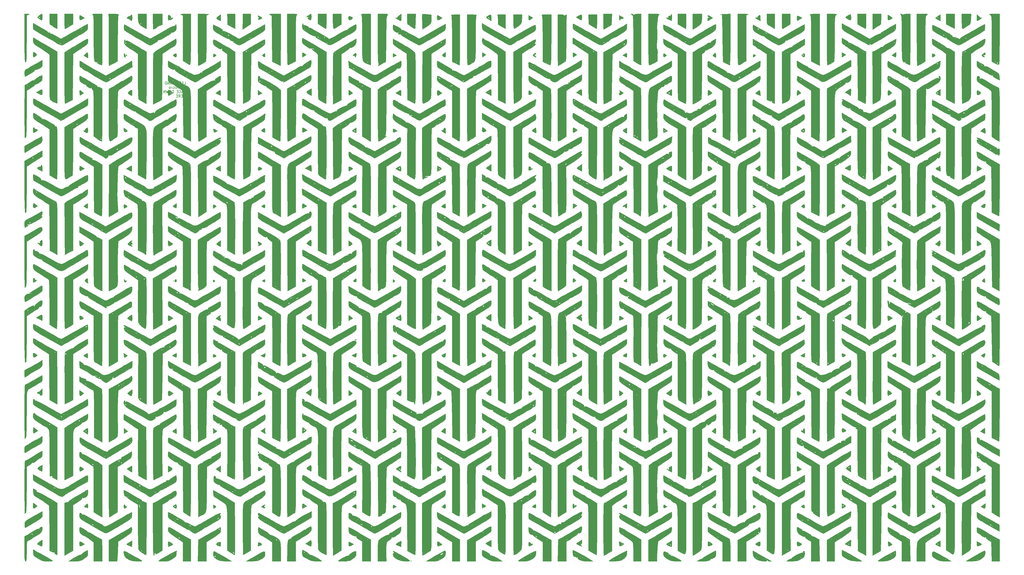
<source format=gbr>
G04 #@! TF.GenerationSoftware,KiCad,Pcbnew,9.0.2*
G04 #@! TF.CreationDate,2025-12-10T21:50:59-05:00*
G04 #@! TF.ProjectId,ThumbsUp,5468756d-6273-4557-902e-6b696361645f,rev?*
G04 #@! TF.SameCoordinates,Original*
G04 #@! TF.FileFunction,Legend,Bot*
G04 #@! TF.FilePolarity,Positive*
%FSLAX46Y46*%
G04 Gerber Fmt 4.6, Leading zero omitted, Abs format (unit mm)*
G04 Created by KiCad (PCBNEW 9.0.2) date 2025-12-10 21:50:59*
%MOMM*%
%LPD*%
G01*
G04 APERTURE LIST*
%ADD10C,0.150000*%
%ADD11C,0.010000*%
G04 APERTURE END LIST*
D10*
X52187030Y-43789987D02*
X52663220Y-43789987D01*
X52663220Y-43789987D02*
X52663220Y-42789987D01*
X51853696Y-43266177D02*
X51520363Y-43266177D01*
X51377506Y-43789987D02*
X51853696Y-43789987D01*
X51853696Y-43789987D02*
X51853696Y-42789987D01*
X51853696Y-42789987D02*
X51377506Y-42789987D01*
X50615601Y-43266177D02*
X50948934Y-43266177D01*
X50948934Y-43789987D02*
X50948934Y-42789987D01*
X50948934Y-42789987D02*
X50472744Y-42789987D01*
X50234648Y-42789987D02*
X49663220Y-42789987D01*
X49948934Y-43789987D02*
X49948934Y-42789987D01*
X48567981Y-43789987D02*
X48567981Y-42789987D01*
X48567981Y-43266177D02*
X47996553Y-43266177D01*
X47996553Y-43789987D02*
X47996553Y-42789987D01*
X47567981Y-43504272D02*
X47091791Y-43504272D01*
X47663219Y-43789987D02*
X47329886Y-42789987D01*
X47329886Y-42789987D02*
X46996553Y-43789987D01*
X46663219Y-43789987D02*
X46663219Y-42789987D01*
X46663219Y-42789987D02*
X46091791Y-43789987D01*
X46091791Y-43789987D02*
X46091791Y-42789987D01*
X45615600Y-43789987D02*
X45615600Y-42789987D01*
X45615600Y-42789987D02*
X45377505Y-42789987D01*
X45377505Y-42789987D02*
X45234648Y-42837606D01*
X45234648Y-42837606D02*
X45139410Y-42932844D01*
X45139410Y-42932844D02*
X45091791Y-43028082D01*
X45091791Y-43028082D02*
X45044172Y-43218558D01*
X45044172Y-43218558D02*
X45044172Y-43361415D01*
X45044172Y-43361415D02*
X45091791Y-43551891D01*
X45091791Y-43551891D02*
X45139410Y-43647129D01*
X45139410Y-43647129D02*
X45234648Y-43742368D01*
X45234648Y-43742368D02*
X45377505Y-43789987D01*
X45377505Y-43789987D02*
X45615600Y-43789987D01*
X52663220Y-45399931D02*
X52663220Y-44399931D01*
X52663220Y-44399931D02*
X52282268Y-44399931D01*
X52282268Y-44399931D02*
X52187030Y-44447550D01*
X52187030Y-44447550D02*
X52139411Y-44495169D01*
X52139411Y-44495169D02*
X52091792Y-44590407D01*
X52091792Y-44590407D02*
X52091792Y-44733264D01*
X52091792Y-44733264D02*
X52139411Y-44828502D01*
X52139411Y-44828502D02*
X52187030Y-44876121D01*
X52187030Y-44876121D02*
X52282268Y-44923740D01*
X52282268Y-44923740D02*
X52663220Y-44923740D01*
X51663220Y-45399931D02*
X51663220Y-44733264D01*
X51663220Y-44923740D02*
X51615601Y-44828502D01*
X51615601Y-44828502D02*
X51567982Y-44780883D01*
X51567982Y-44780883D02*
X51472744Y-44733264D01*
X51472744Y-44733264D02*
X51377506Y-44733264D01*
X50901315Y-45399931D02*
X50996553Y-45352312D01*
X50996553Y-45352312D02*
X51044172Y-45304692D01*
X51044172Y-45304692D02*
X51091791Y-45209454D01*
X51091791Y-45209454D02*
X51091791Y-44923740D01*
X51091791Y-44923740D02*
X51044172Y-44828502D01*
X51044172Y-44828502D02*
X50996553Y-44780883D01*
X50996553Y-44780883D02*
X50901315Y-44733264D01*
X50901315Y-44733264D02*
X50758458Y-44733264D01*
X50758458Y-44733264D02*
X50663220Y-44780883D01*
X50663220Y-44780883D02*
X50615601Y-44828502D01*
X50615601Y-44828502D02*
X50567982Y-44923740D01*
X50567982Y-44923740D02*
X50567982Y-45209454D01*
X50567982Y-45209454D02*
X50615601Y-45304692D01*
X50615601Y-45304692D02*
X50663220Y-45352312D01*
X50663220Y-45352312D02*
X50758458Y-45399931D01*
X50758458Y-45399931D02*
X50901315Y-45399931D01*
X50139410Y-45399931D02*
X50139410Y-44399931D01*
X50139410Y-44399931D02*
X49806077Y-45114216D01*
X49806077Y-45114216D02*
X49472744Y-44399931D01*
X49472744Y-44399931D02*
X49472744Y-45399931D01*
X48996553Y-45399931D02*
X48996553Y-44733264D01*
X48996553Y-44399931D02*
X49044172Y-44447550D01*
X49044172Y-44447550D02*
X48996553Y-44495169D01*
X48996553Y-44495169D02*
X48948934Y-44447550D01*
X48948934Y-44447550D02*
X48996553Y-44399931D01*
X48996553Y-44399931D02*
X48996553Y-44495169D01*
X48091792Y-45352312D02*
X48187030Y-45399931D01*
X48187030Y-45399931D02*
X48377506Y-45399931D01*
X48377506Y-45399931D02*
X48472744Y-45352312D01*
X48472744Y-45352312D02*
X48520363Y-45304692D01*
X48520363Y-45304692D02*
X48567982Y-45209454D01*
X48567982Y-45209454D02*
X48567982Y-44923740D01*
X48567982Y-44923740D02*
X48520363Y-44828502D01*
X48520363Y-44828502D02*
X48472744Y-44780883D01*
X48472744Y-44780883D02*
X48377506Y-44733264D01*
X48377506Y-44733264D02*
X48187030Y-44733264D01*
X48187030Y-44733264D02*
X48091792Y-44780883D01*
X47663220Y-45399931D02*
X47663220Y-44733264D01*
X47663220Y-44923740D02*
X47615601Y-44828502D01*
X47615601Y-44828502D02*
X47567982Y-44780883D01*
X47567982Y-44780883D02*
X47472744Y-44733264D01*
X47472744Y-44733264D02*
X47377506Y-44733264D01*
X46901315Y-45399931D02*
X46996553Y-45352312D01*
X46996553Y-45352312D02*
X47044172Y-45304692D01*
X47044172Y-45304692D02*
X47091791Y-45209454D01*
X47091791Y-45209454D02*
X47091791Y-44923740D01*
X47091791Y-44923740D02*
X47044172Y-44828502D01*
X47044172Y-44828502D02*
X46996553Y-44780883D01*
X46996553Y-44780883D02*
X46901315Y-44733264D01*
X46901315Y-44733264D02*
X46758458Y-44733264D01*
X46758458Y-44733264D02*
X46663220Y-44780883D01*
X46663220Y-44780883D02*
X46615601Y-44828502D01*
X46615601Y-44828502D02*
X46567982Y-44923740D01*
X46567982Y-44923740D02*
X46567982Y-45209454D01*
X46567982Y-45209454D02*
X46615601Y-45304692D01*
X46615601Y-45304692D02*
X46663220Y-45352312D01*
X46663220Y-45352312D02*
X46758458Y-45399931D01*
X46758458Y-45399931D02*
X46901315Y-45399931D01*
X52329887Y-46486065D02*
X52663220Y-46486065D01*
X52663220Y-47009875D02*
X52663220Y-46009875D01*
X52663220Y-46009875D02*
X52187030Y-46009875D01*
X51853696Y-46724160D02*
X51377506Y-46724160D01*
X51948934Y-47009875D02*
X51615601Y-46009875D01*
X51615601Y-46009875D02*
X51282268Y-47009875D01*
X50377506Y-46914636D02*
X50425125Y-46962256D01*
X50425125Y-46962256D02*
X50567982Y-47009875D01*
X50567982Y-47009875D02*
X50663220Y-47009875D01*
X50663220Y-47009875D02*
X50806077Y-46962256D01*
X50806077Y-46962256D02*
X50901315Y-46867017D01*
X50901315Y-46867017D02*
X50948934Y-46771779D01*
X50948934Y-46771779D02*
X50996553Y-46581303D01*
X50996553Y-46581303D02*
X50996553Y-46438446D01*
X50996553Y-46438446D02*
X50948934Y-46247970D01*
X50948934Y-46247970D02*
X50901315Y-46152732D01*
X50901315Y-46152732D02*
X50806077Y-46057494D01*
X50806077Y-46057494D02*
X50663220Y-46009875D01*
X50663220Y-46009875D02*
X50567982Y-46009875D01*
X50567982Y-46009875D02*
X50425125Y-46057494D01*
X50425125Y-46057494D02*
X50377506Y-46105113D01*
X49948934Y-46486065D02*
X49615601Y-46486065D01*
X49472744Y-47009875D02*
X49948934Y-47009875D01*
X49948934Y-47009875D02*
X49948934Y-46009875D01*
X49948934Y-46009875D02*
X49472744Y-46009875D01*
X48282267Y-47009875D02*
X48282267Y-46009875D01*
X48282267Y-46009875D02*
X48044172Y-46009875D01*
X48044172Y-46009875D02*
X47901315Y-46057494D01*
X47901315Y-46057494D02*
X47806077Y-46152732D01*
X47806077Y-46152732D02*
X47758458Y-46247970D01*
X47758458Y-46247970D02*
X47710839Y-46438446D01*
X47710839Y-46438446D02*
X47710839Y-46581303D01*
X47710839Y-46581303D02*
X47758458Y-46771779D01*
X47758458Y-46771779D02*
X47806077Y-46867017D01*
X47806077Y-46867017D02*
X47901315Y-46962256D01*
X47901315Y-46962256D02*
X48044172Y-47009875D01*
X48044172Y-47009875D02*
X48282267Y-47009875D01*
X47091791Y-46009875D02*
X46901315Y-46009875D01*
X46901315Y-46009875D02*
X46806077Y-46057494D01*
X46806077Y-46057494D02*
X46710839Y-46152732D01*
X46710839Y-46152732D02*
X46663220Y-46343208D01*
X46663220Y-46343208D02*
X46663220Y-46676541D01*
X46663220Y-46676541D02*
X46710839Y-46867017D01*
X46710839Y-46867017D02*
X46806077Y-46962256D01*
X46806077Y-46962256D02*
X46901315Y-47009875D01*
X46901315Y-47009875D02*
X47091791Y-47009875D01*
X47091791Y-47009875D02*
X47187029Y-46962256D01*
X47187029Y-46962256D02*
X47282267Y-46867017D01*
X47282267Y-46867017D02*
X47329886Y-46676541D01*
X47329886Y-46676541D02*
X47329886Y-46343208D01*
X47329886Y-46343208D02*
X47282267Y-46152732D01*
X47282267Y-46152732D02*
X47187029Y-46057494D01*
X47187029Y-46057494D02*
X47091791Y-46009875D01*
X46329886Y-46009875D02*
X46091791Y-47009875D01*
X46091791Y-47009875D02*
X45901315Y-46295589D01*
X45901315Y-46295589D02*
X45710839Y-47009875D01*
X45710839Y-47009875D02*
X45472744Y-46009875D01*
X45091791Y-47009875D02*
X45091791Y-46009875D01*
X45091791Y-46009875D02*
X44520363Y-47009875D01*
X44520363Y-47009875D02*
X44520363Y-46009875D01*
X52663220Y-48619819D02*
X52663220Y-47619819D01*
X52663220Y-48096009D02*
X52091792Y-48096009D01*
X52091792Y-48619819D02*
X52091792Y-47619819D01*
X51615601Y-48096009D02*
X51282268Y-48096009D01*
X51139411Y-48619819D02*
X51615601Y-48619819D01*
X51615601Y-48619819D02*
X51615601Y-47619819D01*
X51615601Y-47619819D02*
X51139411Y-47619819D01*
X50139411Y-48619819D02*
X50472744Y-48143628D01*
X50710839Y-48619819D02*
X50710839Y-47619819D01*
X50710839Y-47619819D02*
X50329887Y-47619819D01*
X50329887Y-47619819D02*
X50234649Y-47667438D01*
X50234649Y-47667438D02*
X50187030Y-47715057D01*
X50187030Y-47715057D02*
X50139411Y-47810295D01*
X50139411Y-47810295D02*
X50139411Y-47953152D01*
X50139411Y-47953152D02*
X50187030Y-48048390D01*
X50187030Y-48048390D02*
X50234649Y-48096009D01*
X50234649Y-48096009D02*
X50329887Y-48143628D01*
X50329887Y-48143628D02*
X50710839Y-48143628D01*
X49710839Y-48096009D02*
X49377506Y-48096009D01*
X49234649Y-48619819D02*
X49710839Y-48619819D01*
X49710839Y-48619819D02*
X49710839Y-47619819D01*
X49710839Y-47619819D02*
X49234649Y-47619819D01*
D11*
X48267368Y-117460000D02*
X48133684Y-117593684D01*
X48000000Y-117460000D01*
X48133684Y-117326316D01*
X48267368Y-117460000D01*
G36*
X48267368Y-117460000D02*
G01*
X48133684Y-117593684D01*
X48000000Y-117460000D01*
X48133684Y-117326316D01*
X48267368Y-117460000D01*
G37*
X131953684Y-89653684D02*
X131820000Y-89787369D01*
X131686316Y-89653684D01*
X131820000Y-89520000D01*
X131953684Y-89653684D01*
G36*
X131953684Y-89653684D02*
G01*
X131820000Y-89787369D01*
X131686316Y-89653684D01*
X131820000Y-89520000D01*
X131953684Y-89653684D01*
G37*
X137301053Y-222535790D02*
X137167368Y-222669474D01*
X137033684Y-222535790D01*
X137167368Y-222402105D01*
X137301053Y-222535790D01*
G36*
X137301053Y-222535790D02*
G01*
X137167368Y-222669474D01*
X137033684Y-222535790D01*
X137167368Y-222402105D01*
X137301053Y-222535790D01*
G37*
X242109474Y-26554737D02*
X241975789Y-26688421D01*
X241842105Y-26554737D01*
X241975789Y-26421053D01*
X242109474Y-26554737D01*
G36*
X242109474Y-26554737D02*
G01*
X241975789Y-26688421D01*
X241842105Y-26554737D01*
X241975789Y-26421053D01*
X242109474Y-26554737D01*
G37*
X16127512Y-32082146D02*
X16183158Y-32853011D01*
X16183158Y-33937601D01*
X14588658Y-32995707D01*
X15165146Y-32382064D01*
X15529026Y-32024937D01*
X15926504Y-31814002D01*
X16127512Y-32082146D01*
G36*
X16127512Y-32082146D02*
G01*
X16183158Y-32853011D01*
X16183158Y-33937601D01*
X14588658Y-32995707D01*
X15165146Y-32382064D01*
X15529026Y-32024937D01*
X15926504Y-31814002D01*
X16127512Y-32082146D01*
G37*
X63576432Y-117288432D02*
X63756936Y-117580385D01*
X63505133Y-117865146D01*
X63216895Y-117967860D01*
X63015839Y-117699401D01*
X62993041Y-117348387D01*
X63189758Y-117094503D01*
X63576432Y-117288432D01*
G36*
X63576432Y-117288432D02*
G01*
X63756936Y-117580385D01*
X63505133Y-117865146D01*
X63216895Y-117967860D01*
X63015839Y-117699401D01*
X62993041Y-117348387D01*
X63189758Y-117094503D01*
X63576432Y-117288432D01*
G37*
X65913684Y-20017943D02*
X65128533Y-19611926D01*
X64625230Y-19331085D01*
X64269778Y-18988122D01*
X64398161Y-18645919D01*
X65000194Y-18191786D01*
X65913684Y-17592979D01*
X65913684Y-20017943D01*
G36*
X65913684Y-20017943D02*
G01*
X65128533Y-19611926D01*
X64625230Y-19331085D01*
X64269778Y-18988122D01*
X64398161Y-18645919D01*
X65000194Y-18191786D01*
X65913684Y-17592979D01*
X65913684Y-20017943D01*
G37*
X65913684Y-104719015D02*
X65116894Y-104321524D01*
X64610612Y-104050402D01*
X64260759Y-103726478D01*
X64393936Y-103397921D01*
X65000194Y-102947576D01*
X65913684Y-102348768D01*
X65913684Y-104719015D01*
G36*
X65913684Y-104719015D02*
G01*
X65116894Y-104321524D01*
X64610612Y-104050402D01*
X64260759Y-103726478D01*
X64393936Y-103397921D01*
X65000194Y-102947576D01*
X65913684Y-102348768D01*
X65913684Y-104719015D01*
G37*
X99869474Y-48033470D02*
X98819306Y-47458236D01*
X98192968Y-47041748D01*
X98008127Y-46659872D01*
X98311340Y-46262502D01*
X99114737Y-45780768D01*
X99869474Y-45390479D01*
X99869474Y-48033470D01*
G36*
X99869474Y-48033470D02*
G01*
X98819306Y-47458236D01*
X98192968Y-47041748D01*
X98008127Y-46659872D01*
X98311340Y-46262502D01*
X99114737Y-45780768D01*
X99869474Y-45390479D01*
X99869474Y-48033470D01*
G37*
X164696372Y-88869650D02*
X165401246Y-89331501D01*
X163904210Y-90318653D01*
X163818511Y-89492570D01*
X163791393Y-89172487D01*
X163837763Y-88640140D01*
X164115587Y-88556108D01*
X164696372Y-88869650D01*
G36*
X164696372Y-88869650D02*
G01*
X165401246Y-89331501D01*
X163904210Y-90318653D01*
X163818511Y-89492570D01*
X163791393Y-89172487D01*
X163837763Y-88640140D01*
X164115587Y-88556108D01*
X164696372Y-88869650D01*
G37*
X216889706Y-188045263D02*
X216198011Y-188493614D01*
X215770151Y-188762413D01*
X215379951Y-188901448D01*
X215213545Y-188642277D01*
X215147019Y-187916906D01*
X215084230Y-186852759D01*
X216889706Y-188045263D01*
G36*
X216889706Y-188045263D02*
G01*
X216198011Y-188493614D01*
X215770151Y-188762413D01*
X215379951Y-188901448D01*
X215213545Y-188642277D01*
X215147019Y-187916906D01*
X215084230Y-186852759D01*
X216889706Y-188045263D01*
G37*
X265768834Y-117321874D02*
X265825517Y-117510892D01*
X265613050Y-117876408D01*
X265335726Y-118009058D01*
X265141226Y-117912054D01*
X265309019Y-117445719D01*
X265540436Y-117167011D01*
X265768834Y-117321874D01*
G36*
X265768834Y-117321874D02*
G01*
X265825517Y-117510892D01*
X265613050Y-117876408D01*
X265335726Y-118009058D01*
X265141226Y-117912054D01*
X265309019Y-117445719D01*
X265540436Y-117167011D01*
X265768834Y-117321874D01*
G37*
X268044210Y-189253337D02*
X267130720Y-188654530D01*
X266681476Y-188337183D01*
X266390252Y-187969438D01*
X266579385Y-187639403D01*
X267259060Y-187234391D01*
X268044210Y-186828373D01*
X268044210Y-189253337D01*
G36*
X268044210Y-189253337D02*
G01*
X267130720Y-188654530D01*
X266681476Y-188337183D01*
X266390252Y-187969438D01*
X266579385Y-187639403D01*
X267259060Y-187234391D01*
X268044210Y-186828373D01*
X268044210Y-189253337D01*
G37*
X333211742Y-60674810D02*
X333969986Y-61302765D01*
X332346316Y-62114737D01*
X332261735Y-61218967D01*
X332230662Y-60729355D01*
X332312237Y-60258596D01*
X332619055Y-60251990D01*
X333211742Y-60674810D01*
G36*
X333211742Y-60674810D02*
G01*
X333969986Y-61302765D01*
X332346316Y-62114737D01*
X332261735Y-61218967D01*
X332230662Y-60729355D01*
X332312237Y-60258596D01*
X332619055Y-60251990D01*
X333211742Y-60674810D01*
G37*
X352221136Y-60418999D02*
X352265263Y-61145134D01*
X352265263Y-62180794D01*
X350409627Y-61312632D01*
X351136919Y-60712381D01*
X351612982Y-60343124D01*
X352032058Y-60162535D01*
X352221136Y-60418999D01*
G36*
X352221136Y-60418999D02*
G01*
X352265263Y-61145134D01*
X352265263Y-62180794D01*
X350409627Y-61312632D01*
X351136919Y-60712381D01*
X351612982Y-60343124D01*
X352032058Y-60162535D01*
X352221136Y-60418999D01*
G37*
X-3591787Y-201329905D02*
X-2779364Y-201930556D01*
X-3391261Y-202401438D01*
X-3757882Y-202667072D01*
X-4172512Y-202830072D01*
X-4360176Y-202559602D01*
X-4404211Y-201806733D01*
X-4404211Y-200729255D01*
X-3591787Y-201329905D01*
G36*
X-3591787Y-201329905D02*
G01*
X-2779364Y-201930556D01*
X-3391261Y-202401438D01*
X-3757882Y-202667072D01*
X-4172512Y-202830072D01*
X-4360176Y-202559602D01*
X-4404211Y-201806733D01*
X-4404211Y-200729255D01*
X-3591787Y-201329905D01*
G37*
X13909738Y-46472944D02*
X14575262Y-47098172D01*
X13841842Y-47544212D01*
X13108421Y-47990253D01*
X13023840Y-47071462D01*
X12995085Y-46578835D01*
X13079129Y-46079384D01*
X13370948Y-46052914D01*
X13909738Y-46472944D01*
G36*
X13909738Y-46472944D02*
G01*
X14575262Y-47098172D01*
X13841842Y-47544212D01*
X13108421Y-47990253D01*
X13023840Y-47071462D01*
X12995085Y-46578835D01*
X13079129Y-46079384D01*
X13370948Y-46052914D01*
X13909738Y-46472944D01*
G37*
X29947166Y-32385133D02*
X30207966Y-33038421D01*
X30266586Y-33464992D01*
X30027520Y-33640000D01*
X29748923Y-33405143D01*
X29599442Y-32775413D01*
X29599453Y-32385549D01*
X29723936Y-32158695D01*
X29947166Y-32385133D01*
G36*
X29947166Y-32385133D02*
G01*
X30207966Y-33038421D01*
X30266586Y-33464992D01*
X30027520Y-33640000D01*
X29748923Y-33405143D01*
X29599442Y-32775413D01*
X29599453Y-32385549D01*
X29723936Y-32158695D01*
X29947166Y-32385133D01*
G37*
X30514478Y-32582830D02*
X30754737Y-32837895D01*
X30796514Y-32941463D01*
X30636832Y-33105263D01*
X30559224Y-33094989D01*
X30353684Y-32837895D01*
X30356750Y-32777387D01*
X30471589Y-32570527D01*
X30514478Y-32582830D01*
G36*
X30514478Y-32582830D02*
G01*
X30754737Y-32837895D01*
X30796514Y-32941463D01*
X30636832Y-33105263D01*
X30559224Y-33094989D01*
X30353684Y-32837895D01*
X30356750Y-32777387D01*
X30471589Y-32570527D01*
X30514478Y-32582830D01*
G37*
X49230482Y-116930480D02*
X49336842Y-117429328D01*
X49336340Y-117487381D01*
X49237127Y-117934442D01*
X48922664Y-117952704D01*
X48626767Y-117640970D01*
X48650993Y-117183444D01*
X49002631Y-116858296D01*
X49230482Y-116930480D01*
G36*
X49230482Y-116930480D02*
G01*
X49336842Y-117429328D01*
X49336340Y-117487381D01*
X49237127Y-117934442D01*
X48922664Y-117952704D01*
X48626767Y-117640970D01*
X48650993Y-117183444D01*
X49002631Y-116858296D01*
X49230482Y-116930480D01*
G37*
X65850189Y-46237965D02*
X65913684Y-46974608D01*
X65913684Y-48010268D01*
X64983667Y-47576187D01*
X64053651Y-47142105D01*
X64731208Y-46540527D01*
X65160651Y-46188531D01*
X65619352Y-45983345D01*
X65850189Y-46237965D01*
G36*
X65850189Y-46237965D02*
G01*
X65913684Y-46974608D01*
X65913684Y-48010268D01*
X64983667Y-47576187D01*
X64053651Y-47142105D01*
X64731208Y-46540527D01*
X65160651Y-46188531D01*
X65619352Y-45983345D01*
X65850189Y-46237965D01*
G37*
X79977635Y-181507040D02*
X80217895Y-181762105D01*
X80259672Y-181865674D01*
X80099990Y-182029474D01*
X80022382Y-182019199D01*
X79816842Y-181762105D01*
X79819907Y-181701598D01*
X79934747Y-181494737D01*
X79977635Y-181507040D01*
G36*
X79977635Y-181507040D02*
G01*
X80217895Y-181762105D01*
X80259672Y-181865674D01*
X80099990Y-182029474D01*
X80022382Y-182019199D01*
X79816842Y-181762105D01*
X79819907Y-181701598D01*
X79934747Y-181494737D01*
X79977635Y-181507040D01*
G37*
X82543391Y-145428395D02*
X82515221Y-145609972D01*
X82373164Y-146074271D01*
X82077446Y-146133237D01*
X81480074Y-145844828D01*
X80870674Y-145506499D01*
X81763810Y-145080592D01*
X82656947Y-144654685D01*
X82543391Y-145428395D01*
G36*
X82543391Y-145428395D02*
G01*
X82515221Y-145609972D01*
X82373164Y-146074271D01*
X82077446Y-146133237D01*
X81480074Y-145844828D01*
X80870674Y-145506499D01*
X81763810Y-145080592D01*
X82656947Y-144654685D01*
X82543391Y-145428395D01*
G37*
X97280997Y-32210041D02*
X97937514Y-32704211D01*
X97232441Y-33170379D01*
X96527368Y-33636548D01*
X96441669Y-32810464D01*
X96415310Y-32494757D01*
X96462730Y-31954269D01*
X96732221Y-31873007D01*
X97280997Y-32210041D01*
G36*
X97280997Y-32210041D02*
G01*
X97937514Y-32704211D01*
X97232441Y-33170379D01*
X96527368Y-33636548D01*
X96441669Y-32810464D01*
X96415310Y-32494757D01*
X96462730Y-31954269D01*
X96732221Y-31873007D01*
X97280997Y-32210041D01*
G37*
X114557762Y-159065516D02*
X115342892Y-159645988D01*
X114758288Y-160134099D01*
X114408492Y-160408604D01*
X114004310Y-160583530D01*
X113817820Y-160316268D01*
X113772631Y-159562522D01*
X113772631Y-158485044D01*
X114557762Y-159065516D01*
G36*
X114557762Y-159065516D02*
G01*
X115342892Y-159645988D01*
X114758288Y-160134099D01*
X114408492Y-160408604D01*
X114004310Y-160583530D01*
X113817820Y-160316268D01*
X113772631Y-159562522D01*
X113772631Y-158485044D01*
X114557762Y-159065516D01*
G37*
X116661779Y-145390566D02*
X116639619Y-145653731D01*
X116535997Y-146085329D01*
X116258190Y-146121170D01*
X115662997Y-145823295D01*
X115013363Y-145463433D01*
X115868489Y-145021230D01*
X116723616Y-144579027D01*
X116661779Y-145390566D01*
G36*
X116661779Y-145390566D02*
G01*
X116639619Y-145653731D01*
X116535997Y-146085329D01*
X116258190Y-146121170D01*
X115662997Y-145823295D01*
X115013363Y-145463433D01*
X115868489Y-145021230D01*
X116723616Y-144579027D01*
X116661779Y-145390566D01*
G37*
X116713684Y-139502116D02*
X116703410Y-139579723D01*
X116446316Y-139785263D01*
X116385808Y-139782198D01*
X116178947Y-139667358D01*
X116191251Y-139624470D01*
X116446316Y-139384211D01*
X116549884Y-139342434D01*
X116713684Y-139502116D01*
G36*
X116713684Y-139502116D02*
G01*
X116703410Y-139579723D01*
X116446316Y-139785263D01*
X116385808Y-139782198D01*
X116178947Y-139667358D01*
X116191251Y-139624470D01*
X116446316Y-139384211D01*
X116549884Y-139342434D01*
X116713684Y-139502116D01*
G37*
X150079117Y-172981097D02*
X150134737Y-173747919D01*
X150134737Y-174824259D01*
X149305605Y-174395498D01*
X148476474Y-173966738D01*
X149084843Y-173319158D01*
X149471618Y-172938616D01*
X149876137Y-172718705D01*
X150079117Y-172981097D01*
G36*
X150079117Y-172981097D02*
G01*
X150134737Y-173747919D01*
X150134737Y-174824259D01*
X149305605Y-174395498D01*
X148476474Y-173966738D01*
X149084843Y-173319158D01*
X149471618Y-172938616D01*
X149876137Y-172718705D01*
X150079117Y-172981097D01*
G37*
X181965932Y-18317326D02*
X182782391Y-18799620D01*
X182203681Y-19268231D01*
X181959221Y-19456688D01*
X181465120Y-19700254D01*
X181217325Y-19486790D01*
X181149474Y-18785937D01*
X181149474Y-17835031D01*
X181965932Y-18317326D01*
G36*
X181965932Y-18317326D02*
G01*
X182782391Y-18799620D01*
X182203681Y-19268231D01*
X181959221Y-19456688D01*
X181465120Y-19700254D01*
X181217325Y-19486790D01*
X181149474Y-18785937D01*
X181149474Y-17835031D01*
X181965932Y-18317326D01*
G37*
X181965932Y-103073115D02*
X182782391Y-103555409D01*
X182203681Y-104024020D01*
X181959221Y-104212477D01*
X181465120Y-104456043D01*
X181217325Y-104242580D01*
X181149474Y-103541726D01*
X181149474Y-102590821D01*
X181965932Y-103073115D01*
G36*
X181965932Y-103073115D02*
G01*
X182782391Y-103555409D01*
X182203681Y-104024020D01*
X181959221Y-104212477D01*
X181465120Y-104456043D01*
X181217325Y-104242580D01*
X181149474Y-103541726D01*
X181149474Y-102590821D01*
X181965932Y-103073115D01*
G37*
X198613629Y-32210041D02*
X199270146Y-32704211D01*
X198565073Y-33170379D01*
X197860000Y-33636548D01*
X197774301Y-32810464D01*
X197747941Y-32494757D01*
X197795362Y-31954269D01*
X198064853Y-31873007D01*
X198613629Y-32210041D01*
G36*
X198613629Y-32210041D02*
G01*
X199270146Y-32704211D01*
X198565073Y-33170379D01*
X197860000Y-33636548D01*
X197774301Y-32810464D01*
X197747941Y-32494757D01*
X197795362Y-31954269D01*
X198064853Y-31873007D01*
X198613629Y-32210041D01*
G37*
X216034043Y-102988481D02*
X216899847Y-103556842D01*
X216203081Y-104022975D01*
X215797145Y-104285109D01*
X215394359Y-104437347D01*
X215229172Y-104182337D01*
X215187384Y-103456375D01*
X215168240Y-102420119D01*
X216034043Y-102988481D01*
G36*
X216034043Y-102988481D02*
G01*
X216899847Y-103556842D01*
X216203081Y-104022975D01*
X215797145Y-104285109D01*
X215394359Y-104437347D01*
X215229172Y-104182337D01*
X215187384Y-103456375D01*
X215168240Y-102420119D01*
X216034043Y-102988481D01*
G37*
X248660000Y-119635944D02*
X248851982Y-119722521D01*
X249061053Y-119894921D01*
X249016725Y-119942797D01*
X248660000Y-120000000D01*
X248475632Y-119970825D01*
X248258947Y-119741023D01*
X248315721Y-119630387D01*
X248660000Y-119635944D01*
G36*
X248660000Y-119635944D02*
G01*
X248851982Y-119722521D01*
X249061053Y-119894921D01*
X249016725Y-119942797D01*
X248660000Y-120000000D01*
X248475632Y-119970825D01*
X248258947Y-119741023D01*
X248315721Y-119630387D01*
X248660000Y-119635944D01*
G37*
X251338696Y-144834947D02*
X251378246Y-145495674D01*
X251378246Y-146393454D01*
X250625063Y-145963569D01*
X249871881Y-145533684D01*
X250469098Y-145071735D01*
X250709036Y-144890667D01*
X251150432Y-144649508D01*
X251338696Y-144834947D01*
G36*
X251338696Y-144834947D02*
G01*
X251378246Y-145495674D01*
X251378246Y-146393454D01*
X250625063Y-145963569D01*
X249871881Y-145533684D01*
X250469098Y-145071735D01*
X250709036Y-144890667D01*
X251150432Y-144649508D01*
X251338696Y-144834947D01*
G37*
X266109854Y-201858907D02*
X266258354Y-202167197D01*
X265962801Y-202518825D01*
X265503208Y-202820282D01*
X265284476Y-202746280D01*
X265236842Y-202215790D01*
X265313663Y-201759530D01*
X265623132Y-201561596D01*
X266109854Y-201858907D01*
G36*
X266109854Y-201858907D02*
G01*
X266258354Y-202167197D01*
X265962801Y-202518825D01*
X265503208Y-202820282D01*
X265284476Y-202746280D01*
X265236842Y-202215790D01*
X265313663Y-201759530D01*
X265623132Y-201561596D01*
X266109854Y-201858907D01*
G37*
X267914508Y-46257153D02*
X268002820Y-47009285D01*
X268065974Y-48079622D01*
X267096024Y-47617085D01*
X266126073Y-47154548D01*
X266832683Y-46546748D01*
X267288515Y-46178271D01*
X267707109Y-45992284D01*
X267914508Y-46257153D01*
G36*
X267914508Y-46257153D02*
G01*
X268002820Y-47009285D01*
X268065974Y-48079622D01*
X267096024Y-47617085D01*
X266126073Y-47154548D01*
X266832683Y-46546748D01*
X267288515Y-46178271D01*
X267707109Y-45992284D01*
X267914508Y-46257153D01*
G37*
X318844210Y-32696206D02*
X318842783Y-33094012D01*
X318780766Y-33529586D01*
X318527565Y-33562945D01*
X317948414Y-33282256D01*
X317258861Y-32924512D01*
X318051536Y-32338462D01*
X318844210Y-31752413D01*
X318844210Y-32696206D01*
G36*
X318844210Y-32696206D02*
G01*
X318842783Y-33094012D01*
X318780766Y-33529586D01*
X318527565Y-33562945D01*
X317948414Y-33282256D01*
X317258861Y-32924512D01*
X318051536Y-32338462D01*
X318844210Y-31752413D01*
X318844210Y-32696206D01*
G37*
X352265263Y-201930215D02*
X352260618Y-202242117D01*
X352166267Y-202744042D01*
X351861514Y-202813080D01*
X351231179Y-202514286D01*
X350598148Y-202163310D01*
X351431705Y-201569765D01*
X352265263Y-200976219D01*
X352265263Y-201930215D01*
G36*
X352265263Y-201930215D02*
G01*
X352260618Y-202242117D01*
X352166267Y-202744042D01*
X351861514Y-202813080D01*
X351231179Y-202514286D01*
X350598148Y-202163310D01*
X351431705Y-201569765D01*
X352265263Y-200976219D01*
X352265263Y-201930215D01*
G37*
X16051432Y-116761853D02*
X16131726Y-117460850D01*
X16166938Y-118397489D01*
X15498083Y-117959239D01*
X15094669Y-117666332D01*
X15000708Y-117398188D01*
X15280263Y-117022599D01*
X15455178Y-116837597D01*
X15844833Y-116563839D01*
X16051432Y-116761853D01*
G36*
X16051432Y-116761853D02*
G01*
X16131726Y-117460850D01*
X16166938Y-118397489D01*
X15498083Y-117959239D01*
X15094669Y-117666332D01*
X15000708Y-117398188D01*
X15280263Y-117022599D01*
X15455178Y-116837597D01*
X15844833Y-116563839D01*
X16051432Y-116761853D01*
G37*
X63943147Y-60776062D02*
X64662983Y-61247717D01*
X64018334Y-61595372D01*
X63653077Y-61770541D01*
X63376439Y-61718842D01*
X63223119Y-61226777D01*
X63174656Y-60983407D01*
X63145243Y-60499810D01*
X63374325Y-60447646D01*
X63943147Y-60776062D01*
G36*
X63943147Y-60776062D02*
G01*
X64662983Y-61247717D01*
X64018334Y-61595372D01*
X63653077Y-61770541D01*
X63376439Y-61718842D01*
X63223119Y-61226777D01*
X63174656Y-60983407D01*
X63145243Y-60499810D01*
X63374325Y-60447646D01*
X63943147Y-60776062D01*
G37*
X65913684Y-76410296D02*
X64977895Y-75964049D01*
X64798343Y-75875297D01*
X64259138Y-75560458D01*
X64042105Y-75349474D01*
X64059509Y-75308877D01*
X64380336Y-75058894D01*
X64977895Y-74734898D01*
X65913684Y-74288651D01*
X65913684Y-76410296D01*
G36*
X65913684Y-76410296D02*
G01*
X64977895Y-75964049D01*
X64798343Y-75875297D01*
X64259138Y-75560458D01*
X64042105Y-75349474D01*
X64059509Y-75308877D01*
X64380336Y-75058894D01*
X64977895Y-74734898D01*
X65913684Y-74288651D01*
X65913684Y-76410296D01*
G37*
X82456290Y-173382175D02*
X82456341Y-173977720D01*
X82582999Y-174476477D01*
X82624988Y-174547361D01*
X82678859Y-174779062D01*
X82384095Y-174706326D01*
X81700273Y-174322085D01*
X80897096Y-173833644D01*
X82536036Y-172621924D01*
X82456290Y-173382175D01*
G36*
X82456290Y-173382175D02*
G01*
X82456341Y-173977720D01*
X82582999Y-174476477D01*
X82624988Y-174547361D01*
X82678859Y-174779062D01*
X82384095Y-174706326D01*
X81700273Y-174322085D01*
X80897096Y-173833644D01*
X82536036Y-172621924D01*
X82456290Y-173382175D01*
G37*
X97205257Y-116933832D02*
X97752741Y-117429297D01*
X97140055Y-117759894D01*
X96829215Y-117911476D01*
X96553885Y-117881771D01*
X96440408Y-117416592D01*
X96430934Y-117338173D01*
X96449190Y-116728129D01*
X96703189Y-116595943D01*
X97205257Y-116933832D01*
G36*
X97205257Y-116933832D02*
G01*
X97752741Y-117429297D01*
X97140055Y-117759894D01*
X96829215Y-117911476D01*
X96553885Y-117881771D01*
X96440408Y-117416592D01*
X96430934Y-117338173D01*
X96449190Y-116728129D01*
X96703189Y-116595943D01*
X97205257Y-116933832D01*
G37*
X115411848Y-47074769D02*
X114659082Y-47533777D01*
X114649060Y-47539887D01*
X114137419Y-47825527D01*
X113914178Y-47814523D01*
X113820878Y-47500604D01*
X113788950Y-47161121D01*
X113820878Y-46446994D01*
X113906316Y-45885567D01*
X115411848Y-47074769D01*
G36*
X115411848Y-47074769D02*
G01*
X114659082Y-47533777D01*
X114649060Y-47539887D01*
X114137419Y-47825527D01*
X113914178Y-47814523D01*
X113820878Y-47500604D01*
X113788950Y-47161121D01*
X113820878Y-46446994D01*
X113906316Y-45885567D01*
X115411848Y-47074769D01*
G37*
X131186972Y-145185034D02*
X132024470Y-145476987D01*
X131387498Y-145830072D01*
X131208827Y-145927212D01*
X130657878Y-146156217D01*
X130408192Y-146039683D01*
X130349474Y-145547593D01*
X130390664Y-145119038D01*
X130618085Y-145019399D01*
X131186972Y-145185034D01*
G36*
X131186972Y-145185034D02*
G01*
X132024470Y-145476987D01*
X131387498Y-145830072D01*
X131208827Y-145927212D01*
X130657878Y-146156217D01*
X130408192Y-146039683D01*
X130349474Y-145547593D01*
X130390664Y-145119038D01*
X130618085Y-145019399D01*
X131186972Y-145185034D01*
G37*
X131321367Y-60776965D02*
X132042580Y-61249522D01*
X131262869Y-61570949D01*
X130760117Y-61749319D01*
X130500523Y-61673774D01*
X130396198Y-61243850D01*
X130378787Y-61097176D01*
X130413793Y-60557773D01*
X130710169Y-60460028D01*
X131321367Y-60776965D01*
G36*
X131321367Y-60776965D02*
G01*
X132042580Y-61249522D01*
X131262869Y-61570949D01*
X130760117Y-61749319D01*
X130500523Y-61673774D01*
X130396198Y-61243850D01*
X130378787Y-61097176D01*
X130413793Y-60557773D01*
X130710169Y-60460028D01*
X131321367Y-60776965D01*
G37*
X131080427Y-201746612D02*
X131731149Y-202172981D01*
X131107153Y-202519122D01*
X130675027Y-202754212D01*
X130434198Y-202874736D01*
X130406220Y-202653696D01*
X130407472Y-202102227D01*
X130445305Y-201594139D01*
X130619386Y-201480345D01*
X131080427Y-201746612D01*
G36*
X131080427Y-201746612D02*
G01*
X131731149Y-202172981D01*
X131107153Y-202519122D01*
X130675027Y-202754212D01*
X130434198Y-202874736D01*
X130406220Y-202653696D01*
X130407472Y-202102227D01*
X130445305Y-201594139D01*
X130619386Y-201480345D01*
X131080427Y-201746612D01*
G37*
X133466917Y-217243351D02*
X132442932Y-216841119D01*
X132202807Y-216742297D01*
X131643560Y-216466346D01*
X131421153Y-216278917D01*
X131462499Y-216212488D01*
X131832201Y-215929668D01*
X132460244Y-215556223D01*
X133497131Y-214993499D01*
X133466917Y-217243351D01*
G36*
X133466917Y-217243351D02*
G01*
X132442932Y-216841119D01*
X132202807Y-216742297D01*
X131643560Y-216466346D01*
X131421153Y-216278917D01*
X131462499Y-216212488D01*
X131832201Y-215929668D01*
X132460244Y-215556223D01*
X133497131Y-214993499D01*
X133466917Y-217243351D01*
G37*
X150031488Y-116797080D02*
X150075822Y-117314213D01*
X150074227Y-117591641D01*
X149950203Y-117937073D01*
X149577100Y-117932534D01*
X149073257Y-117730583D01*
X149011347Y-117438474D01*
X149453682Y-117009932D01*
X149843631Y-116742200D01*
X150031488Y-116797080D01*
G36*
X150031488Y-116797080D02*
G01*
X150075822Y-117314213D01*
X150074227Y-117591641D01*
X149950203Y-117937073D01*
X149577100Y-117932534D01*
X149073257Y-117730583D01*
X149011347Y-117438474D01*
X149453682Y-117009932D01*
X149843631Y-116742200D01*
X150031488Y-116797080D01*
G37*
X164582100Y-116933832D02*
X165129583Y-117429297D01*
X164516897Y-117759894D01*
X164206057Y-117911476D01*
X163930727Y-117881771D01*
X163817250Y-117416592D01*
X163807776Y-117338173D01*
X163826032Y-116728129D01*
X164080031Y-116595943D01*
X164582100Y-116933832D01*
G36*
X164582100Y-116933832D02*
G01*
X165129583Y-117429297D01*
X164516897Y-117759894D01*
X164206057Y-117911476D01*
X163930727Y-117881771D01*
X163817250Y-117416592D01*
X163807776Y-117338173D01*
X163826032Y-116728129D01*
X164080031Y-116595943D01*
X164582100Y-116933832D01*
G37*
X167246316Y-217277680D02*
X166179047Y-216698314D01*
X165862325Y-216520335D01*
X165324446Y-216180550D01*
X165111779Y-215985263D01*
X165160050Y-215919387D01*
X165541636Y-215644870D01*
X166179047Y-215272213D01*
X167246316Y-214692847D01*
X167246316Y-217277680D01*
G36*
X167246316Y-217277680D02*
G01*
X166179047Y-216698314D01*
X165862325Y-216520335D01*
X165324446Y-216180550D01*
X165111779Y-215985263D01*
X165160050Y-215919387D01*
X165541636Y-215644870D01*
X166179047Y-215272213D01*
X167246316Y-214692847D01*
X167246316Y-217277680D01*
G37*
X183823158Y-145393837D02*
X183823091Y-145422332D01*
X183743338Y-146033131D01*
X183463382Y-146163642D01*
X182909851Y-145850555D01*
X182629120Y-145605274D01*
X182669617Y-145378187D01*
X183126117Y-145042286D01*
X183823158Y-144585568D01*
X183823158Y-145393837D01*
G36*
X183823158Y-145393837D02*
G01*
X183823091Y-145422332D01*
X183743338Y-146033131D01*
X183463382Y-146163642D01*
X182909851Y-145850555D01*
X182629120Y-145605274D01*
X182669617Y-145378187D01*
X183126117Y-145042286D01*
X183823158Y-144585568D01*
X183823158Y-145393837D01*
G37*
X183989595Y-116763567D02*
X183994597Y-117205338D01*
X183927231Y-117589836D01*
X183628375Y-117842858D01*
X183071941Y-117630793D01*
X182994848Y-117573618D01*
X182958916Y-117328639D01*
X183377065Y-116979361D01*
X183806422Y-116720551D01*
X183989595Y-116763567D01*
G36*
X183989595Y-116763567D02*
G01*
X183994597Y-117205338D01*
X183927231Y-117589836D01*
X183628375Y-117842858D01*
X183071941Y-117630793D01*
X182994848Y-117573618D01*
X182958916Y-117328639D01*
X183377065Y-116979361D01*
X183806422Y-116720551D01*
X183989595Y-116763567D01*
G37*
X183916168Y-201396817D02*
X183952327Y-201900190D01*
X183857280Y-202658529D01*
X183645620Y-202693481D01*
X183149776Y-202524845D01*
X182476395Y-202215790D01*
X183045712Y-201747895D01*
X183480820Y-201433476D01*
X183816273Y-201280000D01*
X183916168Y-201396817D01*
G36*
X183916168Y-201396817D02*
G01*
X183952327Y-201900190D01*
X183857280Y-202658529D01*
X183645620Y-202693481D01*
X183149776Y-202524845D01*
X182476395Y-202215790D01*
X183045712Y-201747895D01*
X183480820Y-201433476D01*
X183816273Y-201280000D01*
X183916168Y-201396817D01*
G37*
X218046316Y-145411151D02*
X218024164Y-145865458D01*
X217863258Y-146118196D01*
X217444737Y-146056388D01*
X217189695Y-145972767D01*
X216674653Y-145690055D01*
X216684945Y-145381374D01*
X217213489Y-145014834D01*
X218046316Y-144584163D01*
X218046316Y-145411151D01*
G36*
X218046316Y-145411151D02*
G01*
X218024164Y-145865458D01*
X217863258Y-146118196D01*
X217444737Y-146056388D01*
X217189695Y-145972767D01*
X216674653Y-145690055D01*
X216684945Y-145381374D01*
X217213489Y-145014834D01*
X218046316Y-144584163D01*
X218046316Y-145411151D01*
G37*
X218001778Y-173709972D02*
X217948267Y-174348985D01*
X217810945Y-174612793D01*
X217535130Y-174538350D01*
X216944599Y-174182702D01*
X216632164Y-173882033D01*
X216733599Y-173605072D01*
X217218262Y-173224793D01*
X218043824Y-172636941D01*
X218001778Y-173709972D01*
G36*
X218001778Y-173709972D02*
G01*
X217948267Y-174348985D01*
X217810945Y-174612793D01*
X217535130Y-174538350D01*
X216944599Y-174182702D01*
X216632164Y-173882033D01*
X216733599Y-173605072D01*
X217218262Y-173224793D01*
X218043824Y-172636941D01*
X218001778Y-173709972D01*
G37*
X232221365Y-117123524D02*
X232468010Y-117287005D01*
X232602696Y-117515258D01*
X232303947Y-117794211D01*
X231885081Y-118071653D01*
X231709832Y-117994657D01*
X231682105Y-117457735D01*
X231692918Y-117146596D01*
X231825136Y-116935529D01*
X232221365Y-117123524D01*
G36*
X232221365Y-117123524D02*
G01*
X232468010Y-117287005D01*
X232602696Y-117515258D01*
X232303947Y-117794211D01*
X231885081Y-118071653D01*
X231709832Y-117994657D01*
X231682105Y-117457735D01*
X231692918Y-117146596D01*
X231825136Y-116935529D01*
X232221365Y-117123524D01*
G37*
X265913618Y-32637793D02*
X266099099Y-32759203D01*
X266252778Y-32989997D01*
X265952228Y-33282346D01*
X265479458Y-33583032D01*
X265265085Y-33506509D01*
X265302150Y-32986945D01*
X265353310Y-32758089D01*
X265537480Y-32490309D01*
X265913618Y-32637793D01*
G36*
X265913618Y-32637793D02*
G01*
X266099099Y-32759203D01*
X266252778Y-32989997D01*
X265952228Y-33282346D01*
X265479458Y-33583032D01*
X265265085Y-33506509D01*
X265302150Y-32986945D01*
X265353310Y-32758089D01*
X265537480Y-32490309D01*
X265913618Y-32637793D01*
G37*
X284528806Y-116882640D02*
X284621053Y-117326316D01*
X284580327Y-117651484D01*
X284309396Y-117847121D01*
X283699272Y-117695748D01*
X283545704Y-117631239D01*
X283426842Y-117462503D01*
X283744247Y-117169514D01*
X284209878Y-116871302D01*
X284528806Y-116882640D01*
G36*
X284528806Y-116882640D02*
G01*
X284621053Y-117326316D01*
X284580327Y-117651484D01*
X284309396Y-117847121D01*
X283699272Y-117695748D01*
X283545704Y-117631239D01*
X283426842Y-117462503D01*
X283744247Y-117169514D01*
X284209878Y-116871302D01*
X284528806Y-116882640D01*
G37*
X318844210Y-145411151D02*
X318822059Y-145865458D01*
X318661153Y-146118196D01*
X318242631Y-146056388D01*
X317987589Y-145972767D01*
X317472548Y-145690055D01*
X317482840Y-145381374D01*
X318011384Y-145014834D01*
X318844210Y-144584163D01*
X318844210Y-145411151D01*
G36*
X318844210Y-145411151D02*
G01*
X318822059Y-145865458D01*
X318661153Y-146118196D01*
X318242631Y-146056388D01*
X317987589Y-145972767D01*
X317472548Y-145690055D01*
X317482840Y-145381374D01*
X318011384Y-145014834D01*
X318844210Y-144584163D01*
X318844210Y-145411151D01*
G37*
X318741748Y-116768986D02*
X318784661Y-117291885D01*
X318782428Y-117596363D01*
X318657622Y-117937709D01*
X318290740Y-117933624D01*
X317886500Y-117760381D01*
X317840417Y-117450748D01*
X318268658Y-116962201D01*
X318581048Y-116707774D01*
X318741748Y-116768986D01*
G36*
X318741748Y-116768986D02*
G01*
X318784661Y-117291885D01*
X318782428Y-117596363D01*
X318657622Y-117937709D01*
X318290740Y-117933624D01*
X317886500Y-117760381D01*
X317840417Y-117450748D01*
X318268658Y-116962201D01*
X318581048Y-116707774D01*
X318741748Y-116768986D01*
G37*
X332947895Y-32382638D02*
X333394276Y-32649114D01*
X333499450Y-32985178D01*
X333081579Y-33351216D01*
X332550321Y-33596978D01*
X332308649Y-33463150D01*
X332290237Y-32874458D01*
X332339463Y-32464694D01*
X332516616Y-32247242D01*
X332947895Y-32382638D01*
G36*
X332947895Y-32382638D02*
G01*
X333394276Y-32649114D01*
X333499450Y-32985178D01*
X333081579Y-33351216D01*
X332550321Y-33596978D01*
X332308649Y-33463150D01*
X332290237Y-32874458D01*
X332339463Y-32464694D01*
X332516616Y-32247242D01*
X332947895Y-32382638D01*
G37*
X-3392777Y-173027040D02*
X-2515027Y-173677395D01*
X-3392777Y-174236105D01*
X-3642850Y-174394245D01*
X-4085060Y-174635383D01*
X-4274631Y-174592735D01*
X-4355482Y-174271610D01*
X-4389517Y-173810987D01*
X-4355482Y-173062545D01*
X-4270526Y-172376684D01*
X-3392777Y-173027040D01*
G36*
X-3392777Y-173027040D02*
G01*
X-2515027Y-173677395D01*
X-3392777Y-174236105D01*
X-3642850Y-174394245D01*
X-4085060Y-174635383D01*
X-4274631Y-174592735D01*
X-4355482Y-174271610D01*
X-4389517Y-173810987D01*
X-4355482Y-173062545D01*
X-4270526Y-172376684D01*
X-3392777Y-173027040D01*
G37*
X13473941Y-215295542D02*
X14144605Y-215693538D01*
X14913421Y-216200394D01*
X14144605Y-216616861D01*
X13661017Y-216866504D01*
X13203606Y-216996006D01*
X13012918Y-216763024D01*
X12974737Y-216118948D01*
X12990726Y-215638556D01*
X13122810Y-215265034D01*
X13473941Y-215295542D01*
G36*
X13473941Y-215295542D02*
G01*
X14144605Y-215693538D01*
X14913421Y-216200394D01*
X14144605Y-216616861D01*
X13661017Y-216866504D01*
X13203606Y-216996006D01*
X13012918Y-216763024D01*
X12974737Y-216118948D01*
X12990726Y-215638556D01*
X13122810Y-215265034D01*
X13473941Y-215295542D01*
G37*
X14056034Y-187600022D02*
X14661835Y-188090569D01*
X14026163Y-188535811D01*
X13734920Y-188731356D01*
X13250686Y-188941424D01*
X13028246Y-188727169D01*
X12974737Y-188045263D01*
X12983995Y-187716473D01*
X13113225Y-187219146D01*
X13448056Y-187189600D01*
X14056034Y-187600022D01*
G36*
X14056034Y-187600022D02*
G01*
X14661835Y-188090569D01*
X14026163Y-188535811D01*
X13734920Y-188731356D01*
X13250686Y-188941424D01*
X13028246Y-188727169D01*
X12974737Y-188045263D01*
X12983995Y-187716473D01*
X13113225Y-187219146D01*
X13448056Y-187189600D01*
X14056034Y-187600022D01*
G37*
X32760000Y-159244990D02*
X32757181Y-159431730D01*
X32696565Y-160101243D01*
X32581754Y-160461755D01*
X32381701Y-160602925D01*
X32019329Y-160553377D01*
X31461769Y-160138750D01*
X30883823Y-159637501D01*
X31821911Y-158921986D01*
X32760000Y-158206471D01*
X32760000Y-159244990D01*
G36*
X32760000Y-159244990D02*
G01*
X32757181Y-159431730D01*
X32696565Y-160101243D01*
X32581754Y-160461755D01*
X32381701Y-160602925D01*
X32019329Y-160553377D01*
X31461769Y-160138750D01*
X30883823Y-159637501D01*
X31821911Y-158921986D01*
X32760000Y-158206471D01*
X32760000Y-159244990D01*
G37*
X49299285Y-32302246D02*
X49336842Y-32843627D01*
X49336733Y-32901711D01*
X49286208Y-33474631D01*
X49055736Y-33601390D01*
X48517160Y-33363225D01*
X48079800Y-33032433D01*
X48111928Y-32701594D01*
X48668421Y-32351807D01*
X49090699Y-32189049D01*
X49299285Y-32302246D01*
G36*
X49299285Y-32302246D02*
G01*
X49336842Y-32843627D01*
X49336733Y-32901711D01*
X49286208Y-33474631D01*
X49055736Y-33601390D01*
X48517160Y-33363225D01*
X48079800Y-33032433D01*
X48111928Y-32701594D01*
X48668421Y-32351807D01*
X49090699Y-32189049D01*
X49299285Y-32302246D01*
G37*
X63685191Y-201734560D02*
X64046996Y-201992257D01*
X64144133Y-202226461D01*
X63846351Y-202508532D01*
X63797917Y-202545113D01*
X63341095Y-202828608D01*
X63140107Y-202701157D01*
X63078839Y-202101125D01*
X63083129Y-201596577D01*
X63238816Y-201477510D01*
X63685191Y-201734560D01*
G36*
X63685191Y-201734560D02*
G01*
X64046996Y-201992257D01*
X64144133Y-202226461D01*
X63846351Y-202508532D01*
X63797917Y-202545113D01*
X63341095Y-202828608D01*
X63140107Y-202701157D01*
X63078839Y-202101125D01*
X63083129Y-201596577D01*
X63238816Y-201477510D01*
X63685191Y-201734560D01*
G37*
X63814392Y-32591749D02*
X64078643Y-32742065D01*
X64197722Y-32949260D01*
X63863657Y-33251667D01*
X63338280Y-33582130D01*
X63099855Y-33498759D01*
X63067758Y-32971768D01*
X63068994Y-32950292D01*
X63124148Y-32441449D01*
X63316327Y-32350583D01*
X63814392Y-32591749D01*
G36*
X63814392Y-32591749D02*
G01*
X64078643Y-32742065D01*
X64197722Y-32949260D01*
X63863657Y-33251667D01*
X63338280Y-33582130D01*
X63099855Y-33498759D01*
X63067758Y-32971768D01*
X63068994Y-32950292D01*
X63124148Y-32441449D01*
X63316327Y-32350583D01*
X63814392Y-32591749D01*
G37*
X65913684Y-159586086D02*
X65912796Y-159786475D01*
X65868300Y-160364355D01*
X65698699Y-160557972D01*
X65324575Y-160489059D01*
X64872666Y-160321435D01*
X64397259Y-159974563D01*
X64446129Y-159573348D01*
X65012405Y-159086940D01*
X65913684Y-158496137D01*
X65913684Y-159586086D01*
G36*
X65913684Y-159586086D02*
G01*
X65912796Y-159786475D01*
X65868300Y-160364355D01*
X65698699Y-160557972D01*
X65324575Y-160489059D01*
X64872666Y-160321435D01*
X64397259Y-159974563D01*
X64446129Y-159573348D01*
X65012405Y-159086940D01*
X65913684Y-158496137D01*
X65913684Y-159586086D01*
G37*
X65856419Y-186897642D02*
X65897463Y-187329003D01*
X65913684Y-188047721D01*
X65913684Y-189253337D01*
X65005101Y-188657747D01*
X64096519Y-188062156D01*
X64923361Y-187452131D01*
X65078815Y-187338497D01*
X65586352Y-186984662D01*
X65831944Y-186842105D01*
X65856419Y-186897642D01*
G36*
X65856419Y-186897642D02*
G01*
X65897463Y-187329003D01*
X65913684Y-188047721D01*
X65913684Y-189253337D01*
X65005101Y-188657747D01*
X64096519Y-188062156D01*
X64923361Y-187452131D01*
X65078815Y-187338497D01*
X65586352Y-186984662D01*
X65831944Y-186842105D01*
X65856419Y-186897642D01*
G37*
X80753677Y-187597265D02*
X81451304Y-188146019D01*
X80700915Y-188541607D01*
X80666437Y-188559771D01*
X80163572Y-188787401D01*
X79952838Y-188672293D01*
X79864827Y-188131314D01*
X79837687Y-187805081D01*
X79893817Y-187281324D01*
X80180347Y-187223348D01*
X80753677Y-187597265D01*
G36*
X80753677Y-187597265D02*
G01*
X81451304Y-188146019D01*
X80700915Y-188541607D01*
X80666437Y-188559771D01*
X80163572Y-188787401D01*
X79952838Y-188672293D01*
X79864827Y-188131314D01*
X79837687Y-187805081D01*
X79893817Y-187281324D01*
X80180347Y-187223348D01*
X80753677Y-187597265D01*
G37*
X82452401Y-88981700D02*
X82490526Y-89520000D01*
X82466179Y-90004607D01*
X82291879Y-90175035D01*
X81822105Y-90006088D01*
X81368493Y-89750910D01*
X81153684Y-89520000D01*
X81332258Y-89315441D01*
X81822105Y-89033912D01*
X82241178Y-88871769D01*
X82452401Y-88981700D01*
G36*
X82452401Y-88981700D02*
G01*
X82490526Y-89520000D01*
X82466179Y-90004607D01*
X82291879Y-90175035D01*
X81822105Y-90006088D01*
X81368493Y-89750910D01*
X81153684Y-89520000D01*
X81332258Y-89315441D01*
X81822105Y-89033912D01*
X82241178Y-88871769D01*
X82452401Y-88981700D01*
G37*
X82455974Y-32301259D02*
X82490526Y-32845036D01*
X82470341Y-33302754D01*
X82327716Y-33512221D01*
X81955789Y-33372632D01*
X81627802Y-33156123D01*
X81421053Y-32892803D01*
X81539451Y-32697689D01*
X81955789Y-32365207D01*
X82280475Y-32194487D01*
X82455974Y-32301259D01*
G36*
X82455974Y-32301259D02*
G01*
X82490526Y-32845036D01*
X82470341Y-33302754D01*
X82327716Y-33512221D01*
X81955789Y-33372632D01*
X81627802Y-33156123D01*
X81421053Y-32892803D01*
X81539451Y-32697689D01*
X81955789Y-32365207D01*
X82280475Y-32194487D01*
X82455974Y-32301259D01*
G37*
X82438048Y-116985843D02*
X82490526Y-117460000D01*
X82479826Y-117760256D01*
X82346584Y-118002756D01*
X81955789Y-117861053D01*
X81625436Y-117659548D01*
X81421053Y-117460000D01*
X81536057Y-117327486D01*
X81955789Y-117058948D01*
X82193874Y-116945280D01*
X82438048Y-116985843D01*
G36*
X82438048Y-116985843D02*
G01*
X82490526Y-117460000D01*
X82479826Y-117760256D01*
X82346584Y-118002756D01*
X81955789Y-117861053D01*
X81625436Y-117659548D01*
X81421053Y-117460000D01*
X81536057Y-117327486D01*
X81955789Y-117058948D01*
X82193874Y-116945280D01*
X82438048Y-116985843D01*
G37*
X114803686Y-187605904D02*
X115433689Y-188090443D01*
X114536318Y-188664928D01*
X114338608Y-188791610D01*
X113839051Y-189112986D01*
X113638947Y-189243917D01*
X113638947Y-188178948D01*
X113654514Y-187734254D01*
X113802809Y-187229381D01*
X114163425Y-187197638D01*
X114803686Y-187605904D01*
G36*
X114803686Y-187605904D02*
G01*
X115433689Y-188090443D01*
X114536318Y-188664928D01*
X114338608Y-188791610D01*
X113839051Y-189112986D01*
X113638947Y-189243917D01*
X113638947Y-188178948D01*
X113654514Y-187734254D01*
X113802809Y-187229381D01*
X114163425Y-187197638D01*
X114803686Y-187605904D01*
G37*
X114673870Y-74847643D02*
X114921880Y-74965943D01*
X115308146Y-75249137D01*
X115215792Y-75537786D01*
X114641579Y-75941659D01*
X113906316Y-76390330D01*
X113820616Y-75576829D01*
X113796486Y-75317327D01*
X113823411Y-74766597D01*
X114085354Y-74636117D01*
X114673870Y-74847643D01*
G36*
X114673870Y-74847643D02*
G01*
X114921880Y-74965943D01*
X115308146Y-75249137D01*
X115215792Y-75537786D01*
X114641579Y-75941659D01*
X113906316Y-76390330D01*
X113820616Y-75576829D01*
X113796486Y-75317327D01*
X113823411Y-74766597D01*
X114085354Y-74636117D01*
X114673870Y-74847643D01*
G37*
X116652169Y-201478189D02*
X116713684Y-202082105D01*
X116712235Y-202409138D01*
X116648918Y-202791281D01*
X116388088Y-202803716D01*
X115789383Y-202511678D01*
X115071327Y-202139146D01*
X115684628Y-201709573D01*
X115892235Y-201568484D01*
X116408111Y-201317754D01*
X116652169Y-201478189D01*
G36*
X116652169Y-201478189D02*
G01*
X116713684Y-202082105D01*
X116712235Y-202409138D01*
X116648918Y-202791281D01*
X116388088Y-202803716D01*
X115789383Y-202511678D01*
X115071327Y-202139146D01*
X115684628Y-201709573D01*
X115892235Y-201568484D01*
X116408111Y-201317754D01*
X116652169Y-201478189D01*
G37*
X116689638Y-116751093D02*
X116713684Y-117288803D01*
X116700531Y-117624371D01*
X116558300Y-117950497D01*
X116174781Y-117937433D01*
X116171045Y-117936455D01*
X115635733Y-117715124D01*
X115605458Y-117419380D01*
X116072811Y-116979623D01*
X116522459Y-116671764D01*
X116689638Y-116751093D01*
G36*
X116689638Y-116751093D02*
G01*
X116713684Y-117288803D01*
X116700531Y-117624371D01*
X116558300Y-117950497D01*
X116174781Y-117937433D01*
X116171045Y-117936455D01*
X115635733Y-117715124D01*
X115605458Y-117419380D01*
X116072811Y-116979623D01*
X116522459Y-116671764D01*
X116689638Y-116751093D01*
G37*
X130850789Y-117178429D02*
X130990851Y-117324422D01*
X131140042Y-117622230D01*
X130884210Y-117866628D01*
X130668719Y-118000341D01*
X130449737Y-118124327D01*
X130427419Y-117948982D01*
X130416316Y-117436128D01*
X130426902Y-117078317D01*
X130534963Y-116914470D01*
X130850789Y-117178429D01*
G36*
X130850789Y-117178429D02*
G01*
X130990851Y-117324422D01*
X131140042Y-117622230D01*
X130884210Y-117866628D01*
X130668719Y-118000341D01*
X130449737Y-118124327D01*
X130427419Y-117948982D01*
X130416316Y-117436128D01*
X130426902Y-117078317D01*
X130534963Y-116914470D01*
X130850789Y-117178429D01*
G37*
X131017895Y-89153422D02*
X131552631Y-89553063D01*
X131017895Y-89950983D01*
X130790253Y-90112657D01*
X130514137Y-90202790D01*
X130396711Y-89934452D01*
X130370454Y-89748866D01*
X130396711Y-89136891D01*
X130434561Y-89005224D01*
X130609050Y-88900640D01*
X131017895Y-89153422D01*
G36*
X131017895Y-89153422D02*
G01*
X131552631Y-89553063D01*
X131017895Y-89950983D01*
X130790253Y-90112657D01*
X130514137Y-90202790D01*
X130396711Y-89934452D01*
X130370454Y-89748866D01*
X130396711Y-89136891D01*
X130434561Y-89005224D01*
X130609050Y-88900640D01*
X131017895Y-89153422D01*
G37*
X133454532Y-102407426D02*
X133514071Y-102834946D01*
X133516973Y-103549737D01*
X133471733Y-104745790D01*
X132451026Y-104172120D01*
X131430318Y-103598450D01*
X132346237Y-102976067D01*
X132560550Y-102833168D01*
X133116972Y-102490663D01*
X133412185Y-102353684D01*
X133454532Y-102407426D01*
G36*
X133454532Y-102407426D02*
G01*
X133514071Y-102834946D01*
X133516973Y-103549737D01*
X133471733Y-104745790D01*
X132451026Y-104172120D01*
X131430318Y-103598450D01*
X132346237Y-102976067D01*
X132560550Y-102833168D01*
X133116972Y-102490663D01*
X133412185Y-102353684D01*
X133454532Y-102407426D01*
G37*
X147728421Y-102888421D02*
X148129279Y-103177014D01*
X148453617Y-103480104D01*
X148430188Y-103725497D01*
X148110376Y-104072481D01*
X147839485Y-104311700D01*
X147341779Y-104502802D01*
X147032584Y-104197844D01*
X146926316Y-103404952D01*
X146926316Y-102317272D01*
X147728421Y-102888421D01*
G36*
X147728421Y-102888421D02*
G01*
X148129279Y-103177014D01*
X148453617Y-103480104D01*
X148430188Y-103725497D01*
X148110376Y-104072481D01*
X147839485Y-104311700D01*
X147341779Y-104502802D01*
X147032584Y-104197844D01*
X146926316Y-103404952D01*
X146926316Y-102317272D01*
X147728421Y-102888421D01*
G37*
X147458999Y-46057156D02*
X148110920Y-46506858D01*
X148832901Y-47074769D01*
X148080135Y-47556787D01*
X147568606Y-47867181D01*
X147140796Y-48000674D01*
X146962190Y-47731289D01*
X146926316Y-47008421D01*
X146948169Y-46449274D01*
X147097968Y-46026719D01*
X147458999Y-46057156D01*
G36*
X147458999Y-46057156D02*
G01*
X148110920Y-46506858D01*
X148832901Y-47074769D01*
X148080135Y-47556787D01*
X147568606Y-47867181D01*
X147140796Y-48000674D01*
X146962190Y-47731289D01*
X146926316Y-47008421D01*
X146948169Y-46449274D01*
X147097968Y-46026719D01*
X147458999Y-46057156D01*
G37*
X147939321Y-187466093D02*
X148818641Y-188117608D01*
X147939321Y-188634902D01*
X147767945Y-188735145D01*
X147279600Y-188986586D01*
X147064251Y-188962877D01*
X146975044Y-188669249D01*
X146940907Y-188227681D01*
X146975044Y-187500440D01*
X147060000Y-186814579D01*
X147939321Y-187466093D01*
G36*
X147939321Y-187466093D02*
G01*
X148818641Y-188117608D01*
X147939321Y-188634902D01*
X147767945Y-188735145D01*
X147279600Y-188986586D01*
X147064251Y-188962877D01*
X146975044Y-188669249D01*
X146940907Y-188227681D01*
X146975044Y-187500440D01*
X147060000Y-186814579D01*
X147939321Y-187466093D01*
G37*
X150084646Y-89422827D02*
X150095479Y-89736406D01*
X150055558Y-90200163D01*
X149807441Y-90260577D01*
X149211528Y-90011820D01*
X148965106Y-89894009D01*
X148596418Y-89618947D01*
X148702850Y-89340660D01*
X149292373Y-88954932D01*
X150050839Y-88523548D01*
X150084646Y-89422827D01*
G36*
X150084646Y-89422827D02*
G01*
X150095479Y-89736406D01*
X150055558Y-90200163D01*
X149807441Y-90260577D01*
X149211528Y-90011820D01*
X148965106Y-89894009D01*
X148596418Y-89618947D01*
X148702850Y-89340660D01*
X149292373Y-88954932D01*
X150050839Y-88523548D01*
X150084646Y-89422827D01*
G37*
X164570941Y-144810857D02*
X164860160Y-144981002D01*
X165288807Y-145320987D01*
X165253464Y-145585845D01*
X164773158Y-145875784D01*
X164538504Y-145986059D01*
X164027832Y-146143844D01*
X163813848Y-145933090D01*
X163770526Y-145278751D01*
X163770526Y-144355397D01*
X164570941Y-144810857D01*
G36*
X164570941Y-144810857D02*
G01*
X164860160Y-144981002D01*
X165288807Y-145320987D01*
X165253464Y-145585845D01*
X164773158Y-145875784D01*
X164538504Y-145986059D01*
X164027832Y-146143844D01*
X163813848Y-145933090D01*
X163770526Y-145278751D01*
X163770526Y-144355397D01*
X164570941Y-144810857D01*
G37*
X198518889Y-144806356D02*
X198819237Y-144983223D01*
X199245072Y-145322445D01*
X199208433Y-145586661D01*
X198728947Y-145875784D01*
X198474871Y-145996524D01*
X198029321Y-146138141D01*
X197843571Y-145927696D01*
X197773121Y-145274251D01*
X197710634Y-144346397D01*
X198518889Y-144806356D01*
G36*
X198518889Y-144806356D02*
G01*
X198819237Y-144983223D01*
X199245072Y-145322445D01*
X199208433Y-145586661D01*
X198728947Y-145875784D01*
X198474871Y-145996524D01*
X198029321Y-146138141D01*
X197843571Y-145927696D01*
X197773121Y-145274251D01*
X197710634Y-144346397D01*
X198518889Y-144806356D01*
G37*
X217984801Y-201478189D02*
X218046316Y-202082105D01*
X218044867Y-202409138D01*
X217981550Y-202791281D01*
X217720719Y-202803716D01*
X217122015Y-202511678D01*
X216403958Y-202139146D01*
X217017260Y-201709573D01*
X217224866Y-201568484D01*
X217740742Y-201317754D01*
X217984801Y-201478189D01*
G36*
X217984801Y-201478189D02*
G01*
X218046316Y-202082105D01*
X218044867Y-202409138D01*
X217981550Y-202791281D01*
X217720719Y-202803716D01*
X217122015Y-202511678D01*
X216403958Y-202139146D01*
X217017260Y-201709573D01*
X217224866Y-201568484D01*
X217740742Y-201317754D01*
X217984801Y-201478189D01*
G37*
X218011487Y-32246384D02*
X218046316Y-32837895D01*
X218045083Y-33150147D01*
X217984198Y-33543676D01*
X217727770Y-33562434D01*
X217134559Y-33273976D01*
X216429046Y-32907952D01*
X217094590Y-32471871D01*
X217378541Y-32289734D01*
X217828263Y-32078805D01*
X218011487Y-32246384D01*
G36*
X218011487Y-32246384D02*
G01*
X218046316Y-32837895D01*
X218045083Y-33150147D01*
X217984198Y-33543676D01*
X217727770Y-33562434D01*
X217134559Y-33273976D01*
X216429046Y-32907952D01*
X217094590Y-32471871D01*
X217378541Y-32289734D01*
X217828263Y-32078805D01*
X218011487Y-32246384D01*
G37*
X232442675Y-173252822D02*
X233203246Y-173874737D01*
X232509518Y-174340870D01*
X232487752Y-174355474D01*
X231992104Y-174675407D01*
X231748947Y-174808765D01*
X231733181Y-174778356D01*
X231696685Y-174397804D01*
X231682105Y-173720717D01*
X231682105Y-172630908D01*
X232442675Y-173252822D01*
G36*
X232442675Y-173252822D02*
G01*
X233203246Y-173874737D01*
X232509518Y-174340870D01*
X232487752Y-174355474D01*
X231992104Y-174675407D01*
X231748947Y-174808765D01*
X231733181Y-174778356D01*
X231696685Y-174397804D01*
X231682105Y-173720717D01*
X231682105Y-172630908D01*
X232442675Y-173252822D01*
G37*
X232355299Y-32464556D02*
X232756217Y-32752112D01*
X232847304Y-32986950D01*
X232555825Y-33264321D01*
X232527033Y-33286053D01*
X232003721Y-33591456D01*
X231749032Y-33453361D01*
X231682105Y-32831731D01*
X231707908Y-32283714D01*
X231883319Y-32186731D01*
X232355299Y-32464556D01*
G36*
X232355299Y-32464556D02*
G01*
X232756217Y-32752112D01*
X232847304Y-32986950D01*
X232555825Y-33264321D01*
X232527033Y-33286053D01*
X232003721Y-33591456D01*
X231749032Y-33453361D01*
X231682105Y-32831731D01*
X231707908Y-32283714D01*
X231883319Y-32186731D01*
X232355299Y-32464556D01*
G37*
X232451582Y-201712869D02*
X233087374Y-202160355D01*
X232451582Y-202503677D01*
X232225298Y-202619472D01*
X231871735Y-202702954D01*
X231729343Y-202464552D01*
X231703549Y-202294158D01*
X231729343Y-201673744D01*
X231791008Y-201481030D01*
X231991887Y-201430959D01*
X232451582Y-201712869D01*
G36*
X232451582Y-201712869D02*
G01*
X233087374Y-202160355D01*
X232451582Y-202503677D01*
X232225298Y-202619472D01*
X231871735Y-202702954D01*
X231729343Y-202464552D01*
X231703549Y-202294158D01*
X231729343Y-201673744D01*
X231791008Y-201481030D01*
X231991887Y-201430959D01*
X232451582Y-201712869D01*
G37*
X251368307Y-116843039D02*
X251280167Y-117386559D01*
X251207586Y-117698490D01*
X251010916Y-117961920D01*
X250624516Y-117839246D01*
X250307983Y-117640449D01*
X250314051Y-117430606D01*
X250721266Y-117066755D01*
X251165352Y-116729749D01*
X251376916Y-116614068D01*
X251368307Y-116843039D01*
G36*
X251368307Y-116843039D02*
G01*
X251280167Y-117386559D01*
X251207586Y-117698490D01*
X251010916Y-117961920D01*
X250624516Y-117839246D01*
X250307983Y-117640449D01*
X250314051Y-117430606D01*
X250721266Y-117066755D01*
X251165352Y-116729749D01*
X251376916Y-116614068D01*
X251368307Y-116843039D01*
G37*
X265665818Y-173221260D02*
X266167906Y-173573448D01*
X266264870Y-173963210D01*
X265850245Y-174391180D01*
X265563559Y-174591742D01*
X265238554Y-174757244D01*
X265139370Y-174549691D01*
X265154113Y-173888243D01*
X265197710Y-173361724D01*
X265342893Y-173121215D01*
X265665818Y-173221260D01*
G36*
X265665818Y-173221260D02*
G01*
X266167906Y-173573448D01*
X266264870Y-173963210D01*
X265850245Y-174391180D01*
X265563559Y-174591742D01*
X265238554Y-174757244D01*
X265139370Y-174549691D01*
X265154113Y-173888243D01*
X265197710Y-173361724D01*
X265342893Y-173121215D01*
X265665818Y-173221260D01*
G37*
X299302590Y-32240021D02*
X300080970Y-32686749D01*
X299369432Y-33143830D01*
X299341862Y-33161524D01*
X298837383Y-33478437D01*
X298591053Y-33620456D01*
X298582800Y-33615817D01*
X298541165Y-33324585D01*
X298524210Y-32716646D01*
X298524210Y-31793292D01*
X299302590Y-32240021D01*
G36*
X299302590Y-32240021D02*
G01*
X300080970Y-32686749D01*
X299369432Y-33143830D01*
X299341862Y-33161524D01*
X298837383Y-33478437D01*
X298591053Y-33620456D01*
X298582800Y-33615817D01*
X298541165Y-33324585D01*
X298524210Y-32716646D01*
X298524210Y-31793292D01*
X299302590Y-32240021D01*
G37*
X298945446Y-116731920D02*
X299552763Y-117154828D01*
X299582252Y-117178160D01*
X299743850Y-117425438D01*
X299419079Y-117629143D01*
X298835874Y-117811230D01*
X298579126Y-117685475D01*
X298524210Y-117176852D01*
X298528430Y-117012623D01*
X298633326Y-116683891D01*
X298945446Y-116731920D01*
G36*
X298945446Y-116731920D02*
G01*
X299552763Y-117154828D01*
X299582252Y-117178160D01*
X299743850Y-117425438D01*
X299419079Y-117629143D01*
X298835874Y-117811230D01*
X298579126Y-117685475D01*
X298524210Y-117176852D01*
X298528430Y-117012623D01*
X298633326Y-116683891D01*
X298945446Y-116731920D01*
G37*
X316623731Y-18233372D02*
X317084210Y-18541879D01*
X317431623Y-18866469D01*
X317362905Y-19106232D01*
X316905789Y-19373245D01*
X316511098Y-19555730D01*
X315976297Y-19675828D01*
X315738785Y-19408388D01*
X315705418Y-18701267D01*
X315746714Y-17665692D01*
X316623731Y-18233372D01*
G36*
X316623731Y-18233372D02*
G01*
X317084210Y-18541879D01*
X317431623Y-18866469D01*
X317362905Y-19106232D01*
X316905789Y-19373245D01*
X316511098Y-19555730D01*
X315976297Y-19675828D01*
X315738785Y-19408388D01*
X315705418Y-18701267D01*
X315746714Y-17665692D01*
X316623731Y-18233372D01*
G37*
X316178686Y-46043651D02*
X316738461Y-46446803D01*
X317365635Y-46954658D01*
X316701239Y-47507381D01*
X316289802Y-47833588D01*
X315900642Y-48014805D01*
X315744674Y-47754867D01*
X315734235Y-47008553D01*
X315762858Y-46486713D01*
X315884225Y-46039759D01*
X316178686Y-46043651D01*
G36*
X316178686Y-46043651D02*
G01*
X316738461Y-46446803D01*
X317365635Y-46954658D01*
X316701239Y-47507381D01*
X316289802Y-47833588D01*
X315900642Y-48014805D01*
X315744674Y-47754867D01*
X315734235Y-47008553D01*
X315762858Y-46486713D01*
X315884225Y-46039759D01*
X316178686Y-46043651D01*
G37*
X318783675Y-201480349D02*
X318844210Y-202082105D01*
X318840499Y-202312750D01*
X318746417Y-202763124D01*
X318439785Y-202814131D01*
X317807366Y-202512808D01*
X317171573Y-202160355D01*
X317800015Y-201720178D01*
X318030227Y-201564092D01*
X318542255Y-201318043D01*
X318783675Y-201480349D01*
G36*
X318783675Y-201480349D02*
G01*
X318844210Y-202082105D01*
X318840499Y-202312750D01*
X318746417Y-202763124D01*
X318439785Y-202814131D01*
X317807366Y-202512808D01*
X317171573Y-202160355D01*
X317800015Y-201720178D01*
X318030227Y-201564092D01*
X318542255Y-201318043D01*
X318783675Y-201480349D01*
G37*
X333010609Y-201677317D02*
X333300124Y-201958650D01*
X333381902Y-202222162D01*
X333079090Y-202503659D01*
X332878945Y-202635550D01*
X332601251Y-202631772D01*
X332385307Y-202180394D01*
X332339127Y-202036031D01*
X332275161Y-201479695D01*
X332510231Y-201351079D01*
X333010609Y-201677317D01*
G36*
X333010609Y-201677317D02*
G01*
X333300124Y-201958650D01*
X333381902Y-202222162D01*
X333079090Y-202503659D01*
X332878945Y-202635550D01*
X332601251Y-202631772D01*
X332385307Y-202180394D01*
X332339127Y-202036031D01*
X332275161Y-201479695D01*
X332510231Y-201351079D01*
X333010609Y-201677317D01*
G37*
X332783235Y-116978676D02*
X333078775Y-117316321D01*
X333129698Y-117623979D01*
X333097008Y-117670001D01*
X332760194Y-117861053D01*
X332746253Y-117860327D01*
X332479647Y-117627149D01*
X332298880Y-117187510D01*
X332333561Y-116848895D01*
X332448155Y-116810702D01*
X332783235Y-116978676D01*
G36*
X332783235Y-116978676D02*
G01*
X333078775Y-117316321D01*
X333129698Y-117623979D01*
X333097008Y-117670001D01*
X332760194Y-117861053D01*
X332746253Y-117860327D01*
X332479647Y-117627149D01*
X332298880Y-117187510D01*
X332333561Y-116848895D01*
X332448155Y-116810702D01*
X332783235Y-116978676D01*
G37*
X333256827Y-89158072D02*
X333885268Y-89598250D01*
X333249476Y-89950703D01*
X333015801Y-90078719D01*
X332553886Y-90269295D01*
X332367988Y-90104498D01*
X332317846Y-89519390D01*
X332312897Y-89267119D01*
X332386158Y-88819205D01*
X332667933Y-88795503D01*
X333256827Y-89158072D01*
G36*
X333256827Y-89158072D02*
G01*
X333885268Y-89598250D01*
X333249476Y-89950703D01*
X333015801Y-90078719D01*
X332553886Y-90269295D01*
X332367988Y-90104498D01*
X332317846Y-89519390D01*
X332312897Y-89267119D01*
X332386158Y-88819205D01*
X332667933Y-88795503D01*
X333256827Y-89158072D01*
G37*
X349958121Y-159086940D02*
X350181196Y-159242744D01*
X350596958Y-159701420D01*
X350489009Y-160087437D01*
X349854173Y-160442238D01*
X349645926Y-160519365D01*
X349257162Y-160567049D01*
X349091548Y-160283661D01*
X349056842Y-159568069D01*
X349056842Y-158496137D01*
X349958121Y-159086940D01*
G36*
X349958121Y-159086940D02*
G01*
X350181196Y-159242744D01*
X350596958Y-159701420D01*
X350489009Y-160087437D01*
X349854173Y-160442238D01*
X349645926Y-160519365D01*
X349257162Y-160567049D01*
X349091548Y-160283661D01*
X349056842Y-159568069D01*
X349056842Y-158496137D01*
X349958121Y-159086940D01*
G37*
X349992631Y-215638056D02*
X350450249Y-215873027D01*
X350856226Y-216199665D01*
X350766854Y-216469717D01*
X350193158Y-216743980D01*
X349730854Y-216906138D01*
X349266923Y-216982184D01*
X349086992Y-216745668D01*
X349056842Y-216123273D01*
X349056842Y-215191809D01*
X349992631Y-215638056D01*
G36*
X349992631Y-215638056D02*
G01*
X350450249Y-215873027D01*
X350856226Y-216199665D01*
X350766854Y-216469717D01*
X350193158Y-216743980D01*
X349730854Y-216906138D01*
X349266923Y-216982184D01*
X349086992Y-216745668D01*
X349056842Y-216123273D01*
X349056842Y-215191809D01*
X349992631Y-215638056D01*
G37*
X352209945Y-144873389D02*
X352115606Y-145502135D01*
X351923070Y-146037828D01*
X351620063Y-146160264D01*
X351084588Y-145850555D01*
X350801225Y-145598147D01*
X350855835Y-145369539D01*
X351324052Y-145027086D01*
X351527166Y-144898752D01*
X352030088Y-144682037D01*
X352209945Y-144873389D01*
G36*
X352209945Y-144873389D02*
G01*
X352115606Y-145502135D01*
X351923070Y-146037828D01*
X351620063Y-146160264D01*
X351084588Y-145850555D01*
X350801225Y-145598147D01*
X350855835Y-145369539D01*
X351324052Y-145027086D01*
X351527166Y-144898752D01*
X352030088Y-144682037D01*
X352209945Y-144873389D01*
G37*
X-3923524Y-31768724D02*
X-3300747Y-32260614D01*
X-3050492Y-32503978D01*
X-3036699Y-32765058D01*
X-3422849Y-33137576D01*
X-3774558Y-33413189D01*
X-4174715Y-33583129D01*
X-4359424Y-33311934D01*
X-4404211Y-32554747D01*
X-4385043Y-32006432D01*
X-4255061Y-31676029D01*
X-3923524Y-31768724D01*
G36*
X-3923524Y-31768724D02*
G01*
X-3300747Y-32260614D01*
X-3050492Y-32503978D01*
X-3036699Y-32765058D01*
X-3422849Y-33137576D01*
X-3774558Y-33413189D01*
X-4174715Y-33583129D01*
X-4359424Y-33311934D01*
X-4404211Y-32554747D01*
X-4385043Y-32006432D01*
X-4255061Y-31676029D01*
X-3923524Y-31768724D01*
G37*
X-3998397Y-88422542D02*
X-3482208Y-88815497D01*
X-2693890Y-89447325D01*
X-3482208Y-89863349D01*
X-4017065Y-90118146D01*
X-4257805Y-90093435D01*
X-4355964Y-89766003D01*
X-4386832Y-89444640D01*
X-4355964Y-88718151D01*
X-4335767Y-88598460D01*
X-4237800Y-88355222D01*
X-3998397Y-88422542D01*
G36*
X-3998397Y-88422542D02*
G01*
X-3482208Y-88815497D01*
X-2693890Y-89447325D01*
X-3482208Y-89863349D01*
X-4017065Y-90118146D01*
X-4257805Y-90093435D01*
X-4355964Y-89766003D01*
X-4386832Y-89444640D01*
X-4355964Y-88718151D01*
X-4335767Y-88598460D01*
X-4237800Y-88355222D01*
X-3998397Y-88422542D01*
G37*
X30487368Y-89143982D02*
X30796271Y-89396234D01*
X30859951Y-89630749D01*
X30503108Y-89937584D01*
X30426217Y-89993719D01*
X29890241Y-90285279D01*
X29623728Y-90138359D01*
X29551579Y-89520000D01*
X29553039Y-89383210D01*
X29640721Y-88855096D01*
X29924229Y-88786578D01*
X30487368Y-89143982D01*
G36*
X30487368Y-89143982D02*
G01*
X30796271Y-89396234D01*
X30859951Y-89630749D01*
X30503108Y-89937584D01*
X30426217Y-89993719D01*
X29890241Y-90285279D01*
X29623728Y-90138359D01*
X29551579Y-89520000D01*
X29553039Y-89383210D01*
X29640721Y-88855096D01*
X29924229Y-88786578D01*
X30487368Y-89143982D01*
G37*
X80659206Y-130931774D02*
X80951236Y-131103736D01*
X81347077Y-131428118D01*
X81257717Y-131677022D01*
X80685789Y-131951523D01*
X80153728Y-132163279D01*
X79891826Y-132270505D01*
X79885771Y-132268438D01*
X79859497Y-131994690D01*
X79866933Y-131399669D01*
X79900740Y-130500390D01*
X80659206Y-130931774D01*
G36*
X80659206Y-130931774D02*
G01*
X80951236Y-131103736D01*
X81347077Y-131428118D01*
X81257717Y-131677022D01*
X80685789Y-131951523D01*
X80153728Y-132163279D01*
X79891826Y-132270505D01*
X79885771Y-132268438D01*
X79859497Y-131994690D01*
X79866933Y-131399669D01*
X79900740Y-130500390D01*
X80659206Y-130931774D01*
G37*
X80673315Y-74873753D02*
X80775239Y-74910382D01*
X81314596Y-75198175D01*
X81327353Y-75490193D01*
X80819474Y-75825257D01*
X80620582Y-75919089D01*
X80088577Y-76099073D01*
X79874501Y-75937421D01*
X79866962Y-75382335D01*
X79929416Y-74920201D01*
X80143310Y-74736734D01*
X80673315Y-74873753D01*
G36*
X80673315Y-74873753D02*
G01*
X80775239Y-74910382D01*
X81314596Y-75198175D01*
X81327353Y-75490193D01*
X80819474Y-75825257D01*
X80620582Y-75919089D01*
X80088577Y-76099073D01*
X79874501Y-75937421D01*
X79866962Y-75382335D01*
X79929416Y-74920201D01*
X80143310Y-74736734D01*
X80673315Y-74873753D01*
G37*
X82455799Y-60413485D02*
X82490526Y-61012632D01*
X82490285Y-61160199D01*
X82447423Y-61684299D01*
X82231344Y-61805791D01*
X81700536Y-61636415D01*
X81503498Y-61552030D01*
X81145179Y-61219372D01*
X81310090Y-60823082D01*
X82000642Y-60352838D01*
X82298644Y-60240327D01*
X82455799Y-60413485D01*
G36*
X82455799Y-60413485D02*
G01*
X82490526Y-61012632D01*
X82490285Y-61160199D01*
X82447423Y-61684299D01*
X82231344Y-61805791D01*
X81700536Y-61636415D01*
X81503498Y-61552030D01*
X81145179Y-61219372D01*
X81310090Y-60823082D01*
X82000642Y-60352838D01*
X82298644Y-60240327D01*
X82455799Y-60413485D01*
G37*
X111098947Y-21295838D02*
X109828947Y-22101946D01*
X109292477Y-22427745D01*
X108635839Y-22781613D01*
X108256698Y-22926659D01*
X108197401Y-22902062D01*
X108054693Y-22494279D01*
X107959241Y-21576747D01*
X107909604Y-20137895D01*
X107864759Y-17330527D01*
X111098947Y-17330527D01*
X111098947Y-21295838D01*
G36*
X111098947Y-21295838D02*
G01*
X109828947Y-22101946D01*
X109292477Y-22427745D01*
X108635839Y-22781613D01*
X108256698Y-22926659D01*
X108197401Y-22902062D01*
X108054693Y-22494279D01*
X107959241Y-21576747D01*
X107909604Y-20137895D01*
X107864759Y-17330527D01*
X111098947Y-17330527D01*
X111098947Y-21295838D01*
G37*
X114821213Y-18388819D02*
X115273092Y-18716262D01*
X115288814Y-19056954D01*
X114775263Y-19410521D01*
X114612738Y-19488050D01*
X114090031Y-19680780D01*
X113840855Y-19552176D01*
X113703164Y-19047348D01*
X113697233Y-19014852D01*
X113750963Y-18407209D01*
X114145898Y-18186590D01*
X114821213Y-18388819D01*
G36*
X114821213Y-18388819D02*
G01*
X115273092Y-18716262D01*
X115288814Y-19056954D01*
X114775263Y-19410521D01*
X114612738Y-19488050D01*
X114090031Y-19680780D01*
X113840855Y-19552176D01*
X113703164Y-19047348D01*
X113697233Y-19014852D01*
X113750963Y-18407209D01*
X114145898Y-18186590D01*
X114821213Y-18388819D01*
G37*
X114564238Y-102922936D02*
X114726283Y-103047424D01*
X115153223Y-103519387D01*
X115072756Y-103890032D01*
X114480536Y-104227052D01*
X114108104Y-104375123D01*
X113839474Y-104475684D01*
X113824070Y-104450524D01*
X113787325Y-104083515D01*
X113772631Y-103415154D01*
X113772631Y-102337676D01*
X114564238Y-102922936D01*
G36*
X114564238Y-102922936D02*
G01*
X114726283Y-103047424D01*
X115153223Y-103519387D01*
X115072756Y-103890032D01*
X114480536Y-104227052D01*
X114108104Y-104375123D01*
X113839474Y-104475684D01*
X113824070Y-104450524D01*
X113787325Y-104083515D01*
X113772631Y-103415154D01*
X113772631Y-102337676D01*
X114564238Y-102922936D01*
G37*
X114121245Y-215407006D02*
X114475334Y-215637030D01*
X115115657Y-215935226D01*
X115761456Y-216174122D01*
X114967570Y-216603725D01*
X114439716Y-216874924D01*
X113993174Y-216992216D01*
X113808782Y-216745756D01*
X113772631Y-216086210D01*
X113787879Y-215629707D01*
X113889068Y-215319885D01*
X114121245Y-215407006D01*
G36*
X114121245Y-215407006D02*
G01*
X114475334Y-215637030D01*
X115115657Y-215935226D01*
X115761456Y-216174122D01*
X114967570Y-216603725D01*
X114439716Y-216874924D01*
X113993174Y-216992216D01*
X113808782Y-216745756D01*
X113772631Y-216086210D01*
X113787879Y-215629707D01*
X113889068Y-215319885D01*
X114121245Y-215407006D01*
G37*
X116689148Y-88931870D02*
X116713684Y-89506092D01*
X116678055Y-90033753D01*
X116464079Y-90171481D01*
X115911579Y-90014673D01*
X115683842Y-89930239D01*
X115196724Y-89645906D01*
X115234136Y-89360432D01*
X115790475Y-89028180D01*
X116060701Y-88906291D01*
X116519504Y-88756793D01*
X116689148Y-88931870D01*
G36*
X116689148Y-88931870D02*
G01*
X116713684Y-89506092D01*
X116678055Y-90033753D01*
X116464079Y-90171481D01*
X115911579Y-90014673D01*
X115683842Y-89930239D01*
X115196724Y-89645906D01*
X115234136Y-89360432D01*
X115790475Y-89028180D01*
X116060701Y-88906291D01*
X116519504Y-88756793D01*
X116689148Y-88931870D01*
G37*
X131027807Y-32467924D02*
X131706141Y-32912385D01*
X131094649Y-33249978D01*
X130672293Y-33480448D01*
X130416316Y-33613785D01*
X130414817Y-33614171D01*
X130368616Y-33389047D01*
X130349474Y-32831731D01*
X130349474Y-32828089D01*
X130375654Y-32280983D01*
X130552566Y-32187314D01*
X131027807Y-32467924D01*
G36*
X131027807Y-32467924D02*
G01*
X131706141Y-32912385D01*
X131094649Y-33249978D01*
X130672293Y-33480448D01*
X130416316Y-33613785D01*
X130414817Y-33614171D01*
X130368616Y-33389047D01*
X130349474Y-32831731D01*
X130349474Y-32828089D01*
X130375654Y-32280983D01*
X130552566Y-32187314D01*
X131027807Y-32467924D01*
G37*
X164639474Y-60369558D02*
X164720013Y-60434360D01*
X165184953Y-60865509D01*
X165374737Y-61146740D01*
X165165236Y-61358279D01*
X164639474Y-61604975D01*
X164433055Y-61667881D01*
X163959484Y-61638565D01*
X163765009Y-61215048D01*
X163818773Y-60350152D01*
X163904210Y-59788725D01*
X164639474Y-60369558D01*
G36*
X164639474Y-60369558D02*
G01*
X164720013Y-60434360D01*
X165184953Y-60865509D01*
X165374737Y-61146740D01*
X165165236Y-61358279D01*
X164639474Y-61604975D01*
X164433055Y-61667881D01*
X163959484Y-61638565D01*
X163765009Y-61215048D01*
X163818773Y-60350152D01*
X163904210Y-59788725D01*
X164639474Y-60369558D01*
G37*
X164445313Y-32137644D02*
X164767902Y-32397349D01*
X165193308Y-32572288D01*
X165238829Y-32582491D01*
X165145455Y-32765627D01*
X164706316Y-33105299D01*
X163904210Y-33636548D01*
X163818511Y-32810464D01*
X163804527Y-32660993D01*
X163820591Y-32007202D01*
X164028612Y-31838735D01*
X164445313Y-32137644D01*
G36*
X164445313Y-32137644D02*
G01*
X164767902Y-32397349D01*
X165193308Y-32572288D01*
X165238829Y-32582491D01*
X165145455Y-32765627D01*
X164706316Y-33105299D01*
X163904210Y-33636548D01*
X163818511Y-32810464D01*
X163804527Y-32660993D01*
X163820591Y-32007202D01*
X164028612Y-31838735D01*
X164445313Y-32137644D01*
G37*
X181949888Y-130907699D02*
X182280698Y-131105292D01*
X182681323Y-131451895D01*
X182592173Y-131719003D01*
X182018421Y-131988190D01*
X181486590Y-132181490D01*
X181216316Y-132277840D01*
X181208045Y-132273367D01*
X181166422Y-131983046D01*
X181149474Y-131375593D01*
X181149474Y-130452239D01*
X181949888Y-130907699D01*
G36*
X181949888Y-130907699D02*
G01*
X182280698Y-131105292D01*
X182681323Y-131451895D01*
X182592173Y-131719003D01*
X182018421Y-131988190D01*
X181486590Y-132181490D01*
X181216316Y-132277840D01*
X181208045Y-132273367D01*
X181166422Y-131983046D01*
X181149474Y-131375593D01*
X181149474Y-130452239D01*
X181949888Y-130907699D01*
G37*
X240237895Y-20137895D02*
X240229427Y-21036185D01*
X240196102Y-22023148D01*
X240143375Y-22696325D01*
X240077552Y-22945263D01*
X239834623Y-22843670D01*
X239253361Y-22529316D01*
X238480924Y-22076316D01*
X237044640Y-21207369D01*
X237029474Y-17330527D01*
X240237895Y-17330527D01*
X240237895Y-20137895D01*
G36*
X240237895Y-20137895D02*
G01*
X240229427Y-21036185D01*
X240196102Y-22023148D01*
X240143375Y-22696325D01*
X240077552Y-22945263D01*
X239834623Y-22843670D01*
X239253361Y-22529316D01*
X238480924Y-22076316D01*
X237044640Y-21207369D01*
X237029474Y-17330527D01*
X240237895Y-17330527D01*
X240237895Y-20137895D01*
G37*
X266023207Y-60786398D02*
X266314727Y-61020795D01*
X266383795Y-61255826D01*
X266023207Y-61571497D01*
X265927568Y-61643289D01*
X265467763Y-61923478D01*
X265261514Y-61788437D01*
X265180763Y-61178416D01*
X265173342Y-61057034D01*
X265215826Y-60519604D01*
X265473701Y-60441218D01*
X266023207Y-60786398D01*
G36*
X266023207Y-60786398D02*
G01*
X266314727Y-61020795D01*
X266383795Y-61255826D01*
X266023207Y-61571497D01*
X265927568Y-61643289D01*
X265467763Y-61923478D01*
X265261514Y-61788437D01*
X265180763Y-61178416D01*
X265173342Y-61057034D01*
X265215826Y-60519604D01*
X265473701Y-60441218D01*
X266023207Y-60786398D01*
G37*
X282281579Y-102807784D02*
X282801417Y-103215252D01*
X283284210Y-103478716D01*
X283375706Y-103517557D01*
X283371829Y-103712442D01*
X282883158Y-104036779D01*
X282316070Y-104326435D01*
X281886313Y-104418289D01*
X281712482Y-104122619D01*
X281680000Y-103376552D01*
X281680000Y-102260472D01*
X282281579Y-102807784D01*
G36*
X282281579Y-102807784D02*
G01*
X282801417Y-103215252D01*
X283284210Y-103478716D01*
X283375706Y-103517557D01*
X283371829Y-103712442D01*
X282883158Y-104036779D01*
X282316070Y-104326435D01*
X281886313Y-104418289D01*
X281712482Y-104122619D01*
X281680000Y-103376552D01*
X281680000Y-102260472D01*
X282281579Y-102807784D01*
G37*
X284557457Y-88911894D02*
X284621053Y-89529407D01*
X284597467Y-90023346D01*
X284438416Y-90197483D01*
X284019474Y-90027928D01*
X283807113Y-89916531D01*
X283374347Y-89642473D01*
X283356579Y-89425432D01*
X283704781Y-89124688D01*
X283796319Y-89056491D01*
X284310587Y-88766641D01*
X284557457Y-88911894D01*
G36*
X284557457Y-88911894D02*
G01*
X284621053Y-89529407D01*
X284597467Y-90023346D01*
X284438416Y-90197483D01*
X284019474Y-90027928D01*
X283807113Y-89916531D01*
X283374347Y-89642473D01*
X283356579Y-89425432D01*
X283704781Y-89124688D01*
X283796319Y-89056491D01*
X284310587Y-88766641D01*
X284557457Y-88911894D01*
G37*
X299451656Y-173042578D02*
X299632271Y-173165224D01*
X300058546Y-173571497D01*
X299980132Y-173880356D01*
X299393158Y-174166131D01*
X298952737Y-174295658D01*
X298680019Y-174185280D01*
X298572195Y-173657303D01*
X298551421Y-173438317D01*
X298590974Y-172863604D01*
X298871456Y-172745389D01*
X299451656Y-173042578D01*
G36*
X299451656Y-173042578D02*
G01*
X299632271Y-173165224D01*
X300058546Y-173571497D01*
X299980132Y-173880356D01*
X299393158Y-174166131D01*
X298952737Y-174295658D01*
X298680019Y-174185280D01*
X298572195Y-173657303D01*
X298551421Y-173438317D01*
X298590974Y-172863604D01*
X298871456Y-172745389D01*
X299451656Y-173042578D01*
G37*
X307614737Y-20137895D02*
X307606353Y-21036182D01*
X307573361Y-22023146D01*
X307521159Y-22696325D01*
X307455992Y-22945263D01*
X307211183Y-22843411D01*
X306627529Y-22530717D01*
X305851782Y-22080692D01*
X304406316Y-21216122D01*
X304406316Y-17330527D01*
X307614737Y-17330527D01*
X307614737Y-20137895D01*
G36*
X307614737Y-20137895D02*
G01*
X307606353Y-21036182D01*
X307573361Y-22023146D01*
X307521159Y-22696325D01*
X307455992Y-22945263D01*
X307211183Y-22843411D01*
X306627529Y-22530717D01*
X305851782Y-22080692D01*
X304406316Y-21216122D01*
X304406316Y-17330527D01*
X307614737Y-17330527D01*
X307614737Y-20137895D01*
G37*
X316179976Y-215299365D02*
X316788388Y-215773965D01*
X317451676Y-216364771D01*
X316877943Y-216683539D01*
X316344831Y-216948667D01*
X315993442Y-216990232D01*
X315880877Y-216720527D01*
X315855771Y-216417349D01*
X315791875Y-215784737D01*
X315777579Y-215605743D01*
X315858591Y-215243124D01*
X316179976Y-215299365D01*
G36*
X316179976Y-215299365D02*
G01*
X316788388Y-215773965D01*
X317451676Y-216364771D01*
X316877943Y-216683539D01*
X316344831Y-216948667D01*
X315993442Y-216990232D01*
X315880877Y-216720527D01*
X315855771Y-216417349D01*
X315791875Y-215784737D01*
X315777579Y-215605743D01*
X315858591Y-215243124D01*
X316179976Y-215299365D01*
G37*
X352083378Y-116700309D02*
X352160048Y-117326926D01*
X352164381Y-117455481D01*
X352141130Y-117983077D01*
X351937271Y-118081145D01*
X351423399Y-117839774D01*
X351131936Y-117666713D01*
X351042299Y-117433683D01*
X351348730Y-117037669D01*
X351446498Y-116931555D01*
X351869137Y-116576936D01*
X352083378Y-116700309D01*
G36*
X352083378Y-116700309D02*
G01*
X352160048Y-117326926D01*
X352164381Y-117455481D01*
X352141130Y-117983077D01*
X351937271Y-118081145D01*
X351423399Y-117839774D01*
X351131936Y-117666713D01*
X351042299Y-117433683D01*
X351348730Y-117037669D01*
X351446498Y-116931555D01*
X351869137Y-116576936D01*
X352083378Y-116700309D01*
G37*
X13429479Y-74490549D02*
X14011678Y-74831337D01*
X14914936Y-75383344D01*
X14011678Y-75834304D01*
X13869245Y-75905035D01*
X13347903Y-76131918D01*
X13116734Y-76103568D01*
X13022983Y-75817369D01*
X12991729Y-75509969D01*
X13022983Y-74814402D01*
X13053226Y-74638577D01*
X13158233Y-74427122D01*
X13429479Y-74490549D01*
G36*
X13429479Y-74490549D02*
G01*
X14011678Y-74831337D01*
X14914936Y-75383344D01*
X14011678Y-75834304D01*
X13869245Y-75905035D01*
X13347903Y-76131918D01*
X13116734Y-76103568D01*
X13022983Y-75817369D01*
X12991729Y-75509969D01*
X13022983Y-74814402D01*
X13053226Y-74638577D01*
X13158233Y-74427122D01*
X13429479Y-74490549D01*
G37*
X29922397Y-117121634D02*
X30175330Y-117369996D01*
X30446963Y-117411283D01*
X30508514Y-117368536D01*
X30621053Y-117526842D01*
X30597591Y-117641554D01*
X30286842Y-117935852D01*
X29990875Y-118009079D01*
X29813383Y-117848572D01*
X29687049Y-117295651D01*
X29639478Y-117003005D01*
X29674625Y-116836553D01*
X29922397Y-117121634D01*
G36*
X29922397Y-117121634D02*
G01*
X30175330Y-117369996D01*
X30446963Y-117411283D01*
X30508514Y-117368536D01*
X30621053Y-117526842D01*
X30597591Y-117641554D01*
X30286842Y-117935852D01*
X29990875Y-118009079D01*
X29813383Y-117848572D01*
X29687049Y-117295651D01*
X29639478Y-117003005D01*
X29674625Y-116836553D01*
X29922397Y-117121634D01*
G37*
X46913572Y-187234391D02*
X47407015Y-187512257D01*
X47796586Y-187883309D01*
X47699817Y-188242415D01*
X47130731Y-188683128D01*
X46964455Y-188788916D01*
X46439955Y-189111697D01*
X46195263Y-189243917D01*
X46175069Y-189188503D01*
X46141630Y-188757511D01*
X46128421Y-188038397D01*
X46128421Y-186828373D01*
X46913572Y-187234391D01*
G36*
X46913572Y-187234391D02*
G01*
X47407015Y-187512257D01*
X47796586Y-187883309D01*
X47699817Y-188242415D01*
X47130731Y-188683128D01*
X46964455Y-188788916D01*
X46439955Y-189111697D01*
X46195263Y-189243917D01*
X46175069Y-189188503D01*
X46141630Y-188757511D01*
X46128421Y-188038397D01*
X46128421Y-186828373D01*
X46913572Y-187234391D01*
G37*
X63659335Y-89042242D02*
X63672483Y-89048251D01*
X64204733Y-89373718D01*
X64215387Y-89666983D01*
X63707895Y-89995784D01*
X63308760Y-90189617D01*
X63080162Y-90304010D01*
X63080161Y-90304011D01*
X63055108Y-90085293D01*
X63031602Y-89534062D01*
X63041231Y-89057065D01*
X63203634Y-88880615D01*
X63659335Y-89042242D01*
G36*
X63659335Y-89042242D02*
G01*
X63672483Y-89048251D01*
X64204733Y-89373718D01*
X64215387Y-89666983D01*
X63707895Y-89995784D01*
X63308760Y-90189617D01*
X63080162Y-90304010D01*
X63080161Y-90304011D01*
X63055108Y-90085293D01*
X63031602Y-89534062D01*
X63041231Y-89057065D01*
X63203634Y-88880615D01*
X63659335Y-89042242D01*
G37*
X82483933Y-201525446D02*
X82253712Y-201795854D01*
X82069694Y-201959573D01*
X82194613Y-202198148D01*
X82295048Y-202274886D01*
X82490526Y-202626890D01*
X82286858Y-202707457D01*
X81794579Y-202555652D01*
X81098631Y-202238557D01*
X81698770Y-201752593D01*
X82161862Y-201457652D01*
X82453817Y-201421537D01*
X82483933Y-201525446D01*
G36*
X82483933Y-201525446D02*
G01*
X82253712Y-201795854D01*
X82069694Y-201959573D01*
X82194613Y-202198148D01*
X82295048Y-202274886D01*
X82490526Y-202626890D01*
X82286858Y-202707457D01*
X81794579Y-202555652D01*
X81098631Y-202238557D01*
X81698770Y-201752593D01*
X82161862Y-201457652D01*
X82453817Y-201421537D01*
X82483933Y-201525446D01*
G37*
X96847957Y-60078529D02*
X97425631Y-60429515D01*
X98323893Y-61001213D01*
X97425631Y-61468711D01*
X97229410Y-61570192D01*
X96740837Y-61787558D01*
X96529174Y-61741108D01*
X96441931Y-61423894D01*
X96411348Y-61110194D01*
X96441931Y-60384698D01*
X96470349Y-60223432D01*
X96576887Y-60011992D01*
X96847957Y-60078529D01*
G36*
X96847957Y-60078529D02*
G01*
X97425631Y-60429515D01*
X98323893Y-61001213D01*
X97425631Y-61468711D01*
X97229410Y-61570192D01*
X96740837Y-61787558D01*
X96529174Y-61741108D01*
X96441931Y-61423894D01*
X96411348Y-61110194D01*
X96441931Y-60384698D01*
X96470349Y-60223432D01*
X96576887Y-60011992D01*
X96847957Y-60078529D01*
G37*
X97485430Y-88949535D02*
X98101680Y-89448544D01*
X97314524Y-89874620D01*
X97247838Y-89910625D01*
X96715366Y-90190722D01*
X96460526Y-90311401D01*
X96451722Y-90304669D01*
X96410462Y-90001996D01*
X96393684Y-89386316D01*
X96403808Y-89044047D01*
X96535344Y-88556513D01*
X96873172Y-88534096D01*
X97485430Y-88949535D01*
G36*
X97485430Y-88949535D02*
G01*
X98101680Y-89448544D01*
X97314524Y-89874620D01*
X97247838Y-89910625D01*
X96715366Y-90190722D01*
X96460526Y-90311401D01*
X96451722Y-90304669D01*
X96410462Y-90001996D01*
X96393684Y-89386316D01*
X96403808Y-89044047D01*
X96535344Y-88556513D01*
X96873172Y-88534096D01*
X97485430Y-88949535D01*
G37*
X99824404Y-186975797D02*
X99869474Y-187800176D01*
X99858879Y-188187198D01*
X99786772Y-188749890D01*
X99668947Y-188927912D01*
X98773742Y-188480814D01*
X98206850Y-188129154D01*
X98036464Y-187843329D01*
X98216874Y-187538262D01*
X98702373Y-187128880D01*
X99237752Y-186745953D01*
X99638951Y-186638839D01*
X99824404Y-186975797D01*
G36*
X99824404Y-186975797D02*
G01*
X99869474Y-187800176D01*
X99858879Y-188187198D01*
X99786772Y-188749890D01*
X99668947Y-188927912D01*
X98773742Y-188480814D01*
X98206850Y-188129154D01*
X98036464Y-187843329D01*
X98216874Y-187538262D01*
X98702373Y-187128880D01*
X99237752Y-186745953D01*
X99638951Y-186638839D01*
X99824404Y-186975797D01*
G37*
X201150941Y-17943884D02*
X201202105Y-18667369D01*
X201197006Y-18906744D01*
X201127173Y-19499169D01*
X201001579Y-19735843D01*
X200945256Y-19725080D01*
X200518499Y-19534563D01*
X199893506Y-19181562D01*
X198985959Y-18628281D01*
X199833126Y-18113088D01*
X200466416Y-17760285D01*
X200936291Y-17653904D01*
X201150941Y-17943884D01*
G36*
X201150941Y-17943884D02*
G01*
X201202105Y-18667369D01*
X201197006Y-18906744D01*
X201127173Y-19499169D01*
X201001579Y-19735843D01*
X200945256Y-19725080D01*
X200518499Y-19534563D01*
X199893506Y-19181562D01*
X198985959Y-18628281D01*
X199833126Y-18113088D01*
X200466416Y-17760285D01*
X200936291Y-17653904D01*
X201150941Y-17943884D01*
G37*
X217989716Y-116754506D02*
X218042222Y-117253742D01*
X218042256Y-117261150D01*
X218013203Y-117833555D01*
X217831120Y-117979634D01*
X217364797Y-117806437D01*
X217000675Y-117625981D01*
X216871577Y-117443267D01*
X217164271Y-117233440D01*
X217452771Y-117047323D01*
X217841695Y-116680745D01*
X217866094Y-116651400D01*
X217989716Y-116754506D01*
G36*
X217989716Y-116754506D02*
G01*
X218042222Y-117253742D01*
X218042256Y-117261150D01*
X218013203Y-117833555D01*
X217831120Y-117979634D01*
X217364797Y-117806437D01*
X217000675Y-117625981D01*
X216871577Y-117443267D01*
X217164271Y-117233440D01*
X217452771Y-117047323D01*
X217841695Y-116680745D01*
X217866094Y-116651400D01*
X217989716Y-116754506D01*
G37*
X251327894Y-32213681D02*
X251368382Y-32861062D01*
X251377515Y-33154781D01*
X251352299Y-33633250D01*
X251179827Y-33704216D01*
X250766803Y-33460668D01*
X250684641Y-33406281D01*
X250228867Y-33023071D01*
X250248657Y-32698490D01*
X250740507Y-32274382D01*
X250898346Y-32161515D01*
X251203426Y-32010595D01*
X251327894Y-32213681D01*
G36*
X251327894Y-32213681D02*
G01*
X251368382Y-32861062D01*
X251377515Y-33154781D01*
X251352299Y-33633250D01*
X251179827Y-33704216D01*
X250766803Y-33460668D01*
X250684641Y-33406281D01*
X250228867Y-33023071D01*
X250248657Y-32698490D01*
X250740507Y-32274382D01*
X250898346Y-32161515D01*
X251203426Y-32010595D01*
X251327894Y-32213681D01*
G37*
X267940594Y-215466102D02*
X267955088Y-216118948D01*
X267949239Y-216452491D01*
X267846941Y-216928270D01*
X267522217Y-217002603D01*
X266853633Y-216744452D01*
X266630498Y-216635616D01*
X266234045Y-216313436D01*
X266342304Y-215987310D01*
X266961459Y-215591077D01*
X267414382Y-215359656D01*
X267805943Y-215237222D01*
X267940594Y-215466102D01*
G36*
X267940594Y-215466102D02*
G01*
X267955088Y-216118948D01*
X267949239Y-216452491D01*
X267846941Y-216928270D01*
X267522217Y-217002603D01*
X266853633Y-216744452D01*
X266630498Y-216635616D01*
X266234045Y-216313436D01*
X266342304Y-215987310D01*
X266961459Y-215591077D01*
X267414382Y-215359656D01*
X267805943Y-215237222D01*
X267940594Y-215466102D01*
G37*
X282123921Y-18091156D02*
X282711946Y-18377606D01*
X283610208Y-18845103D01*
X282711946Y-19416801D01*
X282434584Y-19591998D01*
X281996814Y-19828237D01*
X281808725Y-19782619D01*
X281728246Y-19461618D01*
X281697663Y-19142704D01*
X281728246Y-18422422D01*
X281747934Y-18311104D01*
X281853413Y-18066673D01*
X282123921Y-18091156D01*
G36*
X282123921Y-18091156D02*
G01*
X282711946Y-18377606D01*
X283610208Y-18845103D01*
X282711946Y-19416801D01*
X282434584Y-19591998D01*
X281996814Y-19828237D01*
X281808725Y-19782619D01*
X281728246Y-19461618D01*
X281697663Y-19142704D01*
X281728246Y-18422422D01*
X281747934Y-18311104D01*
X281853413Y-18066673D01*
X282123921Y-18091156D01*
G37*
X282700087Y-215643271D02*
X283306649Y-215992828D01*
X283517585Y-216239233D01*
X283382251Y-216449624D01*
X282950000Y-216691139D01*
X282596484Y-216855559D01*
X282025299Y-216998172D01*
X281750818Y-216759725D01*
X281680000Y-216096667D01*
X281682703Y-215941190D01*
X281750362Y-215403625D01*
X281880526Y-215236299D01*
X282700087Y-215643271D01*
G36*
X282700087Y-215643271D02*
G01*
X283306649Y-215992828D01*
X283517585Y-216239233D01*
X283382251Y-216449624D01*
X282950000Y-216691139D01*
X282596484Y-216855559D01*
X282025299Y-216998172D01*
X281750818Y-216759725D01*
X281680000Y-216096667D01*
X281682703Y-215941190D01*
X281750362Y-215403625D01*
X281880526Y-215236299D01*
X282700087Y-215643271D01*
G37*
X318820184Y-60458827D02*
X318844210Y-61211685D01*
X318843253Y-61439642D01*
X318806338Y-61990962D01*
X318671173Y-62128359D01*
X318377365Y-61946949D01*
X317764531Y-61444827D01*
X317468679Y-61090044D01*
X317528960Y-60826542D01*
X317906054Y-60536664D01*
X318330493Y-60271299D01*
X318681998Y-60169147D01*
X318820184Y-60458827D01*
G36*
X318820184Y-60458827D02*
G01*
X318844210Y-61211685D01*
X318843253Y-61439642D01*
X318806338Y-61990962D01*
X318671173Y-62128359D01*
X318377365Y-61946949D01*
X317764531Y-61444827D01*
X317468679Y-61090044D01*
X317528960Y-60826542D01*
X317906054Y-60536664D01*
X318330493Y-60271299D01*
X318681998Y-60169147D01*
X318820184Y-60458827D01*
G37*
X335421053Y-132501110D02*
X334485263Y-132076955D01*
X333869615Y-131734619D01*
X333576472Y-131446273D01*
X333658232Y-131296526D01*
X334151053Y-131362655D01*
X334513542Y-131429374D01*
X334402468Y-131288191D01*
X334308867Y-131209196D01*
X334299569Y-130954319D01*
X334736678Y-130596092D01*
X335421053Y-130147673D01*
X335421053Y-132501110D01*
G36*
X335421053Y-132501110D02*
G01*
X334485263Y-132076955D01*
X333869615Y-131734619D01*
X333576472Y-131446273D01*
X333658232Y-131296526D01*
X334151053Y-131362655D01*
X334513542Y-131429374D01*
X334402468Y-131288191D01*
X334308867Y-131209196D01*
X334299569Y-130954319D01*
X334736678Y-130596092D01*
X335421053Y-130147673D01*
X335421053Y-132501110D01*
G37*
X340768421Y-22931007D02*
X339168660Y-22069188D01*
X337568900Y-21207369D01*
X337568286Y-20940000D01*
X338094737Y-20940000D01*
X338228421Y-21073684D01*
X338362105Y-20940000D01*
X338228421Y-20806316D01*
X338094737Y-20940000D01*
X337568286Y-20940000D01*
X337560000Y-17330527D01*
X340768421Y-17330527D01*
X340768421Y-20940000D01*
X340768421Y-22931007D01*
G36*
X340768421Y-22931007D02*
G01*
X339168660Y-22069188D01*
X337568900Y-21207369D01*
X337568286Y-20940000D01*
X338094737Y-20940000D01*
X338228421Y-21073684D01*
X338362105Y-20940000D01*
X338228421Y-20806316D01*
X338094737Y-20940000D01*
X337568286Y-20940000D01*
X337560000Y-17330527D01*
X340768421Y-17330527D01*
X340768421Y-20940000D01*
X340768421Y-22931007D01*
G37*
X349925789Y-102917315D02*
X350100103Y-103037749D01*
X350627959Y-103403349D01*
X350885216Y-103583019D01*
X350889988Y-103589442D01*
X350708326Y-103762825D01*
X350216795Y-104059950D01*
X349717403Y-104316541D01*
X349273427Y-104424301D01*
X349091739Y-104142177D01*
X349056842Y-103404952D01*
X349056842Y-102317272D01*
X349925789Y-102917315D01*
G36*
X349925789Y-102917315D02*
G01*
X350100103Y-103037749D01*
X350627959Y-103403349D01*
X350885216Y-103583019D01*
X350889988Y-103589442D01*
X350708326Y-103762825D01*
X350216795Y-104059950D01*
X349717403Y-104316541D01*
X349273427Y-104424301D01*
X349091739Y-104142177D01*
X349056842Y-103404952D01*
X349056842Y-102317272D01*
X349925789Y-102917315D01*
G37*
X30010930Y-201429829D02*
X30153158Y-201781316D01*
X30142494Y-201883992D01*
X30286842Y-202050443D01*
X30578979Y-202026198D01*
X30772180Y-202149669D01*
X30471628Y-202474655D01*
X30369131Y-202550866D01*
X29858426Y-202835802D01*
X29614163Y-202684861D01*
X29551579Y-202059825D01*
X29630601Y-201484287D01*
X29885789Y-201357983D01*
X30010930Y-201429829D01*
G36*
X30010930Y-201429829D02*
G01*
X30153158Y-201781316D01*
X30142494Y-201883992D01*
X30286842Y-202050443D01*
X30578979Y-202026198D01*
X30772180Y-202149669D01*
X30471628Y-202474655D01*
X30369131Y-202550866D01*
X29858426Y-202835802D01*
X29614163Y-202684861D01*
X29551579Y-202059825D01*
X29630601Y-201484287D01*
X29885789Y-201357983D01*
X30010930Y-201429829D01*
G37*
X63572065Y-173209206D02*
X64040797Y-173574115D01*
X64426731Y-173742815D01*
X64465730Y-173752594D01*
X64355686Y-173935328D01*
X63908421Y-174275790D01*
X63789337Y-174354602D01*
X63299943Y-174677084D01*
X63096288Y-174808765D01*
X63092997Y-174782476D01*
X63072626Y-174412319D01*
X63043727Y-173743943D01*
X63001194Y-172677359D01*
X63572065Y-173209206D01*
G36*
X63572065Y-173209206D02*
G01*
X64040797Y-173574115D01*
X64426731Y-173742815D01*
X64465730Y-173752594D01*
X64355686Y-173935328D01*
X63908421Y-174275790D01*
X63789337Y-174354602D01*
X63299943Y-174677084D01*
X63096288Y-174808765D01*
X63092997Y-174782476D01*
X63072626Y-174412319D01*
X63043727Y-173743943D01*
X63001194Y-172677359D01*
X63572065Y-173209206D01*
G37*
X71261053Y-22956080D02*
X69857368Y-22155402D01*
X68664081Y-21474737D01*
X69656842Y-21474737D01*
X69790526Y-21608421D01*
X69924210Y-21474737D01*
X69790526Y-21341053D01*
X69656842Y-21474737D01*
X68664081Y-21474737D01*
X68453684Y-21354724D01*
X68375595Y-19342625D01*
X68297507Y-17330527D01*
X71261053Y-17330527D01*
X71261053Y-21474737D01*
X71261053Y-22956080D01*
G36*
X71261053Y-22956080D02*
G01*
X69857368Y-22155402D01*
X68664081Y-21474737D01*
X69656842Y-21474737D01*
X69790526Y-21608421D01*
X69924210Y-21474737D01*
X69790526Y-21341053D01*
X69656842Y-21474737D01*
X68664081Y-21474737D01*
X68453684Y-21354724D01*
X68375595Y-19342625D01*
X68297507Y-17330527D01*
X71261053Y-17330527D01*
X71261053Y-21474737D01*
X71261053Y-22956080D01*
G37*
X80941252Y-215901296D02*
X81245742Y-216216452D01*
X81191329Y-216430386D01*
X80694936Y-216681686D01*
X80690017Y-216683863D01*
X80147797Y-216921623D01*
X79883684Y-217033022D01*
X79882665Y-217033260D01*
X79836142Y-216808799D01*
X79816842Y-216252632D01*
X79818669Y-216148817D01*
X79964933Y-215584036D01*
X80341084Y-215500917D01*
X80941252Y-215901296D01*
G36*
X80941252Y-215901296D02*
G01*
X81245742Y-216216452D01*
X81191329Y-216430386D01*
X80694936Y-216681686D01*
X80690017Y-216683863D01*
X80147797Y-216921623D01*
X79883684Y-217033022D01*
X79882665Y-217033260D01*
X79836142Y-216808799D01*
X79816842Y-216252632D01*
X79818669Y-216148817D01*
X79964933Y-215584036D01*
X80341084Y-215500917D01*
X80941252Y-215901296D01*
G37*
X99854645Y-215150905D02*
X99869474Y-215835800D01*
X99859708Y-216210230D01*
X99787809Y-216811355D01*
X99668947Y-217043530D01*
X99623449Y-217035077D01*
X99199317Y-216865940D01*
X98565492Y-216551197D01*
X97662563Y-216070070D01*
X98431808Y-215536769D01*
X98834700Y-215258563D01*
X99436948Y-214883022D01*
X99743700Y-214840225D01*
X99854645Y-215150905D01*
G36*
X99854645Y-215150905D02*
G01*
X99869474Y-215835800D01*
X99859708Y-216210230D01*
X99787809Y-216811355D01*
X99668947Y-217043530D01*
X99623449Y-217035077D01*
X99199317Y-216865940D01*
X98565492Y-216551197D01*
X97662563Y-216070070D01*
X98431808Y-215536769D01*
X98834700Y-215258563D01*
X99436948Y-214883022D01*
X99743700Y-214840225D01*
X99854645Y-215150905D01*
G37*
X114574737Y-130870952D02*
X114848450Y-131040522D01*
X115297809Y-131429643D01*
X115249170Y-131707971D01*
X114708421Y-131921786D01*
X114266593Y-132092558D01*
X114040000Y-132327932D01*
X114038508Y-132363456D01*
X113906316Y-132566316D01*
X113875211Y-132536481D01*
X113801925Y-132157310D01*
X113772631Y-131481726D01*
X113772631Y-130397137D01*
X114574737Y-130870952D01*
G36*
X114574737Y-130870952D02*
G01*
X114848450Y-131040522D01*
X115297809Y-131429643D01*
X115249170Y-131707971D01*
X114708421Y-131921786D01*
X114266593Y-132092558D01*
X114040000Y-132327932D01*
X114038508Y-132363456D01*
X113906316Y-132566316D01*
X113875211Y-132536481D01*
X113801925Y-132157310D01*
X113772631Y-131481726D01*
X113772631Y-130397137D01*
X114574737Y-130870952D01*
G37*
X133413706Y-46214242D02*
X133429589Y-46896890D01*
X133427613Y-47235409D01*
X133421189Y-47838825D01*
X133413901Y-48077840D01*
X133378298Y-48061039D01*
X133019808Y-47881103D01*
X132402582Y-47567551D01*
X131401571Y-47057207D01*
X132145522Y-46541916D01*
X132296748Y-46437303D01*
X132951037Y-46013131D01*
X133288773Y-45929216D01*
X133413706Y-46214242D01*
G36*
X133413706Y-46214242D02*
G01*
X133429589Y-46896890D01*
X133427613Y-47235409D01*
X133421189Y-47838825D01*
X133413901Y-48077840D01*
X133378298Y-48061039D01*
X133019808Y-47881103D01*
X132402582Y-47567551D01*
X131401571Y-47057207D01*
X132145522Y-46541916D01*
X132296748Y-46437303D01*
X132951037Y-46013131D01*
X133288773Y-45929216D01*
X133413706Y-46214242D01*
G37*
X147571803Y-158852600D02*
X147980222Y-159109606D01*
X148489076Y-159420789D01*
X148593123Y-159503146D01*
X148564415Y-159754536D01*
X148088024Y-160134974D01*
X147583851Y-160448294D01*
X147154210Y-160583867D01*
X146982343Y-160306879D01*
X146972149Y-159568546D01*
X146983894Y-159300265D01*
X147047059Y-158781511D01*
X147215152Y-158665571D01*
X147571803Y-158852600D01*
G36*
X147571803Y-158852600D02*
G01*
X147980222Y-159109606D01*
X148489076Y-159420789D01*
X148593123Y-159503146D01*
X148564415Y-159754536D01*
X148088024Y-160134974D01*
X147583851Y-160448294D01*
X147154210Y-160583867D01*
X146982343Y-160306879D01*
X146972149Y-159568546D01*
X146983894Y-159300265D01*
X147047059Y-158781511D01*
X147215152Y-158665571D01*
X147571803Y-158852600D01*
G37*
X172593684Y-22956080D02*
X171212309Y-22167144D01*
X169830933Y-21378208D01*
X169793601Y-20672632D01*
X170989474Y-20672632D01*
X171123158Y-20806316D01*
X171256842Y-20672632D01*
X171123158Y-20538948D01*
X170989474Y-20672632D01*
X169793601Y-20672632D01*
X169730925Y-19488051D01*
X169630917Y-17597895D01*
X172593684Y-17597895D01*
X172593684Y-20672632D01*
X172593684Y-22956080D01*
G36*
X172593684Y-22956080D02*
G01*
X171212309Y-22167144D01*
X169830933Y-21378208D01*
X169793601Y-20672632D01*
X170989474Y-20672632D01*
X171123158Y-20806316D01*
X171256842Y-20672632D01*
X171123158Y-20538948D01*
X170989474Y-20672632D01*
X169793601Y-20672632D01*
X169730925Y-19488051D01*
X169630917Y-17597895D01*
X172593684Y-17597895D01*
X172593684Y-20672632D01*
X172593684Y-22956080D01*
G37*
X216029602Y-18314701D02*
X216409900Y-18520793D01*
X216776005Y-18870260D01*
X216642207Y-19111884D01*
X216009494Y-19202105D01*
X215599714Y-19270031D01*
X215506316Y-19469474D01*
X215548093Y-19573042D01*
X215388411Y-19736842D01*
X215352159Y-19729188D01*
X215176670Y-19422126D01*
X215105263Y-18805378D01*
X215105263Y-17873915D01*
X216029602Y-18314701D01*
G36*
X216029602Y-18314701D02*
G01*
X216409900Y-18520793D01*
X216776005Y-18870260D01*
X216642207Y-19111884D01*
X216009494Y-19202105D01*
X215599714Y-19270031D01*
X215506316Y-19469474D01*
X215548093Y-19573042D01*
X215388411Y-19736842D01*
X215352159Y-19729188D01*
X215176670Y-19422126D01*
X215105263Y-18805378D01*
X215105263Y-17873915D01*
X216029602Y-18314701D01*
G37*
X218046316Y-89390360D02*
X218036350Y-89722776D01*
X217923984Y-90132569D01*
X217646799Y-90152014D01*
X217468057Y-90037859D01*
X217412913Y-89730708D01*
X217403336Y-89589136D01*
X217010324Y-89643057D01*
X216639285Y-89721139D01*
X216460567Y-89616914D01*
X216671198Y-89328014D01*
X217245901Y-88930857D01*
X218046316Y-88475397D01*
X218046316Y-89390360D01*
G36*
X218046316Y-89390360D02*
G01*
X218036350Y-89722776D01*
X217923984Y-90132569D01*
X217646799Y-90152014D01*
X217468057Y-90037859D01*
X217412913Y-89730708D01*
X217403336Y-89589136D01*
X217010324Y-89643057D01*
X216639285Y-89721139D01*
X216460567Y-89616914D01*
X216671198Y-89328014D01*
X217245901Y-88930857D01*
X218046316Y-88475397D01*
X218046316Y-89390360D01*
G37*
X265793996Y-89158222D02*
X266484833Y-89610876D01*
X265861241Y-89944613D01*
X265594275Y-90067310D01*
X265189494Y-90155988D01*
X265064625Y-90058324D01*
X265339972Y-89806252D01*
X265523990Y-89642533D01*
X265399071Y-89403958D01*
X265299189Y-89327027D01*
X265103158Y-88963320D01*
X265104596Y-88947601D01*
X265321140Y-88918661D01*
X265793996Y-89158222D01*
G36*
X265793996Y-89158222D02*
G01*
X266484833Y-89610876D01*
X265861241Y-89944613D01*
X265594275Y-90067310D01*
X265189494Y-90155988D01*
X265064625Y-90058324D01*
X265339972Y-89806252D01*
X265523990Y-89642533D01*
X265399071Y-89403958D01*
X265299189Y-89327027D01*
X265103158Y-88963320D01*
X265104596Y-88947601D01*
X265321140Y-88918661D01*
X265793996Y-89158222D01*
G37*
X265578424Y-145006724D02*
X265707944Y-145356957D01*
X265753013Y-145498148D01*
X266108997Y-145502236D01*
X266282977Y-145452448D01*
X266378770Y-145488475D01*
X266054687Y-145779226D01*
X266005153Y-145819354D01*
X265513908Y-146149963D01*
X265290007Y-146064408D01*
X265236842Y-145533684D01*
X265305618Y-145113123D01*
X265504210Y-144965527D01*
X265578424Y-145006724D01*
G36*
X265578424Y-145006724D02*
G01*
X265707944Y-145356957D01*
X265753013Y-145498148D01*
X266108997Y-145502236D01*
X266282977Y-145452448D01*
X266378770Y-145488475D01*
X266054687Y-145779226D01*
X266005153Y-145819354D01*
X265513908Y-146149963D01*
X265290007Y-146064408D01*
X265236842Y-145533684D01*
X265305618Y-145113123D01*
X265504210Y-144965527D01*
X265578424Y-145006724D01*
G37*
X299235012Y-88785853D02*
X299277819Y-88805569D01*
X299766876Y-89119670D01*
X299760003Y-89442204D01*
X299259474Y-89874417D01*
X298834928Y-90163349D01*
X298599194Y-90308081D01*
X298592769Y-90303827D01*
X298566963Y-90015626D01*
X298574732Y-89411358D01*
X298575545Y-89389986D01*
X298631338Y-88803874D01*
X298812323Y-88639289D01*
X299235012Y-88785853D01*
G36*
X299235012Y-88785853D02*
G01*
X299277819Y-88805569D01*
X299766876Y-89119670D01*
X299760003Y-89442204D01*
X299259474Y-89874417D01*
X298834928Y-90163349D01*
X298599194Y-90308081D01*
X298592769Y-90303827D01*
X298566963Y-90015626D01*
X298574732Y-89411358D01*
X298575545Y-89389986D01*
X298631338Y-88803874D01*
X298812323Y-88639289D01*
X299235012Y-88785853D01*
G37*
X301948418Y-103126666D02*
X301911127Y-103634974D01*
X301840233Y-104251806D01*
X301773039Y-104492580D01*
X301743120Y-104486047D01*
X301377842Y-104338819D01*
X300765059Y-104058577D01*
X300620098Y-103987581D01*
X300164271Y-103678312D01*
X300102877Y-103351008D01*
X300459132Y-102923128D01*
X301256251Y-102312131D01*
X302030520Y-101760803D01*
X301948418Y-103126666D01*
G36*
X301948418Y-103126666D02*
G01*
X301911127Y-103634974D01*
X301840233Y-104251806D01*
X301773039Y-104492580D01*
X301743120Y-104486047D01*
X301377842Y-104338819D01*
X300765059Y-104058577D01*
X300620098Y-103987581D01*
X300164271Y-103678312D01*
X300102877Y-103351008D01*
X300459132Y-102923128D01*
X301256251Y-102312131D01*
X302030520Y-101760803D01*
X301948418Y-103126666D01*
G37*
X333255589Y-145239937D02*
X333628194Y-145462984D01*
X333717726Y-145657579D01*
X333389273Y-145890754D01*
X333032511Y-146054827D01*
X332480000Y-146172867D01*
X332274977Y-146142959D01*
X332411022Y-146025745D01*
X332600451Y-145836948D01*
X332468457Y-145378432D01*
X332434524Y-145313157D01*
X332336683Y-144950884D01*
X332600379Y-144928236D01*
X333255589Y-145239937D01*
G36*
X333255589Y-145239937D02*
G01*
X333628194Y-145462984D01*
X333717726Y-145657579D01*
X333389273Y-145890754D01*
X333032511Y-146054827D01*
X332480000Y-146172867D01*
X332274977Y-146142959D01*
X332411022Y-146025745D01*
X332600451Y-145836948D01*
X332468457Y-145378432D01*
X332434524Y-145313157D01*
X332336683Y-144950884D01*
X332600379Y-144928236D01*
X333255589Y-145239937D01*
G37*
X-1062834Y-130232533D02*
X-967990Y-130689751D01*
X-932515Y-131430000D01*
X-946975Y-131865447D01*
X-1019959Y-132355586D01*
X-1133042Y-132432141D01*
X-1174045Y-132386160D01*
X-1606103Y-132080557D01*
X-2265263Y-131734291D01*
X-3201053Y-131304301D01*
X-2265263Y-130733150D01*
X-2058200Y-130609647D01*
X-1465015Y-130289727D01*
X-1128947Y-130161000D01*
X-1062834Y-130232533D01*
G36*
X-1062834Y-130232533D02*
G01*
X-967990Y-130689751D01*
X-932515Y-131430000D01*
X-946975Y-131865447D01*
X-1019959Y-132355586D01*
X-1133042Y-132432141D01*
X-1174045Y-132386160D01*
X-1606103Y-132080557D01*
X-2265263Y-131734291D01*
X-3201053Y-131304301D01*
X-2265263Y-130733150D01*
X-2058200Y-130609647D01*
X-1465015Y-130289727D01*
X-1128947Y-130161000D01*
X-1062834Y-130232533D01*
G37*
X4686316Y-22936612D02*
X3750526Y-22490365D01*
X3572001Y-22401801D01*
X3032093Y-22080378D01*
X2814737Y-21857453D01*
X2712932Y-21721595D01*
X2280000Y-21530951D01*
X2217220Y-21512987D01*
X1967117Y-21363407D01*
X1824478Y-21033532D01*
X1760220Y-20405344D01*
X1745263Y-19360821D01*
X1745263Y-17330527D01*
X4686316Y-17330527D01*
X4686316Y-22936612D01*
G36*
X4686316Y-22936612D02*
G01*
X3750526Y-22490365D01*
X3572001Y-22401801D01*
X3032093Y-22080378D01*
X2814737Y-21857453D01*
X2712932Y-21721595D01*
X2280000Y-21530951D01*
X2217220Y-21512987D01*
X1967117Y-21363407D01*
X1824478Y-21033532D01*
X1760220Y-20405344D01*
X1745263Y-19360821D01*
X1745263Y-17330527D01*
X4686316Y-17330527D01*
X4686316Y-22936612D01*
G37*
X215905678Y-74760330D02*
X215990162Y-74809171D01*
X216499022Y-75143357D01*
X216707783Y-75354389D01*
X216706716Y-75362920D01*
X216479102Y-75597374D01*
X215974210Y-75948853D01*
X215931258Y-75975426D01*
X215419966Y-76281730D01*
X215172105Y-76411833D01*
X215157641Y-76388284D01*
X215120250Y-76025408D01*
X215105263Y-75361909D01*
X215105263Y-74304871D01*
X215905678Y-74760330D01*
G36*
X215905678Y-74760330D02*
G01*
X215990162Y-74809171D01*
X216499022Y-75143357D01*
X216707783Y-75354389D01*
X216706716Y-75362920D01*
X216479102Y-75597374D01*
X215974210Y-75948853D01*
X215931258Y-75975426D01*
X215419966Y-76281730D01*
X215172105Y-76411833D01*
X215157641Y-76388284D01*
X215120250Y-76025408D01*
X215105263Y-75361909D01*
X215105263Y-74304871D01*
X215905678Y-74760330D01*
G37*
X216033874Y-159135567D02*
X216218056Y-159262753D01*
X216591205Y-159613821D01*
X216537547Y-159790657D01*
X216389972Y-159845664D01*
X216174737Y-160105263D01*
X216103172Y-160244860D01*
X215706842Y-160455696D01*
X215452255Y-160524946D01*
X215188864Y-160608985D01*
X215178817Y-160592962D01*
X215155412Y-160252431D01*
X215153086Y-159603462D01*
X215167391Y-158566924D01*
X216033874Y-159135567D01*
G36*
X216033874Y-159135567D02*
G01*
X216218056Y-159262753D01*
X216591205Y-159613821D01*
X216537547Y-159790657D01*
X216389972Y-159845664D01*
X216174737Y-160105263D01*
X216103172Y-160244860D01*
X215706842Y-160455696D01*
X215452255Y-160524946D01*
X215188864Y-160608985D01*
X215178817Y-160592962D01*
X215155412Y-160252431D01*
X215153086Y-159603462D01*
X215167391Y-158566924D01*
X216033874Y-159135567D01*
G37*
X248860526Y-158823830D02*
X249320220Y-159113675D01*
X249798367Y-159406364D01*
X249802532Y-159408850D01*
X249937665Y-159711243D01*
X249661038Y-160094616D01*
X249056278Y-160442238D01*
X248827124Y-160526295D01*
X248451926Y-160562426D01*
X248292306Y-160267284D01*
X248258947Y-159539776D01*
X248260864Y-159170682D01*
X248307625Y-158694855D01*
X248480120Y-158611837D01*
X248860526Y-158823830D01*
G36*
X248860526Y-158823830D02*
G01*
X249320220Y-159113675D01*
X249798367Y-159406364D01*
X249802532Y-159408850D01*
X249937665Y-159711243D01*
X249661038Y-160094616D01*
X249056278Y-160442238D01*
X248827124Y-160526295D01*
X248451926Y-160562426D01*
X248292306Y-160267284D01*
X248258947Y-159539776D01*
X248260864Y-159170682D01*
X248307625Y-158694855D01*
X248480120Y-158611837D01*
X248860526Y-158823830D01*
G37*
X248414131Y-186858025D02*
X248736222Y-187079918D01*
X249286850Y-187479856D01*
X250151273Y-188117608D01*
X249271952Y-188660864D01*
X249103898Y-188764318D01*
X248572289Y-189085740D01*
X248323630Y-189226271D01*
X248304960Y-189176782D01*
X248286696Y-188757173D01*
X248300138Y-188045263D01*
X248315473Y-187686245D01*
X248352089Y-187081244D01*
X248384037Y-186842105D01*
X248414131Y-186858025D01*
G36*
X248414131Y-186858025D02*
G01*
X248736222Y-187079918D01*
X249286850Y-187479856D01*
X250151273Y-188117608D01*
X249271952Y-188660864D01*
X249103898Y-188764318D01*
X248572289Y-189085740D01*
X248323630Y-189226271D01*
X248304960Y-189176782D01*
X248286696Y-188757173D01*
X248300138Y-188045263D01*
X248315473Y-187686245D01*
X248352089Y-187081244D01*
X248384037Y-186842105D01*
X248414131Y-186858025D01*
G37*
X268024102Y-158895869D02*
X268044210Y-159579137D01*
X268043228Y-159790359D01*
X267998212Y-160365661D01*
X267828411Y-160558029D01*
X267455101Y-160489059D01*
X267056460Y-160320575D01*
X266526766Y-159962856D01*
X266419406Y-159838796D01*
X266368638Y-159547725D01*
X266688361Y-159226862D01*
X267442631Y-158794490D01*
X267617998Y-158706591D01*
X267909279Y-158640560D01*
X268024102Y-158895869D01*
G36*
X268024102Y-158895869D02*
G01*
X268044210Y-159579137D01*
X268043228Y-159790359D01*
X267998212Y-160365661D01*
X267828411Y-160558029D01*
X267455101Y-160489059D01*
X267056460Y-160320575D01*
X266526766Y-159962856D01*
X266419406Y-159838796D01*
X266368638Y-159547725D01*
X266688361Y-159226862D01*
X267442631Y-158794490D01*
X267617998Y-158706591D01*
X267909279Y-158640560D01*
X268024102Y-158895869D01*
G37*
X282611402Y-74754680D02*
X282788292Y-74845399D01*
X283325451Y-75163552D01*
X283545001Y-75367808D01*
X283536613Y-75394711D01*
X283250585Y-75631372D01*
X282682631Y-75952288D01*
X282550648Y-76018039D01*
X282018325Y-76284858D01*
X281790673Y-76401848D01*
X281784534Y-76379150D01*
X281757258Y-76018938D01*
X281726021Y-75356259D01*
X281684381Y-74293571D01*
X282611402Y-74754680D01*
G36*
X282611402Y-74754680D02*
G01*
X282788292Y-74845399D01*
X283325451Y-75163552D01*
X283545001Y-75367808D01*
X283536613Y-75394711D01*
X283250585Y-75631372D01*
X282682631Y-75952288D01*
X282550648Y-76018039D01*
X282018325Y-76284858D01*
X281790673Y-76401848D01*
X281784534Y-76379150D01*
X281757258Y-76018938D01*
X281726021Y-75356259D01*
X281684381Y-74293571D01*
X282611402Y-74754680D01*
G37*
X282805107Y-159265301D02*
X283060983Y-159436956D01*
X283379368Y-159734084D01*
X283217368Y-159833391D01*
X282970588Y-159873283D01*
X282749474Y-160085659D01*
X282678954Y-160229969D01*
X282281579Y-160425724D01*
X282230656Y-160434152D01*
X281886203Y-160308873D01*
X281727985Y-159751203D01*
X281696540Y-159337143D01*
X281785996Y-158906400D01*
X282130893Y-158893562D01*
X282805107Y-159265301D01*
G36*
X282805107Y-159265301D02*
G01*
X283060983Y-159436956D01*
X283379368Y-159734084D01*
X283217368Y-159833391D01*
X282970588Y-159873283D01*
X282749474Y-160085659D01*
X282678954Y-160229969D01*
X282281579Y-160425724D01*
X282230656Y-160434152D01*
X281886203Y-160308873D01*
X281727985Y-159751203D01*
X281696540Y-159337143D01*
X281785996Y-158906400D01*
X282130893Y-158893562D01*
X282805107Y-159265301D01*
G37*
X315863377Y-74286227D02*
X316200988Y-74476138D01*
X316752704Y-74848518D01*
X317551114Y-75417036D01*
X316793978Y-75916230D01*
X316729546Y-75958390D01*
X316193364Y-76283107D01*
X315897181Y-76417186D01*
X315865508Y-76390490D01*
X315781602Y-76019095D01*
X315738980Y-75349474D01*
X315737802Y-75110221D01*
X315768241Y-74517346D01*
X315837367Y-74280000D01*
X315863377Y-74286227D01*
G36*
X315863377Y-74286227D02*
G01*
X316200988Y-74476138D01*
X316752704Y-74848518D01*
X317551114Y-75417036D01*
X316793978Y-75916230D01*
X316729546Y-75958390D01*
X316193364Y-76283107D01*
X315897181Y-76417186D01*
X315865508Y-76390490D01*
X315781602Y-76019095D01*
X315738980Y-75349474D01*
X315737802Y-75110221D01*
X315768241Y-74517346D01*
X315837367Y-74280000D01*
X315863377Y-74286227D01*
G37*
X318844210Y-89354419D02*
X318820416Y-89859457D01*
X318671670Y-90150202D01*
X318309474Y-90132207D01*
X317997454Y-90002951D01*
X317774737Y-89740406D01*
X317754519Y-89657041D01*
X317507368Y-89653684D01*
X317404206Y-89695927D01*
X317240000Y-89542646D01*
X317242599Y-89519039D01*
X317497520Y-89207086D01*
X318042105Y-88851579D01*
X318844210Y-88436794D01*
X318844210Y-89354419D01*
G36*
X318844210Y-89354419D02*
G01*
X318820416Y-89859457D01*
X318671670Y-90150202D01*
X318309474Y-90132207D01*
X317997454Y-90002951D01*
X317774737Y-89740406D01*
X317754519Y-89657041D01*
X317507368Y-89653684D01*
X317404206Y-89695927D01*
X317240000Y-89542646D01*
X317242599Y-89519039D01*
X317497520Y-89207086D01*
X318042105Y-88851579D01*
X318844210Y-88436794D01*
X318844210Y-89354419D01*
G37*
X335361480Y-74593219D02*
X335421053Y-75322868D01*
X335421053Y-76410296D01*
X334491253Y-75966906D01*
X334042855Y-75729698D01*
X333761898Y-75447129D01*
X333865668Y-75156958D01*
X334072949Y-74988004D01*
X334524892Y-74926631D01*
X334686496Y-74956120D01*
X334816266Y-74771694D01*
X334818053Y-74648430D01*
X335086842Y-74357983D01*
X335173136Y-74344257D01*
X335361480Y-74593219D01*
G36*
X335361480Y-74593219D02*
G01*
X335421053Y-75322868D01*
X335421053Y-76410296D01*
X334491253Y-75966906D01*
X334042855Y-75729698D01*
X333761898Y-75447129D01*
X333865668Y-75156958D01*
X334072949Y-74988004D01*
X334524892Y-74926631D01*
X334686496Y-74956120D01*
X334816266Y-74771694D01*
X334818053Y-74648430D01*
X335086842Y-74357983D01*
X335173136Y-74344257D01*
X335361480Y-74593219D01*
G37*
X350035492Y-74755337D02*
X350176985Y-74824949D01*
X350711891Y-75136984D01*
X350928421Y-75350486D01*
X350919354Y-75379408D01*
X350629750Y-75626636D01*
X350059474Y-75952288D01*
X349932500Y-76015319D01*
X349382527Y-76283959D01*
X349125609Y-76401848D01*
X349112845Y-76381938D01*
X349090451Y-76029953D01*
X349101627Y-75374238D01*
X349142563Y-74329529D01*
X350035492Y-74755337D01*
G36*
X350035492Y-74755337D02*
G01*
X350176985Y-74824949D01*
X350711891Y-75136984D01*
X350928421Y-75350486D01*
X350919354Y-75379408D01*
X350629750Y-75626636D01*
X350059474Y-75952288D01*
X349932500Y-76015319D01*
X349382527Y-76283959D01*
X349125609Y-76401848D01*
X349112845Y-76381938D01*
X349090451Y-76029953D01*
X349101627Y-75374238D01*
X349142563Y-74329529D01*
X350035492Y-74755337D01*
G37*
X352087296Y-172698743D02*
X352147142Y-173071166D01*
X352162073Y-173741053D01*
X352155449Y-173979693D01*
X352110904Y-174572989D01*
X352045124Y-174810527D01*
X352038297Y-174809810D01*
X351739619Y-174672201D01*
X351198399Y-174368485D01*
X350450082Y-173926443D01*
X351195742Y-173299011D01*
X351304409Y-173208623D01*
X351798276Y-172826601D01*
X352061008Y-172671579D01*
X352087296Y-172698743D01*
G36*
X352087296Y-172698743D02*
G01*
X352147142Y-173071166D01*
X352162073Y-173741053D01*
X352155449Y-173979693D01*
X352110904Y-174572989D01*
X352045124Y-174810527D01*
X352038297Y-174809810D01*
X351739619Y-174672201D01*
X351198399Y-174368485D01*
X350450082Y-173926443D01*
X351195742Y-173299011D01*
X351304409Y-173208623D01*
X351798276Y-172826601D01*
X352061008Y-172671579D01*
X352087296Y-172698743D01*
G37*
X14053716Y-160151330D02*
X13692978Y-160422382D01*
X13248969Y-160596665D01*
X13032048Y-160319132D01*
X12986089Y-159704211D01*
X13776842Y-159704211D01*
X13910526Y-159837895D01*
X14044210Y-159704211D01*
X13910526Y-159570527D01*
X13776842Y-159704211D01*
X12986089Y-159704211D01*
X12974737Y-159552320D01*
X12974737Y-158464640D01*
X13815968Y-159063650D01*
X14657199Y-159662659D01*
X14605884Y-159704211D01*
X14053716Y-160151330D01*
G36*
X14053716Y-160151330D02*
G01*
X13692978Y-160422382D01*
X13248969Y-160596665D01*
X13032048Y-160319132D01*
X12986089Y-159704211D01*
X13776842Y-159704211D01*
X13910526Y-159837895D01*
X14044210Y-159704211D01*
X13910526Y-159570527D01*
X13776842Y-159704211D01*
X12986089Y-159704211D01*
X12974737Y-159552320D01*
X12974737Y-158464640D01*
X13815968Y-159063650D01*
X14657199Y-159662659D01*
X14605884Y-159704211D01*
X14053716Y-160151330D01*
G37*
X16097660Y-146438994D02*
X15284883Y-146018690D01*
X14472106Y-145598387D01*
X14552011Y-145533684D01*
X15381053Y-145533684D01*
X15514737Y-145667369D01*
X15648421Y-145533684D01*
X15514737Y-145400000D01*
X15381053Y-145533684D01*
X14552011Y-145533684D01*
X15089884Y-145098141D01*
X15380573Y-144874690D01*
X15864241Y-144635972D01*
X16093311Y-144841890D01*
X16132267Y-145518444D01*
X16131694Y-145533684D01*
X16097660Y-146438994D01*
G36*
X16097660Y-146438994D02*
G01*
X15284883Y-146018690D01*
X14472106Y-145598387D01*
X14552011Y-145533684D01*
X15381053Y-145533684D01*
X15514737Y-145667369D01*
X15648421Y-145533684D01*
X15514737Y-145400000D01*
X15381053Y-145533684D01*
X14552011Y-145533684D01*
X15089884Y-145098141D01*
X15380573Y-144874690D01*
X15864241Y-144635972D01*
X16093311Y-144841890D01*
X16132267Y-145518444D01*
X16131694Y-145533684D01*
X16097660Y-146438994D01*
G37*
X32672164Y-46167306D02*
X32719321Y-46888256D01*
X32726802Y-47236084D01*
X32703414Y-47839241D01*
X32634937Y-48077895D01*
X32619618Y-48075861D01*
X32285450Y-47923302D01*
X31723966Y-47602582D01*
X31372318Y-47368549D01*
X31122302Y-47049246D01*
X31249609Y-46710465D01*
X31529686Y-46415329D01*
X32115583Y-45996140D01*
X32299364Y-45904385D01*
X32556158Y-45874782D01*
X32672164Y-46167306D01*
G36*
X32672164Y-46167306D02*
G01*
X32719321Y-46888256D01*
X32726802Y-47236084D01*
X32703414Y-47839241D01*
X32634937Y-48077895D01*
X32619618Y-48075861D01*
X32285450Y-47923302D01*
X31723966Y-47602582D01*
X31372318Y-47368549D01*
X31122302Y-47049246D01*
X31249609Y-46710465D01*
X31529686Y-46415329D01*
X32115583Y-45996140D01*
X32299364Y-45904385D01*
X32556158Y-45874782D01*
X32672164Y-46167306D01*
G37*
X49334455Y-145577984D02*
X49247641Y-146066035D01*
X48952109Y-146138897D01*
X48334398Y-145849114D01*
X47766517Y-145533684D01*
X48534737Y-145533684D01*
X48668421Y-145667369D01*
X48802105Y-145533684D01*
X48668421Y-145400000D01*
X48534737Y-145533684D01*
X47766517Y-145533684D01*
X47733007Y-145515071D01*
X48534925Y-145041367D01*
X49336842Y-144567663D01*
X49336842Y-145384884D01*
X49335002Y-145533684D01*
X49334455Y-145577984D01*
G36*
X49334455Y-145577984D02*
G01*
X49247641Y-146066035D01*
X48952109Y-146138897D01*
X48334398Y-145849114D01*
X47766517Y-145533684D01*
X48534737Y-145533684D01*
X48668421Y-145667369D01*
X48802105Y-145533684D01*
X48668421Y-145400000D01*
X48534737Y-145533684D01*
X47766517Y-145533684D01*
X47733007Y-145515071D01*
X48534925Y-145041367D01*
X49336842Y-144567663D01*
X49336842Y-145384884D01*
X49335002Y-145533684D01*
X49334455Y-145577984D01*
G37*
X80618947Y-18308847D02*
X80970869Y-18525735D01*
X81351523Y-18860146D01*
X81254545Y-19108627D01*
X80685789Y-19363559D01*
X80403193Y-19442969D01*
X79942990Y-19433781D01*
X79814407Y-19228383D01*
X80118464Y-18907909D01*
X80320644Y-18743357D01*
X80151053Y-18671463D01*
X79991037Y-18618366D01*
X79816842Y-18251200D01*
X79857225Y-18025353D01*
X80081319Y-18021716D01*
X80618947Y-18308847D01*
G36*
X80618947Y-18308847D02*
G01*
X80970869Y-18525735D01*
X81351523Y-18860146D01*
X81254545Y-19108627D01*
X80685789Y-19363559D01*
X80403193Y-19442969D01*
X79942990Y-19433781D01*
X79814407Y-19228383D01*
X80118464Y-18907909D01*
X80320644Y-18743357D01*
X80151053Y-18671463D01*
X79991037Y-18618366D01*
X79816842Y-18251200D01*
X79857225Y-18025353D01*
X80081319Y-18021716D01*
X80618947Y-18308847D01*
G37*
X96661053Y-144731579D02*
X96814336Y-144997245D01*
X96909629Y-144929840D01*
X96914653Y-144874199D01*
X97050775Y-144728216D01*
X97463158Y-144927312D01*
X97899688Y-145264474D01*
X97902557Y-145557423D01*
X97396316Y-145875784D01*
X97106259Y-146010766D01*
X96631173Y-146139095D01*
X96438810Y-145895404D01*
X96412476Y-145199474D01*
X96437009Y-144671403D01*
X96511727Y-144480563D01*
X96661053Y-144731579D01*
G36*
X96661053Y-144731579D02*
G01*
X96814336Y-144997245D01*
X96909629Y-144929840D01*
X96914653Y-144874199D01*
X97050775Y-144728216D01*
X97463158Y-144927312D01*
X97899688Y-145264474D01*
X97902557Y-145557423D01*
X97396316Y-145875784D01*
X97106259Y-146010766D01*
X96631173Y-146139095D01*
X96438810Y-145895404D01*
X96412476Y-145199474D01*
X96437009Y-144671403D01*
X96511727Y-144480563D01*
X96661053Y-144731579D01*
G37*
X99711119Y-102141443D02*
X99824614Y-102571834D01*
X99869474Y-103289474D01*
X99859954Y-103648686D01*
X99785594Y-104253553D01*
X99661596Y-104492632D01*
X99572446Y-104470355D01*
X99126948Y-104246381D01*
X98536653Y-103881696D01*
X98009397Y-103501038D01*
X98047813Y-103363358D01*
X98365763Y-103010094D01*
X98843204Y-102588191D01*
X99321920Y-102234612D01*
X99643691Y-102086316D01*
X99711119Y-102141443D01*
G36*
X99711119Y-102141443D02*
G01*
X99824614Y-102571834D01*
X99869474Y-103289474D01*
X99859954Y-103648686D01*
X99785594Y-104253553D01*
X99661596Y-104492632D01*
X99572446Y-104470355D01*
X99126948Y-104246381D01*
X98536653Y-103881696D01*
X98009397Y-103501038D01*
X98047813Y-103363358D01*
X98365763Y-103010094D01*
X98843204Y-102588191D01*
X99321920Y-102234612D01*
X99643691Y-102086316D01*
X99711119Y-102141443D01*
G37*
X116639129Y-32223527D02*
X116660813Y-32841136D01*
X116658407Y-32870263D01*
X116531996Y-33387835D01*
X116322355Y-33542978D01*
X116245209Y-33500748D01*
X116108898Y-33148306D01*
X116083023Y-33018712D01*
X115774687Y-33009807D01*
X115746185Y-33020406D01*
X115418099Y-33038629D01*
X115455281Y-32797276D01*
X115844737Y-32407979D01*
X115879982Y-32381412D01*
X116399908Y-32081462D01*
X116639129Y-32223527D01*
G36*
X116639129Y-32223527D02*
G01*
X116660813Y-32841136D01*
X116658407Y-32870263D01*
X116531996Y-33387835D01*
X116322355Y-33542978D01*
X116245209Y-33500748D01*
X116108898Y-33148306D01*
X116083023Y-33018712D01*
X115774687Y-33009807D01*
X115746185Y-33020406D01*
X115418099Y-33038629D01*
X115455281Y-32797276D01*
X115844737Y-32407979D01*
X115879982Y-32381412D01*
X116399908Y-32081462D01*
X116639129Y-32223527D01*
G37*
X149950818Y-60134503D02*
X150082109Y-60501315D01*
X150134737Y-61166512D01*
X150134737Y-62223550D01*
X149334322Y-61768091D01*
X148860778Y-61447439D01*
X148564158Y-61126131D01*
X148592659Y-60955824D01*
X148990271Y-61030789D01*
X149223974Y-61097946D01*
X149259960Y-61017153D01*
X149242783Y-60996882D01*
X149260703Y-60663023D01*
X149535930Y-60287648D01*
X149900106Y-60109474D01*
X149950818Y-60134503D01*
G36*
X149950818Y-60134503D02*
G01*
X150082109Y-60501315D01*
X150134737Y-61166512D01*
X150134737Y-62223550D01*
X149334322Y-61768091D01*
X148860778Y-61447439D01*
X148564158Y-61126131D01*
X148592659Y-60955824D01*
X148990271Y-61030789D01*
X149223974Y-61097946D01*
X149259960Y-61017153D01*
X149242783Y-60996882D01*
X149260703Y-60663023D01*
X149535930Y-60287648D01*
X149900106Y-60109474D01*
X149950818Y-60134503D01*
G37*
X150109606Y-201488142D02*
X150134737Y-202082105D01*
X150129155Y-202355598D01*
X150026669Y-202775716D01*
X149708991Y-202804379D01*
X149065263Y-202483158D01*
X148815518Y-202333344D01*
X148625512Y-202146502D01*
X148880516Y-202091580D01*
X149128462Y-202043748D01*
X149216262Y-201842753D01*
X149201674Y-201693134D01*
X149489719Y-201441701D01*
X149543640Y-201421085D01*
X149953119Y-201308058D01*
X150109606Y-201488142D01*
G36*
X150109606Y-201488142D02*
G01*
X150134737Y-202082105D01*
X150129155Y-202355598D01*
X150026669Y-202775716D01*
X149708991Y-202804379D01*
X149065263Y-202483158D01*
X148815518Y-202333344D01*
X148625512Y-202146502D01*
X148880516Y-202091580D01*
X149128462Y-202043748D01*
X149216262Y-201842753D01*
X149201674Y-201693134D01*
X149489719Y-201441701D01*
X149543640Y-201421085D01*
X149953119Y-201308058D01*
X150109606Y-201488142D01*
G37*
X167246316Y-76432680D02*
X166511053Y-76034544D01*
X166193199Y-75861487D01*
X165571914Y-75483158D01*
X166444210Y-75483158D01*
X166577895Y-75616842D01*
X166711579Y-75483158D01*
X166577895Y-75349474D01*
X166444210Y-75483158D01*
X165571914Y-75483158D01*
X165550707Y-75470244D01*
X165348133Y-75179749D01*
X165560969Y-74878114D01*
X166164705Y-74453452D01*
X167246316Y-73737676D01*
X167246316Y-75483158D01*
X167246316Y-76432680D01*
G36*
X167246316Y-76432680D02*
G01*
X166511053Y-76034544D01*
X166193199Y-75861487D01*
X165571914Y-75483158D01*
X166444210Y-75483158D01*
X166577895Y-75616842D01*
X166711579Y-75483158D01*
X166577895Y-75349474D01*
X166444210Y-75483158D01*
X165571914Y-75483158D01*
X165550707Y-75470244D01*
X165348133Y-75179749D01*
X165560969Y-74878114D01*
X166164705Y-74453452D01*
X167246316Y-73737676D01*
X167246316Y-75483158D01*
X167246316Y-76432680D01*
G37*
X181869271Y-187625710D02*
X182022146Y-187923199D01*
X182445819Y-187998561D01*
X182525423Y-187980678D01*
X182488877Y-188097479D01*
X182085263Y-188416353D01*
X181961565Y-188502364D01*
X181455799Y-188841127D01*
X181216316Y-188979291D01*
X181207616Y-188971571D01*
X181166285Y-188663713D01*
X181149474Y-188045263D01*
X181191416Y-187586721D01*
X181380913Y-187170731D01*
X181638381Y-187165357D01*
X181869271Y-187625710D01*
G36*
X181869271Y-187625710D02*
G01*
X182022146Y-187923199D01*
X182445819Y-187998561D01*
X182525423Y-187980678D01*
X182488877Y-188097479D01*
X182085263Y-188416353D01*
X181961565Y-188502364D01*
X181455799Y-188841127D01*
X181216316Y-188979291D01*
X181207616Y-188971571D01*
X181166285Y-188663713D01*
X181149474Y-188045263D01*
X181191416Y-187586721D01*
X181380913Y-187170731D01*
X181638381Y-187165357D01*
X181869271Y-187625710D01*
G37*
X246090202Y-19070426D02*
X246059197Y-19811363D01*
X245936318Y-20640799D01*
X245636262Y-21236343D01*
X245061558Y-21761222D01*
X244114737Y-22378667D01*
X243519440Y-22741798D01*
X242955103Y-23076458D01*
X242711053Y-23207552D01*
X242687846Y-23025454D01*
X242665238Y-22406664D01*
X242649876Y-21452814D01*
X242644210Y-20271579D01*
X242644210Y-17330527D01*
X246138068Y-17330527D01*
X246090202Y-19070426D01*
G36*
X246090202Y-19070426D02*
G01*
X246059197Y-19811363D01*
X245936318Y-20640799D01*
X245636262Y-21236343D01*
X245061558Y-21761222D01*
X244114737Y-22378667D01*
X243519440Y-22741798D01*
X242955103Y-23076458D01*
X242711053Y-23207552D01*
X242687846Y-23025454D01*
X242665238Y-22406664D01*
X242649876Y-21452814D01*
X242644210Y-20271579D01*
X242644210Y-17330527D01*
X246138068Y-17330527D01*
X246090202Y-19070426D01*
G37*
X248954820Y-46128875D02*
X249676188Y-46715992D01*
X249742185Y-46771478D01*
X249966531Y-47033613D01*
X249831789Y-47254611D01*
X249275136Y-47567926D01*
X249128929Y-47643021D01*
X248594670Y-47921529D01*
X248363985Y-48048956D01*
X248355337Y-48001281D01*
X248341001Y-47584631D01*
X248335338Y-46873699D01*
X248336320Y-46507434D01*
X248378829Y-46013547D01*
X248553681Y-45891044D01*
X248954820Y-46128875D01*
G36*
X248954820Y-46128875D02*
G01*
X249676188Y-46715992D01*
X249742185Y-46771478D01*
X249966531Y-47033613D01*
X249831789Y-47254611D01*
X249275136Y-47567926D01*
X249128929Y-47643021D01*
X248594670Y-47921529D01*
X248363985Y-48048956D01*
X248355337Y-48001281D01*
X248341001Y-47584631D01*
X248335338Y-46873699D01*
X248336320Y-46507434D01*
X248378829Y-46013547D01*
X248553681Y-45891044D01*
X248954820Y-46128875D01*
G37*
X251460850Y-89674044D02*
X251338861Y-90201092D01*
X251013877Y-90251937D01*
X250422506Y-89854211D01*
X250178492Y-89653684D01*
X250665263Y-89653684D01*
X250798947Y-89787369D01*
X250932631Y-89653684D01*
X250798947Y-89520000D01*
X250665263Y-89653684D01*
X250178492Y-89653684D01*
X249853141Y-89386316D01*
X250660254Y-88930857D01*
X251467368Y-88475397D01*
X251467368Y-89398751D01*
X251461332Y-89653684D01*
X251460850Y-89674044D01*
G36*
X251460850Y-89674044D02*
G01*
X251338861Y-90201092D01*
X251013877Y-90251937D01*
X250422506Y-89854211D01*
X250178492Y-89653684D01*
X250665263Y-89653684D01*
X250798947Y-89787369D01*
X250932631Y-89653684D01*
X250798947Y-89520000D01*
X250665263Y-89653684D01*
X250178492Y-89653684D01*
X249853141Y-89386316D01*
X250660254Y-88930857D01*
X251467368Y-88475397D01*
X251467368Y-89398751D01*
X251461332Y-89653684D01*
X251460850Y-89674044D01*
G37*
X267972634Y-18087539D02*
X268000680Y-18807833D01*
X268024330Y-19986079D01*
X267098481Y-19544572D01*
X266951628Y-19470420D01*
X266447455Y-19138601D01*
X266176676Y-18847362D01*
X266202359Y-18692393D01*
X266587571Y-18769385D01*
X266791101Y-18817943D01*
X266857235Y-18693552D01*
X266934452Y-18413873D01*
X267344495Y-18044039D01*
X267619901Y-17870011D01*
X267872975Y-17806670D01*
X267972634Y-18087539D01*
G36*
X267972634Y-18087539D02*
G01*
X268000680Y-18807833D01*
X268024330Y-19986079D01*
X267098481Y-19544572D01*
X266951628Y-19470420D01*
X266447455Y-19138601D01*
X266176676Y-18847362D01*
X266202359Y-18692393D01*
X266587571Y-18769385D01*
X266791101Y-18817943D01*
X266857235Y-18693552D01*
X266934452Y-18413873D01*
X267344495Y-18044039D01*
X267619901Y-17870011D01*
X267872975Y-17806670D01*
X267972634Y-18087539D01*
G37*
X282214737Y-187171523D02*
X282549669Y-187421400D01*
X282749474Y-187688921D01*
X282820514Y-187800628D01*
X283217368Y-187970052D01*
X283398277Y-188030452D01*
X283368929Y-188196005D01*
X282883158Y-188496032D01*
X282294101Y-188794448D01*
X281874914Y-188887877D01*
X281709223Y-188611855D01*
X281680000Y-187909313D01*
X281681007Y-187671969D01*
X281721126Y-187135171D01*
X281874426Y-187002311D01*
X282214737Y-187171523D01*
G36*
X282214737Y-187171523D02*
G01*
X282549669Y-187421400D01*
X282749474Y-187688921D01*
X282820514Y-187800628D01*
X283217368Y-187970052D01*
X283398277Y-188030452D01*
X283368929Y-188196005D01*
X282883158Y-188496032D01*
X282294101Y-188794448D01*
X281874914Y-188887877D01*
X281709223Y-188611855D01*
X281680000Y-187909313D01*
X281681007Y-187671969D01*
X281721126Y-187135171D01*
X281874426Y-187002311D01*
X282214737Y-187171523D01*
G37*
X282034400Y-45975770D02*
X282425273Y-46228110D01*
X282835516Y-46617180D01*
X283117000Y-46989232D01*
X283121600Y-47190518D01*
X282840953Y-47330944D01*
X282319494Y-47677981D01*
X281984602Y-47922265D01*
X281748767Y-48069392D01*
X281735224Y-48043771D01*
X281713907Y-47675803D01*
X281725755Y-47008421D01*
X281739161Y-46768683D01*
X281816956Y-46179396D01*
X281924357Y-45947843D01*
X282034400Y-45975770D01*
G36*
X282034400Y-45975770D02*
G01*
X282425273Y-46228110D01*
X282835516Y-46617180D01*
X283117000Y-46989232D01*
X283121600Y-47190518D01*
X282840953Y-47330944D01*
X282319494Y-47677981D01*
X281984602Y-47922265D01*
X281748767Y-48069392D01*
X281735224Y-48043771D01*
X281713907Y-47675803D01*
X281725755Y-47008421D01*
X281739161Y-46768683D01*
X281816956Y-46179396D01*
X281924357Y-45947843D01*
X282034400Y-45975770D01*
G37*
X284619310Y-145572757D02*
X284535540Y-146064193D01*
X284243845Y-146141713D01*
X283631308Y-145855910D01*
X283051647Y-145533684D01*
X283818947Y-145533684D01*
X283952631Y-145667369D01*
X284086316Y-145533684D01*
X283952631Y-145400000D01*
X283818947Y-145533684D01*
X283051647Y-145533684D01*
X283042616Y-145528664D01*
X283831834Y-145075715D01*
X284621053Y-144622766D01*
X284621053Y-145412436D01*
X284619734Y-145533684D01*
X284619310Y-145572757D01*
G36*
X284619310Y-145572757D02*
G01*
X284535540Y-146064193D01*
X284243845Y-146141713D01*
X283631308Y-145855910D01*
X283051647Y-145533684D01*
X283818947Y-145533684D01*
X283952631Y-145667369D01*
X284086316Y-145533684D01*
X283952631Y-145400000D01*
X283818947Y-145533684D01*
X283051647Y-145533684D01*
X283042616Y-145528664D01*
X283831834Y-145075715D01*
X284621053Y-144622766D01*
X284621053Y-145412436D01*
X284619734Y-145533684D01*
X284619310Y-145572757D01*
G37*
X284593227Y-173027499D02*
X284621053Y-173695880D01*
X284621053Y-174785656D01*
X283830545Y-174331967D01*
X283826297Y-174329526D01*
X283304146Y-173924083D01*
X283306942Y-173611374D01*
X283504292Y-173505426D01*
X283855302Y-173743288D01*
X283899995Y-173806087D01*
X284063010Y-173985579D01*
X283993746Y-173693759D01*
X283976709Y-173408410D01*
X284235893Y-172925758D01*
X284479467Y-172801494D01*
X284593227Y-173027499D01*
G36*
X284593227Y-173027499D02*
G01*
X284621053Y-173695880D01*
X284621053Y-174785656D01*
X283830545Y-174331967D01*
X283826297Y-174329526D01*
X283304146Y-173924083D01*
X283306942Y-173611374D01*
X283504292Y-173505426D01*
X283855302Y-173743288D01*
X283899995Y-173806087D01*
X284063010Y-173985579D01*
X283993746Y-173693759D01*
X283976709Y-173408410D01*
X284235893Y-172925758D01*
X284479467Y-172801494D01*
X284593227Y-173027499D01*
G37*
X318806950Y-172984632D02*
X318802769Y-173741053D01*
X318784837Y-173980698D01*
X318698239Y-174571128D01*
X318591412Y-174804581D01*
X318583876Y-174803728D01*
X318277810Y-174630696D01*
X317774737Y-174250089D01*
X317725599Y-174209220D01*
X317346640Y-173789442D01*
X317445301Y-173563741D01*
X317675383Y-173437720D01*
X318161466Y-173048760D01*
X318355398Y-172866889D01*
X318671917Y-172708455D01*
X318806950Y-172984632D01*
G36*
X318806950Y-172984632D02*
G01*
X318802769Y-173741053D01*
X318784837Y-173980698D01*
X318698239Y-174571128D01*
X318591412Y-174804581D01*
X318583876Y-174803728D01*
X318277810Y-174630696D01*
X317774737Y-174250089D01*
X317725599Y-174209220D01*
X317346640Y-173789442D01*
X317445301Y-173563741D01*
X317675383Y-173437720D01*
X318161466Y-173048760D01*
X318355398Y-172866889D01*
X318671917Y-172708455D01*
X318806950Y-172984632D01*
G37*
X-3793880Y-116565264D02*
X-3706807Y-116946149D01*
X-3729044Y-117136325D01*
X-3454805Y-117150410D01*
X-3204138Y-117092700D01*
X-3068928Y-117219527D01*
X-3239003Y-117502062D01*
X-3668947Y-117802100D01*
X-4075398Y-117994720D01*
X-4337369Y-118110326D01*
X-4345818Y-118105185D01*
X-4387319Y-117811046D01*
X-4404211Y-117201023D01*
X-4390912Y-116811752D01*
X-4273194Y-116436648D01*
X-3987792Y-116433420D01*
X-3793880Y-116565264D01*
G36*
X-3793880Y-116565264D02*
G01*
X-3706807Y-116946149D01*
X-3729044Y-117136325D01*
X-3454805Y-117150410D01*
X-3204138Y-117092700D01*
X-3068928Y-117219527D01*
X-3239003Y-117502062D01*
X-3668947Y-117802100D01*
X-4075398Y-117994720D01*
X-4337369Y-118110326D01*
X-4345818Y-118105185D01*
X-4387319Y-117811046D01*
X-4404211Y-117201023D01*
X-4390912Y-116811752D01*
X-4273194Y-116436648D01*
X-3987792Y-116433420D01*
X-3793880Y-116565264D01*
G37*
X14053716Y-104003961D02*
X13692978Y-104275014D01*
X13248969Y-104449297D01*
X13032048Y-104171764D01*
X12985688Y-103551468D01*
X13833966Y-103551468D01*
X13865965Y-103868772D01*
X13946385Y-103910601D01*
X14044210Y-103690527D01*
X14024915Y-103548982D01*
X13865965Y-103512281D01*
X13833966Y-103551468D01*
X12985688Y-103551468D01*
X12974737Y-103404952D01*
X12974737Y-102317272D01*
X14657199Y-103515290D01*
X14440790Y-103690527D01*
X14053716Y-104003961D01*
G36*
X14053716Y-104003961D02*
G01*
X13692978Y-104275014D01*
X13248969Y-104449297D01*
X13032048Y-104171764D01*
X12985688Y-103551468D01*
X13833966Y-103551468D01*
X13865965Y-103868772D01*
X13946385Y-103910601D01*
X14044210Y-103690527D01*
X14024915Y-103548982D01*
X13865965Y-103512281D01*
X13833966Y-103551468D01*
X12985688Y-103551468D01*
X12974737Y-103404952D01*
X12974737Y-102317272D01*
X14657199Y-103515290D01*
X14440790Y-103690527D01*
X14053716Y-104003961D01*
G37*
X32631050Y-217227325D02*
X31628771Y-216806821D01*
X31401287Y-216707892D01*
X30847663Y-216429096D01*
X30625831Y-216252632D01*
X30669418Y-216189298D01*
X30762456Y-216118948D01*
X31423158Y-216118948D01*
X31556842Y-216252632D01*
X31690526Y-216118948D01*
X31556842Y-215985263D01*
X31423158Y-216118948D01*
X30762456Y-216118948D01*
X31039209Y-215909682D01*
X31663342Y-215526215D01*
X32701514Y-214933483D01*
X32665097Y-216118948D01*
X32631050Y-217227325D01*
G36*
X32631050Y-217227325D02*
G01*
X31628771Y-216806821D01*
X31401287Y-216707892D01*
X30847663Y-216429096D01*
X30625831Y-216252632D01*
X30669418Y-216189298D01*
X30762456Y-216118948D01*
X31423158Y-216118948D01*
X31556842Y-216252632D01*
X31690526Y-216118948D01*
X31556842Y-215985263D01*
X31423158Y-216118948D01*
X30762456Y-216118948D01*
X31039209Y-215909682D01*
X31663342Y-215526215D01*
X32701514Y-214933483D01*
X32665097Y-216118948D01*
X32631050Y-217227325D01*
G37*
X80604407Y-103056047D02*
X80726880Y-103130936D01*
X81186363Y-103542589D01*
X81119945Y-103889288D01*
X80524746Y-104212835D01*
X80455927Y-104237920D01*
X79958349Y-104337100D01*
X79807419Y-104222123D01*
X80091954Y-103947451D01*
X80296275Y-103781486D01*
X80151053Y-103694621D01*
X79953147Y-103584708D01*
X79816842Y-103140674D01*
X79817008Y-103075154D01*
X79859178Y-102765057D01*
X80074386Y-102763766D01*
X80604407Y-103056047D01*
G36*
X80604407Y-103056047D02*
G01*
X80726880Y-103130936D01*
X81186363Y-103542589D01*
X81119945Y-103889288D01*
X80524746Y-104212835D01*
X80455927Y-104237920D01*
X79958349Y-104337100D01*
X79807419Y-104222123D01*
X80091954Y-103947451D01*
X80296275Y-103781486D01*
X80151053Y-103694621D01*
X79953147Y-103584708D01*
X79816842Y-103140674D01*
X79817008Y-103075154D01*
X79859178Y-102765057D01*
X80074386Y-102763766D01*
X80604407Y-103056047D01*
G37*
X80685789Y-159204503D02*
X80703427Y-159213647D01*
X81210865Y-159511386D01*
X81421053Y-159702538D01*
X81420671Y-159706566D01*
X81197153Y-159908794D01*
X80685789Y-160219704D01*
X80663391Y-160231844D01*
X80138902Y-160508655D01*
X79883845Y-160629295D01*
X79876793Y-160624793D01*
X79856469Y-160335787D01*
X79883845Y-159732374D01*
X79894211Y-159593702D01*
X79972338Y-159075792D01*
X80187290Y-158978252D01*
X80685789Y-159204503D01*
G36*
X80685789Y-159204503D02*
G01*
X80703427Y-159213647D01*
X81210865Y-159511386D01*
X81421053Y-159702538D01*
X81420671Y-159706566D01*
X81197153Y-159908794D01*
X80685789Y-160219704D01*
X80663391Y-160231844D01*
X80138902Y-160508655D01*
X79883845Y-160629295D01*
X79876793Y-160624793D01*
X79856469Y-160335787D01*
X79883845Y-159732374D01*
X79894211Y-159593702D01*
X79972338Y-159075792D01*
X80187290Y-158978252D01*
X80685789Y-159204503D01*
G37*
X99854344Y-159783068D02*
X99776282Y-160399283D01*
X99654049Y-160640000D01*
X99606594Y-160631493D01*
X99200435Y-160426147D01*
X98615242Y-160032527D01*
X97807836Y-159436842D01*
X98800000Y-159436842D01*
X98933684Y-159570527D01*
X99067368Y-159436842D01*
X98933684Y-159303158D01*
X98800000Y-159436842D01*
X97807836Y-159436842D01*
X97791858Y-159425054D01*
X99869474Y-157931636D01*
X99869474Y-159285818D01*
X99864878Y-159436842D01*
X99854344Y-159783068D01*
G36*
X99854344Y-159783068D02*
G01*
X99776282Y-160399283D01*
X99654049Y-160640000D01*
X99606594Y-160631493D01*
X99200435Y-160426147D01*
X98615242Y-160032527D01*
X97807836Y-159436842D01*
X98800000Y-159436842D01*
X98933684Y-159570527D01*
X99067368Y-159436842D01*
X98933684Y-159303158D01*
X98800000Y-159436842D01*
X97807836Y-159436842D01*
X97791858Y-159425054D01*
X99869474Y-157931636D01*
X99869474Y-159285818D01*
X99864878Y-159436842D01*
X99854344Y-159783068D01*
G37*
X130934626Y-173195901D02*
X131419589Y-173573946D01*
X131803573Y-173742460D01*
X131840730Y-173750233D01*
X131735394Y-173918311D01*
X131285263Y-174236515D01*
X130806054Y-174453815D01*
X130419988Y-174474768D01*
X130330259Y-174292438D01*
X130651096Y-173957144D01*
X130867802Y-173742976D01*
X130683684Y-173564733D01*
X130546747Y-173474796D01*
X130349474Y-173039936D01*
X130357664Y-172939813D01*
X130516554Y-172868568D01*
X130934626Y-173195901D01*
G36*
X130934626Y-173195901D02*
G01*
X131419589Y-173573946D01*
X131803573Y-173742460D01*
X131840730Y-173750233D01*
X131735394Y-173918311D01*
X131285263Y-174236515D01*
X130806054Y-174453815D01*
X130419988Y-174474768D01*
X130330259Y-174292438D01*
X130651096Y-173957144D01*
X130867802Y-173742976D01*
X130683684Y-173564733D01*
X130546747Y-173474796D01*
X130349474Y-173039936D01*
X130357664Y-172939813D01*
X130516554Y-172868568D01*
X130934626Y-173195901D01*
G37*
X181794492Y-215612227D02*
X181993478Y-215732215D01*
X182069841Y-216010217D01*
X182058179Y-216113544D01*
X182338745Y-216087280D01*
X182596818Y-216025617D01*
X182749829Y-216144953D01*
X182588357Y-216424681D01*
X182152105Y-216728415D01*
X181949704Y-216823964D01*
X181421884Y-217000498D01*
X181196764Y-216829806D01*
X181149474Y-216252632D01*
X181149529Y-216178426D01*
X181181568Y-215627037D01*
X181356009Y-215478561D01*
X181794492Y-215612227D01*
G36*
X181794492Y-215612227D02*
G01*
X181993478Y-215732215D01*
X182069841Y-216010217D01*
X182058179Y-216113544D01*
X182338745Y-216087280D01*
X182596818Y-216025617D01*
X182749829Y-216144953D01*
X182588357Y-216424681D01*
X182152105Y-216728415D01*
X181949704Y-216823964D01*
X181421884Y-217000498D01*
X181196764Y-216829806D01*
X181149474Y-216252632D01*
X181149529Y-216178426D01*
X181181568Y-215627037D01*
X181356009Y-215478561D01*
X181794492Y-215612227D01*
G37*
X181918991Y-74788938D02*
X182083635Y-74949924D01*
X182068193Y-75386423D01*
X182013673Y-75479833D01*
X181989332Y-75610455D01*
X182301308Y-75383578D01*
X182587285Y-75210361D01*
X182753684Y-75275878D01*
X182610905Y-75511954D01*
X182152105Y-75825257D01*
X181949704Y-75920806D01*
X181421884Y-76097340D01*
X181196764Y-75926648D01*
X181149474Y-75349474D01*
X181201859Y-74776876D01*
X181432579Y-74573996D01*
X181918991Y-74788938D01*
G36*
X181918991Y-74788938D02*
G01*
X182083635Y-74949924D01*
X182068193Y-75386423D01*
X182013673Y-75479833D01*
X181989332Y-75610455D01*
X182301308Y-75383578D01*
X182587285Y-75210361D01*
X182753684Y-75275878D01*
X182610905Y-75511954D01*
X182152105Y-75825257D01*
X181949704Y-75920806D01*
X181421884Y-76097340D01*
X181196764Y-75926648D01*
X181149474Y-75349474D01*
X181201859Y-74776876D01*
X181432579Y-74573996D01*
X181918991Y-74788938D01*
G37*
X183898183Y-32312505D02*
X183770561Y-32592576D01*
X183525392Y-32685424D01*
X183411405Y-32625759D01*
X183281292Y-32670616D01*
X183415439Y-32932995D01*
X183756316Y-33267811D01*
X183872397Y-33361321D01*
X184039276Y-33591733D01*
X183812237Y-33597580D01*
X183270844Y-33363225D01*
X182833111Y-33024998D01*
X182861959Y-32660931D01*
X183393844Y-32212578D01*
X183780847Y-31973491D01*
X183956271Y-31969610D01*
X183898183Y-32312505D01*
G36*
X183898183Y-32312505D02*
G01*
X183770561Y-32592576D01*
X183525392Y-32685424D01*
X183411405Y-32625759D01*
X183281292Y-32670616D01*
X183415439Y-32932995D01*
X183756316Y-33267811D01*
X183872397Y-33361321D01*
X184039276Y-33591733D01*
X183812237Y-33597580D01*
X183270844Y-33363225D01*
X182833111Y-33024998D01*
X182861959Y-32660931D01*
X183393844Y-32212578D01*
X183780847Y-31973491D01*
X183956271Y-31969610D01*
X183898183Y-32312505D01*
G37*
X215840526Y-46347840D02*
X215989229Y-46436973D01*
X216502083Y-46785612D01*
X216708996Y-46999226D01*
X216708490Y-47004726D01*
X216483844Y-47228843D01*
X215973733Y-47557186D01*
X215489844Y-47805208D01*
X215249362Y-47783104D01*
X215145895Y-47432238D01*
X215149294Y-47097667D01*
X215357581Y-46790631D01*
X215512405Y-46643520D01*
X215316949Y-46264193D01*
X215188021Y-46074319D01*
X215317375Y-46065284D01*
X215840526Y-46347840D01*
G36*
X215840526Y-46347840D02*
G01*
X215989229Y-46436973D01*
X216502083Y-46785612D01*
X216708996Y-46999226D01*
X216708490Y-47004726D01*
X216483844Y-47228843D01*
X215973733Y-47557186D01*
X215489844Y-47805208D01*
X215249362Y-47783104D01*
X215145895Y-47432238D01*
X215149294Y-47097667D01*
X215357581Y-46790631D01*
X215512405Y-46643520D01*
X215316949Y-46264193D01*
X215188021Y-46074319D01*
X215317375Y-46065284D01*
X215840526Y-46347840D01*
G37*
X218046316Y-62223550D02*
X217245901Y-61768091D01*
X216889032Y-61553412D01*
X216511091Y-61200459D01*
X216556375Y-61081122D01*
X216756768Y-61081122D01*
X216976842Y-61178948D01*
X217118386Y-61159652D01*
X217155088Y-61000702D01*
X217115900Y-60968703D01*
X216798596Y-61000702D01*
X216756768Y-61081122D01*
X216556375Y-61081122D01*
X216629532Y-60888332D01*
X217244210Y-60510527D01*
X218046316Y-60095742D01*
X218046316Y-61000702D01*
X218046316Y-62223550D01*
G36*
X218046316Y-62223550D02*
G01*
X217245901Y-61768091D01*
X216889032Y-61553412D01*
X216511091Y-61200459D01*
X216556375Y-61081122D01*
X216756768Y-61081122D01*
X216976842Y-61178948D01*
X217118386Y-61159652D01*
X217155088Y-61000702D01*
X217115900Y-60968703D01*
X216798596Y-61000702D01*
X216756768Y-61081122D01*
X216556375Y-61081122D01*
X216629532Y-60888332D01*
X217244210Y-60510527D01*
X218046316Y-60095742D01*
X218046316Y-61000702D01*
X218046316Y-62223550D01*
G37*
X232262207Y-88996993D02*
X232335104Y-89277585D01*
X232323442Y-89380912D01*
X232604008Y-89354648D01*
X232862082Y-89292985D01*
X233015092Y-89412321D01*
X232853620Y-89692050D01*
X232417368Y-89995784D01*
X232010918Y-90188404D01*
X231748947Y-90304010D01*
X231748555Y-90304103D01*
X231701611Y-90082133D01*
X231682105Y-89528391D01*
X231685530Y-89355537D01*
X231790587Y-88913662D01*
X232081622Y-88887987D01*
X232262207Y-88996993D01*
G36*
X232262207Y-88996993D02*
G01*
X232335104Y-89277585D01*
X232323442Y-89380912D01*
X232604008Y-89354648D01*
X232862082Y-89292985D01*
X233015092Y-89412321D01*
X232853620Y-89692050D01*
X232417368Y-89995784D01*
X232010918Y-90188404D01*
X231748947Y-90304010D01*
X231748555Y-90304103D01*
X231701611Y-90082133D01*
X231682105Y-89528391D01*
X231685530Y-89355537D01*
X231790587Y-88913662D01*
X232081622Y-88887987D01*
X232262207Y-88996993D01*
G37*
X299557160Y-61479407D02*
X299393445Y-61566267D01*
X298846385Y-61849833D01*
X298592977Y-61969846D01*
X298580593Y-61950347D01*
X298557719Y-61599534D01*
X298566968Y-61045263D01*
X299058947Y-61045263D01*
X299192631Y-61178948D01*
X299326316Y-61045263D01*
X299192631Y-60911579D01*
X299058947Y-61045263D01*
X298566968Y-61045263D01*
X298568630Y-60945669D01*
X298609200Y-59910285D01*
X300456426Y-61000175D01*
X300371819Y-61045263D01*
X299557160Y-61479407D01*
G36*
X299557160Y-61479407D02*
G01*
X299393445Y-61566267D01*
X298846385Y-61849833D01*
X298592977Y-61969846D01*
X298580593Y-61950347D01*
X298557719Y-61599534D01*
X298566968Y-61045263D01*
X299058947Y-61045263D01*
X299192631Y-61178948D01*
X299326316Y-61045263D01*
X299192631Y-60911579D01*
X299058947Y-61045263D01*
X298566968Y-61045263D01*
X298568630Y-60945669D01*
X298609200Y-59910285D01*
X300456426Y-61000175D01*
X300371819Y-61045263D01*
X299557160Y-61479407D01*
G37*
X301953741Y-158420334D02*
X302000000Y-159303158D01*
X301986426Y-159784857D01*
X301913816Y-160396166D01*
X301799474Y-160631656D01*
X301701312Y-160603646D01*
X301231365Y-160373963D01*
X300568558Y-159990062D01*
X300363049Y-159862337D01*
X299879756Y-159520925D01*
X299798489Y-159325195D01*
X300065402Y-159189475D01*
X300501204Y-158967807D01*
X301070388Y-158494227D01*
X301471365Y-158110521D01*
X301790008Y-158033647D01*
X301953741Y-158420334D01*
G36*
X301953741Y-158420334D02*
G01*
X302000000Y-159303158D01*
X301986426Y-159784857D01*
X301913816Y-160396166D01*
X301799474Y-160631656D01*
X301701312Y-160603646D01*
X301231365Y-160373963D01*
X300568558Y-159990062D01*
X300363049Y-159862337D01*
X299879756Y-159520925D01*
X299798489Y-159325195D01*
X300065402Y-159189475D01*
X300501204Y-158967807D01*
X301070388Y-158494227D01*
X301471365Y-158110521D01*
X301790008Y-158033647D01*
X301953741Y-158420334D01*
G37*
X301865459Y-17567387D02*
X301961285Y-18010318D01*
X302000000Y-18711930D01*
X301995262Y-18912135D01*
X301910872Y-19500259D01*
X301754299Y-19736842D01*
X301636371Y-19715051D01*
X301158862Y-19515797D01*
X300572151Y-19199726D01*
X300074970Y-18879397D01*
X299866053Y-18667369D01*
X299998684Y-18485733D01*
X300444589Y-18153771D01*
X301025592Y-17810081D01*
X301552949Y-17564017D01*
X301837914Y-17524932D01*
X301865459Y-17567387D01*
G36*
X301865459Y-17567387D02*
G01*
X301961285Y-18010318D01*
X302000000Y-18711930D01*
X301995262Y-18912135D01*
X301910872Y-19500259D01*
X301754299Y-19736842D01*
X301636371Y-19715051D01*
X301158862Y-19515797D01*
X300572151Y-19199726D01*
X300074970Y-18879397D01*
X299866053Y-18667369D01*
X299998684Y-18485733D01*
X300444589Y-18153771D01*
X301025592Y-17810081D01*
X301552949Y-17564017D01*
X301837914Y-17524932D01*
X301865459Y-17567387D01*
G37*
X346862766Y-19240936D02*
X346821211Y-19995131D01*
X346721122Y-20754492D01*
X346543430Y-21195321D01*
X346252410Y-21446725D01*
X346210682Y-21470320D01*
X345607215Y-21853387D01*
X344915568Y-22340719D01*
X344434456Y-22681601D01*
X343976957Y-22904583D01*
X343686567Y-22817909D01*
X343525691Y-22365372D01*
X343456736Y-21490769D01*
X343442105Y-20137895D01*
X343442105Y-17330527D01*
X346941321Y-17330527D01*
X346862766Y-19240936D01*
G36*
X346862766Y-19240936D02*
G01*
X346821211Y-19995131D01*
X346721122Y-20754492D01*
X346543430Y-21195321D01*
X346252410Y-21446725D01*
X346210682Y-21470320D01*
X345607215Y-21853387D01*
X344915568Y-22340719D01*
X344434456Y-22681601D01*
X343976957Y-22904583D01*
X343686567Y-22817909D01*
X343525691Y-22365372D01*
X343456736Y-21490769D01*
X343442105Y-20137895D01*
X343442105Y-17330527D01*
X346941321Y-17330527D01*
X346862766Y-19240936D01*
G37*
X-928421Y-187775564D02*
X-939813Y-188184395D01*
X-1012090Y-188749068D01*
X-1128947Y-188927912D01*
X-1942745Y-188514711D01*
X-2545941Y-188117797D01*
X-2701824Y-187787682D01*
X-2485610Y-187510527D01*
X-1730526Y-187510527D01*
X-1596842Y-187644211D01*
X-1463158Y-187510527D01*
X-1596842Y-187376842D01*
X-1730526Y-187510527D01*
X-2485610Y-187510527D01*
X-2436458Y-187447521D01*
X-1775905Y-187020471D01*
X-928421Y-186525514D01*
X-928421Y-187510527D01*
X-928421Y-187775564D01*
G36*
X-928421Y-187775564D02*
G01*
X-939813Y-188184395D01*
X-1012090Y-188749068D01*
X-1128947Y-188927912D01*
X-1942745Y-188514711D01*
X-2545941Y-188117797D01*
X-2701824Y-187787682D01*
X-2485610Y-187510527D01*
X-1730526Y-187510527D01*
X-1596842Y-187644211D01*
X-1463158Y-187510527D01*
X-1596842Y-187376842D01*
X-1730526Y-187510527D01*
X-2485610Y-187510527D01*
X-2436458Y-187447521D01*
X-1775905Y-187020471D01*
X-928421Y-186525514D01*
X-928421Y-187510527D01*
X-928421Y-187775564D01*
G37*
X-948391Y-102550263D02*
X-928421Y-103280067D01*
X-967304Y-104024040D01*
X-1145954Y-104414986D01*
X-1529785Y-104334263D01*
X-2183512Y-103809151D01*
X-2371472Y-103637308D01*
X-2715804Y-103296005D01*
X-2683707Y-103210917D01*
X-2291660Y-103305269D01*
X-2116756Y-103350379D01*
X-1786156Y-103347782D01*
X-1813809Y-103057038D01*
X-1829579Y-102752073D01*
X-1453202Y-102348356D01*
X-1288592Y-102266604D01*
X-1048399Y-102248039D01*
X-948391Y-102550263D01*
G36*
X-948391Y-102550263D02*
G01*
X-928421Y-103280067D01*
X-967304Y-104024040D01*
X-1145954Y-104414986D01*
X-1529785Y-104334263D01*
X-2183512Y-103809151D01*
X-2371472Y-103637308D01*
X-2715804Y-103296005D01*
X-2683707Y-103210917D01*
X-2291660Y-103305269D01*
X-2116756Y-103350379D01*
X-1786156Y-103347782D01*
X-1813809Y-103057038D01*
X-1829579Y-102752073D01*
X-1453202Y-102348356D01*
X-1288592Y-102266604D01*
X-1048399Y-102248039D01*
X-948391Y-102550263D01*
G37*
X16081839Y-60246887D02*
X16141835Y-60913596D01*
X16149183Y-61155046D01*
X16091394Y-61744983D01*
X15939201Y-61981053D01*
X15553932Y-61910282D01*
X15008622Y-61674170D01*
X14583207Y-61378551D01*
X14472122Y-61135490D01*
X14529198Y-61071295D01*
X14871415Y-61060775D01*
X14969944Y-61098238D01*
X15053467Y-60909951D01*
X15136411Y-60621319D01*
X15529425Y-60223674D01*
X15669240Y-60129988D01*
X15952926Y-60017925D01*
X16081839Y-60246887D01*
G36*
X16081839Y-60246887D02*
G01*
X16141835Y-60913596D01*
X16149183Y-61155046D01*
X16091394Y-61744983D01*
X15939201Y-61981053D01*
X15553932Y-61910282D01*
X15008622Y-61674170D01*
X14583207Y-61378551D01*
X14472122Y-61135490D01*
X14529198Y-61071295D01*
X14871415Y-61060775D01*
X14969944Y-61098238D01*
X15053467Y-60909951D01*
X15136411Y-60621319D01*
X15529425Y-60223674D01*
X15669240Y-60129988D01*
X15952926Y-60017925D01*
X16081839Y-60246887D01*
G37*
X30914372Y-145621247D02*
X30541324Y-145855910D01*
X30385233Y-145941856D01*
X29895914Y-146151229D01*
X29684762Y-145997372D01*
X29621747Y-145533684D01*
X30086316Y-145533684D01*
X30220000Y-145667369D01*
X30353684Y-145533684D01*
X30220000Y-145400000D01*
X30086316Y-145533684D01*
X29621747Y-145533684D01*
X29605000Y-145410455D01*
X29544678Y-144618805D01*
X30337347Y-145073735D01*
X30478013Y-145154634D01*
X30905691Y-145435123D01*
X30910288Y-145533684D01*
X30914372Y-145621247D01*
G36*
X30914372Y-145621247D02*
G01*
X30541324Y-145855910D01*
X30385233Y-145941856D01*
X29895914Y-146151229D01*
X29684762Y-145997372D01*
X29621747Y-145533684D01*
X30086316Y-145533684D01*
X30220000Y-145667369D01*
X30353684Y-145533684D01*
X30220000Y-145400000D01*
X30086316Y-145533684D01*
X29621747Y-145533684D01*
X29605000Y-145410455D01*
X29544678Y-144618805D01*
X30337347Y-145073735D01*
X30478013Y-145154634D01*
X30905691Y-145435123D01*
X30910288Y-145533684D01*
X30914372Y-145621247D01*
G37*
X47474769Y-160151330D02*
X47193263Y-160362816D01*
X46593427Y-160628358D01*
X46242608Y-160424911D01*
X46128421Y-159748772D01*
X46129905Y-159704211D01*
X47197895Y-159704211D01*
X47331579Y-159837895D01*
X47465263Y-159704211D01*
X47331579Y-159570527D01*
X47197895Y-159704211D01*
X46129905Y-159704211D01*
X46144274Y-159272586D01*
X46287406Y-158763901D01*
X46639701Y-158716868D01*
X47273682Y-159089755D01*
X48078251Y-159662659D01*
X48026936Y-159704211D01*
X47474769Y-160151330D01*
G36*
X47474769Y-160151330D02*
G01*
X47193263Y-160362816D01*
X46593427Y-160628358D01*
X46242608Y-160424911D01*
X46128421Y-159748772D01*
X46129905Y-159704211D01*
X47197895Y-159704211D01*
X47331579Y-159837895D01*
X47465263Y-159704211D01*
X47331579Y-159570527D01*
X47197895Y-159704211D01*
X46129905Y-159704211D01*
X46144274Y-159272586D01*
X46287406Y-158763901D01*
X46639701Y-158716868D01*
X47273682Y-159089755D01*
X48078251Y-159662659D01*
X48026936Y-159704211D01*
X47474769Y-160151330D01*
G37*
X49336643Y-89489669D02*
X49298642Y-90035967D01*
X49114301Y-90171819D01*
X48668421Y-90006088D01*
X48215082Y-89747857D01*
X48000000Y-89507834D01*
X48089373Y-89386316D01*
X48534737Y-89386316D01*
X48668421Y-89520000D01*
X48802105Y-89386316D01*
X48668421Y-89252632D01*
X48534737Y-89386316D01*
X48089373Y-89386316D01*
X48192675Y-89245859D01*
X48668421Y-88876166D01*
X49336842Y-88438199D01*
X49336842Y-89374420D01*
X49336821Y-89386316D01*
X49336643Y-89489669D01*
G36*
X49336643Y-89489669D02*
G01*
X49298642Y-90035967D01*
X49114301Y-90171819D01*
X48668421Y-90006088D01*
X48215082Y-89747857D01*
X48000000Y-89507834D01*
X48089373Y-89386316D01*
X48534737Y-89386316D01*
X48668421Y-89520000D01*
X48802105Y-89386316D01*
X48668421Y-89252632D01*
X48534737Y-89386316D01*
X48089373Y-89386316D01*
X48192675Y-89245859D01*
X48668421Y-88876166D01*
X49336842Y-88438199D01*
X49336842Y-89374420D01*
X49336821Y-89386316D01*
X49336643Y-89489669D01*
G37*
X81463035Y-47140022D02*
X80706781Y-47463215D01*
X80694753Y-47468353D01*
X80148736Y-47696765D01*
X79883684Y-47798467D01*
X79874450Y-47791093D01*
X79833483Y-47485186D01*
X79817057Y-46874737D01*
X80084210Y-46874737D01*
X80217895Y-47008421D01*
X80351579Y-46874737D01*
X80217895Y-46741053D01*
X80084210Y-46874737D01*
X79817057Y-46874737D01*
X79816842Y-46866733D01*
X79816842Y-45922939D01*
X80639939Y-46531480D01*
X81104219Y-46874737D01*
X81463035Y-47140022D01*
G36*
X81463035Y-47140022D02*
G01*
X80706781Y-47463215D01*
X80694753Y-47468353D01*
X80148736Y-47696765D01*
X79883684Y-47798467D01*
X79874450Y-47791093D01*
X79833483Y-47485186D01*
X79817057Y-46874737D01*
X80084210Y-46874737D01*
X80217895Y-47008421D01*
X80351579Y-46874737D01*
X80217895Y-46741053D01*
X80084210Y-46874737D01*
X79817057Y-46874737D01*
X79816842Y-46866733D01*
X79816842Y-45922939D01*
X80639939Y-46531480D01*
X81104219Y-46874737D01*
X81463035Y-47140022D01*
G37*
X99869474Y-132539343D02*
X98805841Y-131971608D01*
X98760346Y-131947204D01*
X98146789Y-131555718D01*
X98069678Y-131399016D01*
X98312557Y-131399016D01*
X98532631Y-131496842D01*
X98674176Y-131477547D01*
X98710877Y-131318597D01*
X98671690Y-131286598D01*
X98354386Y-131318597D01*
X98312557Y-131399016D01*
X98069678Y-131399016D01*
X97981032Y-131218875D01*
X98276549Y-130845748D01*
X99046812Y-130345411D01*
X99869474Y-129862400D01*
X99869474Y-131318597D01*
X99869474Y-132539343D01*
G36*
X99869474Y-132539343D02*
G01*
X98805841Y-131971608D01*
X98760346Y-131947204D01*
X98146789Y-131555718D01*
X98069678Y-131399016D01*
X98312557Y-131399016D01*
X98532631Y-131496842D01*
X98674176Y-131477547D01*
X98710877Y-131318597D01*
X98671690Y-131286598D01*
X98354386Y-131318597D01*
X98312557Y-131399016D01*
X98069678Y-131399016D01*
X97981032Y-131218875D01*
X98276549Y-130845748D01*
X99046812Y-130345411D01*
X99869474Y-129862400D01*
X99869474Y-131318597D01*
X99869474Y-132539343D01*
G37*
X148225087Y-216686247D02*
X147930576Y-216840449D01*
X147348897Y-217016181D01*
X147058700Y-216787858D01*
X147011330Y-216386316D01*
X147728421Y-216386316D01*
X147862105Y-216520000D01*
X147995789Y-216386316D01*
X147862105Y-216252632D01*
X147728421Y-216386316D01*
X147011330Y-216386316D01*
X146979789Y-216118948D01*
X146997431Y-215639743D01*
X147134496Y-215259713D01*
X147480756Y-215308782D01*
X148122188Y-215759932D01*
X148855437Y-216336706D01*
X148765972Y-216386316D01*
X148225087Y-216686247D01*
G36*
X148225087Y-216686247D02*
G01*
X147930576Y-216840449D01*
X147348897Y-217016181D01*
X147058700Y-216787858D01*
X147011330Y-216386316D01*
X147728421Y-216386316D01*
X147862105Y-216520000D01*
X147995789Y-216386316D01*
X147862105Y-216252632D01*
X147728421Y-216386316D01*
X147011330Y-216386316D01*
X146979789Y-216118948D01*
X146997431Y-215639743D01*
X147134496Y-215259713D01*
X147480756Y-215308782D01*
X148122188Y-215759932D01*
X148855437Y-216336706D01*
X148765972Y-216386316D01*
X148225087Y-216686247D01*
G37*
X149918719Y-146036151D02*
X149551381Y-146165960D01*
X148931763Y-145834250D01*
X148870427Y-145788975D01*
X148622711Y-145542698D01*
X148627807Y-145533684D01*
X149065263Y-145533684D01*
X149198947Y-145667369D01*
X149332631Y-145533684D01*
X149198947Y-145400000D01*
X149065263Y-145533684D01*
X148627807Y-145533684D01*
X148742173Y-145331380D01*
X149286679Y-145022710D01*
X150144668Y-144579027D01*
X150082831Y-145390566D01*
X150079876Y-145427054D01*
X150051663Y-145533684D01*
X149918719Y-146036151D01*
G36*
X149918719Y-146036151D02*
G01*
X149551381Y-146165960D01*
X148931763Y-145834250D01*
X148870427Y-145788975D01*
X148622711Y-145542698D01*
X148627807Y-145533684D01*
X149065263Y-145533684D01*
X149198947Y-145667369D01*
X149332631Y-145533684D01*
X149198947Y-145400000D01*
X149065263Y-145533684D01*
X148627807Y-145533684D01*
X148742173Y-145331380D01*
X149286679Y-145022710D01*
X150144668Y-144579027D01*
X150082831Y-145390566D01*
X150079876Y-145427054D01*
X150051663Y-145533684D01*
X149918719Y-146036151D01*
G37*
X150132525Y-32972872D02*
X150066918Y-33493363D01*
X149829954Y-33594651D01*
X149315054Y-33363225D01*
X149307717Y-33359287D01*
X148868752Y-33011065D01*
X148874145Y-32971579D01*
X149065263Y-32971579D01*
X149198947Y-33105263D01*
X149332631Y-32971579D01*
X149198947Y-32837895D01*
X149065263Y-32971579D01*
X148874145Y-32971579D01*
X148918351Y-32647910D01*
X149466316Y-32194060D01*
X150134737Y-31756094D01*
X150134737Y-32698047D01*
X150132535Y-32971579D01*
X150132525Y-32972872D01*
G36*
X150132525Y-32972872D02*
G01*
X150066918Y-33493363D01*
X149829954Y-33594651D01*
X149315054Y-33363225D01*
X149307717Y-33359287D01*
X148868752Y-33011065D01*
X148874145Y-32971579D01*
X149065263Y-32971579D01*
X149198947Y-33105263D01*
X149332631Y-32971579D01*
X149198947Y-32837895D01*
X149065263Y-32971579D01*
X148874145Y-32971579D01*
X148918351Y-32647910D01*
X149466316Y-32194060D01*
X150134737Y-31756094D01*
X150134737Y-32698047D01*
X150132535Y-32971579D01*
X150132525Y-32972872D01*
G37*
X201202105Y-76432680D02*
X200466842Y-76034544D01*
X200148988Y-75861487D01*
X199506496Y-75470244D01*
X199303923Y-75179749D01*
X199441847Y-74984280D01*
X200179925Y-74984280D01*
X200400000Y-75082105D01*
X200541544Y-75062810D01*
X200578246Y-74903860D01*
X200539058Y-74871861D01*
X200221754Y-74903860D01*
X200179925Y-74984280D01*
X199441847Y-74984280D01*
X199516758Y-74878114D01*
X200120494Y-74453452D01*
X201202105Y-73737676D01*
X201202105Y-74903860D01*
X201202105Y-76432680D01*
G36*
X201202105Y-76432680D02*
G01*
X200466842Y-76034544D01*
X200148988Y-75861487D01*
X199506496Y-75470244D01*
X199303923Y-75179749D01*
X199441847Y-74984280D01*
X200179925Y-74984280D01*
X200400000Y-75082105D01*
X200541544Y-75062810D01*
X200578246Y-74903860D01*
X200539058Y-74871861D01*
X200221754Y-74903860D01*
X200179925Y-74984280D01*
X199441847Y-74984280D01*
X199516758Y-74878114D01*
X200120494Y-74453452D01*
X201202105Y-73737676D01*
X201202105Y-74903860D01*
X201202105Y-76432680D01*
G37*
X248665989Y-17948253D02*
X249272483Y-18261386D01*
X250152334Y-18868418D01*
X249272483Y-19431810D01*
X248694549Y-19799448D01*
X248368838Y-19945194D01*
X248265493Y-19797057D01*
X248258947Y-19344181D01*
X248260606Y-19240723D01*
X248372865Y-18840858D01*
X248726842Y-18845414D01*
X248906883Y-18903786D01*
X249011232Y-18885619D01*
X248690052Y-18613182D01*
X248671453Y-18598570D01*
X248275343Y-18171285D01*
X248303565Y-17936366D01*
X248665989Y-17948253D01*
G36*
X248665989Y-17948253D02*
G01*
X249272483Y-18261386D01*
X250152334Y-18868418D01*
X249272483Y-19431810D01*
X248694549Y-19799448D01*
X248368838Y-19945194D01*
X248265493Y-19797057D01*
X248258947Y-19344181D01*
X248260606Y-19240723D01*
X248372865Y-18840858D01*
X248726842Y-18845414D01*
X248906883Y-18903786D01*
X249011232Y-18885619D01*
X248690052Y-18613182D01*
X248671453Y-18598570D01*
X248275343Y-18171285D01*
X248303565Y-17936366D01*
X248665989Y-17948253D01*
G37*
X268044210Y-131476350D02*
X268044210Y-132525331D01*
X267175263Y-132103624D01*
X266552380Y-131794958D01*
X266250028Y-131563720D01*
X266318329Y-131363158D01*
X266974737Y-131363158D01*
X267108421Y-131496842D01*
X267242105Y-131363158D01*
X267108421Y-131229474D01*
X266974737Y-131363158D01*
X266318329Y-131363158D01*
X266328135Y-131334364D01*
X266736334Y-130977686D01*
X267163436Y-130655297D01*
X267680720Y-130458455D01*
X267960329Y-130726808D01*
X268031543Y-131363158D01*
X268044210Y-131476350D01*
G36*
X268044210Y-131476350D02*
G01*
X268044210Y-132525331D01*
X267175263Y-132103624D01*
X266552380Y-131794958D01*
X266250028Y-131563720D01*
X266318329Y-131363158D01*
X266974737Y-131363158D01*
X267108421Y-131496842D01*
X267242105Y-131363158D01*
X267108421Y-131229474D01*
X266974737Y-131363158D01*
X266318329Y-131363158D01*
X266328135Y-131334364D01*
X266736334Y-130977686D01*
X267163436Y-130655297D01*
X267680720Y-130458455D01*
X267960329Y-130726808D01*
X268031543Y-131363158D01*
X268044210Y-131476350D01*
G37*
X279273684Y-19344181D02*
X279260406Y-20251916D01*
X279194691Y-20965067D01*
X279051373Y-21354905D01*
X278805789Y-21537015D01*
X278714276Y-21575864D01*
X278130468Y-21889920D01*
X277431637Y-22330729D01*
X277233530Y-22461488D01*
X276644622Y-22806776D01*
X276295321Y-22945263D01*
X276221697Y-22796953D01*
X276140823Y-22213477D01*
X276085661Y-21290312D01*
X276065263Y-20137895D01*
X276065263Y-17330527D01*
X279273684Y-17330527D01*
X279273684Y-19344181D01*
G36*
X279273684Y-19344181D02*
G01*
X279260406Y-20251916D01*
X279194691Y-20965067D01*
X279051373Y-21354905D01*
X278805789Y-21537015D01*
X278714276Y-21575864D01*
X278130468Y-21889920D01*
X277431637Y-22330729D01*
X277233530Y-22461488D01*
X276644622Y-22806776D01*
X276295321Y-22945263D01*
X276221697Y-22796953D01*
X276140823Y-22213477D01*
X276085661Y-21290312D01*
X276065263Y-20137895D01*
X276065263Y-17330527D01*
X279273684Y-17330527D01*
X279273684Y-19344181D01*
G37*
X282463114Y-130758289D02*
X282780134Y-131062653D01*
X282822764Y-131334429D01*
X282799107Y-131412595D01*
X283091834Y-131348684D01*
X283351512Y-131294315D01*
X283551579Y-131429559D01*
X283547856Y-131454466D01*
X283268940Y-131700834D01*
X282682631Y-131938316D01*
X282644097Y-131949438D01*
X282072604Y-132073841D01*
X281825323Y-131927961D01*
X281727985Y-131416553D01*
X281713761Y-131276140D01*
X281729159Y-130657477D01*
X281963227Y-130498932D01*
X282463114Y-130758289D01*
G36*
X282463114Y-130758289D02*
G01*
X282780134Y-131062653D01*
X282822764Y-131334429D01*
X282799107Y-131412595D01*
X283091834Y-131348684D01*
X283351512Y-131294315D01*
X283551579Y-131429559D01*
X283547856Y-131454466D01*
X283268940Y-131700834D01*
X282682631Y-131938316D01*
X282644097Y-131949438D01*
X282072604Y-132073841D01*
X281825323Y-131927961D01*
X281727985Y-131416553D01*
X281713761Y-131276140D01*
X281729159Y-130657477D01*
X281963227Y-130498932D01*
X282463114Y-130758289D01*
G37*
X290235789Y-36780357D02*
X287032665Y-35110527D01*
X287037449Y-26556585D01*
X287037635Y-25608606D01*
X287033706Y-23391897D01*
X287021315Y-21635167D01*
X286997940Y-20283871D01*
X286961062Y-19283464D01*
X286908158Y-18579400D01*
X286836708Y-18117134D01*
X286744190Y-17842118D01*
X286628083Y-17699809D01*
X286520637Y-17582187D01*
X286662048Y-17464867D01*
X287208579Y-17394764D01*
X288224861Y-17358043D01*
X290235789Y-17319112D01*
X290235789Y-36780357D01*
G36*
X290235789Y-36780357D02*
G01*
X287032665Y-35110527D01*
X287037449Y-26556585D01*
X287037635Y-25608606D01*
X287033706Y-23391897D01*
X287021315Y-21635167D01*
X286997940Y-20283871D01*
X286961062Y-19283464D01*
X286908158Y-18579400D01*
X286836708Y-18117134D01*
X286744190Y-17842118D01*
X286628083Y-17699809D01*
X286520637Y-17582187D01*
X286662048Y-17464867D01*
X287208579Y-17394764D01*
X288224861Y-17358043D01*
X290235789Y-17319112D01*
X290235789Y-36780357D01*
G37*
X332992456Y-173184035D02*
X333466095Y-173566492D01*
X333883684Y-173742460D01*
X333932230Y-173751910D01*
X333851204Y-173928522D01*
X333415789Y-174257653D01*
X333356876Y-174295233D01*
X332669276Y-174689074D01*
X332313816Y-174765557D01*
X332212631Y-174543158D01*
X332220160Y-174479452D01*
X332473382Y-174275790D01*
X332596542Y-174121458D01*
X332465902Y-173570288D01*
X332385396Y-173343594D01*
X332299039Y-172842109D01*
X332504499Y-172786644D01*
X332992456Y-173184035D01*
G36*
X332992456Y-173184035D02*
G01*
X333466095Y-173566492D01*
X333883684Y-173742460D01*
X333932230Y-173751910D01*
X333851204Y-173928522D01*
X333415789Y-174257653D01*
X333356876Y-174295233D01*
X332669276Y-174689074D01*
X332313816Y-174765557D01*
X332212631Y-174543158D01*
X332220160Y-174479452D01*
X332473382Y-174275790D01*
X332596542Y-174121458D01*
X332465902Y-173570288D01*
X332385396Y-173343594D01*
X332299039Y-172842109D01*
X332504499Y-172786644D01*
X332992456Y-173184035D01*
G37*
X349591579Y-187171523D02*
X349921977Y-187448498D01*
X350126316Y-187833818D01*
X350201148Y-187997907D01*
X350594210Y-188004137D01*
X350695769Y-187990606D01*
X350584097Y-188162329D01*
X350126316Y-188534154D01*
X349872165Y-188719688D01*
X349358861Y-189084323D01*
X349123684Y-189235310D01*
X349103580Y-189183212D01*
X349070079Y-188758337D01*
X349056842Y-188042998D01*
X349059933Y-187620930D01*
X349108179Y-187123047D01*
X349264569Y-187007183D01*
X349591579Y-187171523D01*
G36*
X349591579Y-187171523D02*
G01*
X349921977Y-187448498D01*
X350126316Y-187833818D01*
X350201148Y-187997907D01*
X350594210Y-188004137D01*
X350695769Y-187990606D01*
X350584097Y-188162329D01*
X350126316Y-188534154D01*
X349872165Y-188719688D01*
X349358861Y-189084323D01*
X349123684Y-189235310D01*
X349103580Y-189183212D01*
X349070079Y-188758337D01*
X349056842Y-188042998D01*
X349059933Y-187620930D01*
X349108179Y-187123047D01*
X349264569Y-187007183D01*
X349591579Y-187171523D01*
G37*
X352231218Y-31948456D02*
X352265263Y-32325600D01*
X352187438Y-32700743D01*
X351864210Y-32741207D01*
X351659141Y-32699176D01*
X351463158Y-32846286D01*
X351470864Y-32907942D01*
X351730526Y-33105263D01*
X351794434Y-33113033D01*
X351997895Y-33372632D01*
X351965531Y-33529755D01*
X351691491Y-33613984D01*
X351249263Y-33319158D01*
X350972496Y-32947294D01*
X351063749Y-32610328D01*
X351596842Y-32194060D01*
X352032405Y-31930097D01*
X352231218Y-31948456D01*
G36*
X352231218Y-31948456D02*
G01*
X352265263Y-32325600D01*
X352187438Y-32700743D01*
X351864210Y-32741207D01*
X351659141Y-32699176D01*
X351463158Y-32846286D01*
X351470864Y-32907942D01*
X351730526Y-33105263D01*
X351794434Y-33113033D01*
X351997895Y-33372632D01*
X351965531Y-33529755D01*
X351691491Y-33613984D01*
X351249263Y-33319158D01*
X350972496Y-32947294D01*
X351063749Y-32610328D01*
X351596842Y-32194060D01*
X352032405Y-31930097D01*
X352231218Y-31948456D01*
G37*
X-2880745Y-145292027D02*
X-2898771Y-145515322D01*
X-3202355Y-145781993D01*
X-3416021Y-145934283D01*
X-3987192Y-146177611D01*
X-4305500Y-145956664D01*
X-4402884Y-145266316D01*
X-3869474Y-145266316D01*
X-3735790Y-145400000D01*
X-3602105Y-145266316D01*
X-3735790Y-145132632D01*
X-3869474Y-145266316D01*
X-4402884Y-145266316D01*
X-4404211Y-145256909D01*
X-4379162Y-144695989D01*
X-4247380Y-144469639D01*
X-3936316Y-144579534D01*
X-3209618Y-145011609D01*
X-2910898Y-145266316D01*
X-2880745Y-145292027D01*
G36*
X-2880745Y-145292027D02*
G01*
X-2898771Y-145515322D01*
X-3202355Y-145781993D01*
X-3416021Y-145934283D01*
X-3987192Y-146177611D01*
X-4305500Y-145956664D01*
X-4402884Y-145266316D01*
X-3869474Y-145266316D01*
X-3735790Y-145400000D01*
X-3602105Y-145266316D01*
X-3735790Y-145132632D01*
X-3869474Y-145266316D01*
X-4402884Y-145266316D01*
X-4404211Y-145256909D01*
X-4379162Y-144695989D01*
X-4247380Y-144469639D01*
X-3936316Y-144579534D01*
X-3209618Y-145011609D01*
X-2910898Y-145266316D01*
X-2880745Y-145292027D01*
G37*
X-3945027Y-59993830D02*
X-3809256Y-60363295D01*
X-3812120Y-60486724D01*
X-3597018Y-60507382D01*
X-3364589Y-60467361D01*
X-2901752Y-60670713D01*
X-2698205Y-60912907D01*
X-2828351Y-61151208D01*
X-3381358Y-61484629D01*
X-3535869Y-61566630D01*
X-4082583Y-61849795D01*
X-4337369Y-61969846D01*
X-4353297Y-61940987D01*
X-4389681Y-61564506D01*
X-4404211Y-60889298D01*
X-4398524Y-60605024D01*
X-4300604Y-60028973D01*
X-4070000Y-59920088D01*
X-3945027Y-59993830D01*
G36*
X-3945027Y-59993830D02*
G01*
X-3809256Y-60363295D01*
X-3812120Y-60486724D01*
X-3597018Y-60507382D01*
X-3364589Y-60467361D01*
X-2901752Y-60670713D01*
X-2698205Y-60912907D01*
X-2828351Y-61151208D01*
X-3381358Y-61484629D01*
X-3535869Y-61566630D01*
X-4082583Y-61849795D01*
X-4337369Y-61969846D01*
X-4353297Y-61940987D01*
X-4389681Y-61564506D01*
X-4404211Y-60889298D01*
X-4398524Y-60605024D01*
X-4300604Y-60028973D01*
X-4070000Y-59920088D01*
X-3945027Y-59993830D01*
G37*
X-937316Y-159211285D02*
X-939280Y-159718691D01*
X-991558Y-160274433D01*
X-1148664Y-160479336D01*
X-1460151Y-160450888D01*
X-1753828Y-160325094D01*
X-1863051Y-160103387D01*
X-1981863Y-159905354D01*
X-2463858Y-159711810D01*
X-2809126Y-159614376D01*
X-2991557Y-159470814D01*
X-2735041Y-159272119D01*
X-2457876Y-159141130D01*
X-2167381Y-159092515D01*
X-2157982Y-159096347D01*
X-1910690Y-158935932D01*
X-1502194Y-158501053D01*
X-946211Y-157832632D01*
X-937316Y-159211285D01*
G36*
X-937316Y-159211285D02*
G01*
X-939280Y-159718691D01*
X-991558Y-160274433D01*
X-1148664Y-160479336D01*
X-1460151Y-160450888D01*
X-1753828Y-160325094D01*
X-1863051Y-160103387D01*
X-1981863Y-159905354D01*
X-2463858Y-159711810D01*
X-2809126Y-159614376D01*
X-2991557Y-159470814D01*
X-2735041Y-159272119D01*
X-2457876Y-159141130D01*
X-2167381Y-159092515D01*
X-2157982Y-159096347D01*
X-1910690Y-158935932D01*
X-1502194Y-158501053D01*
X-946211Y-157832632D01*
X-937316Y-159211285D01*
G37*
X30981472Y-61249092D02*
X30846281Y-61478018D01*
X30845637Y-61478426D01*
X30162626Y-61735489D01*
X29713318Y-61532364D01*
X29599101Y-61081122D01*
X29866241Y-61081122D01*
X30086316Y-61178948D01*
X30227860Y-61159652D01*
X30264561Y-61000702D01*
X30225374Y-60968703D01*
X29908070Y-61000702D01*
X29866241Y-61081122D01*
X29599101Y-61081122D01*
X29551579Y-60893373D01*
X29551579Y-60073061D01*
X30378387Y-60661800D01*
X30710150Y-60914994D01*
X30779754Y-61000702D01*
X30981472Y-61249092D01*
G36*
X30981472Y-61249092D02*
G01*
X30846281Y-61478018D01*
X30845637Y-61478426D01*
X30162626Y-61735489D01*
X29713318Y-61532364D01*
X29599101Y-61081122D01*
X29866241Y-61081122D01*
X30086316Y-61178948D01*
X30227860Y-61159652D01*
X30264561Y-61000702D01*
X30225374Y-60968703D01*
X29908070Y-61000702D01*
X29866241Y-61081122D01*
X29599101Y-61081122D01*
X29551579Y-60893373D01*
X29551579Y-60073061D01*
X30378387Y-60661800D01*
X30710150Y-60914994D01*
X30779754Y-61000702D01*
X30981472Y-61249092D01*
G37*
X64220164Y-145774714D02*
X63856375Y-146014952D01*
X63795038Y-146030788D01*
X63232186Y-146139592D01*
X63011030Y-146005097D01*
X62972631Y-145542300D01*
X62972928Y-145533684D01*
X63240000Y-145533684D01*
X63373684Y-145667369D01*
X63507368Y-145533684D01*
X63373684Y-145400000D01*
X63240000Y-145533684D01*
X62972928Y-145533684D01*
X62980955Y-145300847D01*
X63124004Y-145014537D01*
X63560441Y-145099940D01*
X63600872Y-145115300D01*
X64123473Y-145439201D01*
X64150702Y-145533684D01*
X64220164Y-145774714D01*
G36*
X64220164Y-145774714D02*
G01*
X63856375Y-146014952D01*
X63795038Y-146030788D01*
X63232186Y-146139592D01*
X63011030Y-146005097D01*
X62972631Y-145542300D01*
X62972928Y-145533684D01*
X63240000Y-145533684D01*
X63373684Y-145667369D01*
X63507368Y-145533684D01*
X63373684Y-145400000D01*
X63240000Y-145533684D01*
X62972928Y-145533684D01*
X62980955Y-145300847D01*
X63124004Y-145014537D01*
X63560441Y-145099940D01*
X63600872Y-145115300D01*
X64123473Y-145439201D01*
X64150702Y-145533684D01*
X64220164Y-145774714D01*
G37*
X133495429Y-159470558D02*
X133492992Y-159921843D01*
X133332705Y-160529831D01*
X132974951Y-160653984D01*
X132435902Y-160281917D01*
X132213721Y-160090834D01*
X131716917Y-159803534D01*
X131641318Y-159739527D01*
X131806171Y-159449813D01*
X131823010Y-159436842D01*
X132755789Y-159436842D01*
X132889474Y-159570527D01*
X133023158Y-159436842D01*
X132889474Y-159303158D01*
X132755789Y-159436842D01*
X131823010Y-159436842D01*
X132400273Y-158992175D01*
X133444533Y-158301117D01*
X133493962Y-159436842D01*
X133495429Y-159470558D01*
G36*
X133495429Y-159470558D02*
G01*
X133492992Y-159921843D01*
X133332705Y-160529831D01*
X132974951Y-160653984D01*
X132435902Y-160281917D01*
X132213721Y-160090834D01*
X131716917Y-159803534D01*
X131641318Y-159739527D01*
X131806171Y-159449813D01*
X131823010Y-159436842D01*
X132755789Y-159436842D01*
X132889474Y-159570527D01*
X133023158Y-159436842D01*
X132889474Y-159303158D01*
X132755789Y-159436842D01*
X131823010Y-159436842D01*
X132400273Y-158992175D01*
X133444533Y-158301117D01*
X133493962Y-159436842D01*
X133495429Y-159470558D01*
G37*
X182467022Y-160018980D02*
X181857378Y-160357388D01*
X181567195Y-160440835D01*
X181310350Y-160318651D01*
X181197459Y-159778210D01*
X181190704Y-159704211D01*
X181951579Y-159704211D01*
X182085263Y-159837895D01*
X182218947Y-159704211D01*
X182085263Y-159570527D01*
X181951579Y-159704211D01*
X181190704Y-159704211D01*
X181173123Y-159511608D01*
X181211508Y-158964967D01*
X181483631Y-158869873D01*
X182059770Y-159177356D01*
X182099380Y-159203692D01*
X182546292Y-159642559D01*
X182533308Y-159704211D01*
X182467022Y-160018980D01*
G36*
X182467022Y-160018980D02*
G01*
X181857378Y-160357388D01*
X181567195Y-160440835D01*
X181310350Y-160318651D01*
X181197459Y-159778210D01*
X181190704Y-159704211D01*
X181951579Y-159704211D01*
X182085263Y-159837895D01*
X182218947Y-159704211D01*
X182085263Y-159570527D01*
X181951579Y-159704211D01*
X181190704Y-159704211D01*
X181173123Y-159511608D01*
X181211508Y-158964967D01*
X181483631Y-158869873D01*
X182059770Y-159177356D01*
X182099380Y-159203692D01*
X182546292Y-159642559D01*
X182533308Y-159704211D01*
X182467022Y-160018980D01*
G37*
X206810496Y-21048449D02*
X206780619Y-22026779D01*
X206731824Y-22696779D01*
X206670314Y-22945263D01*
X206445441Y-22844568D01*
X205884713Y-22522314D01*
X205132946Y-22055336D01*
X203742105Y-21165409D01*
X203732908Y-20940000D01*
X204143158Y-20940000D01*
X204276842Y-21073684D01*
X204410526Y-20940000D01*
X204276842Y-20806316D01*
X204143158Y-20940000D01*
X203732908Y-20940000D01*
X203596549Y-17597895D01*
X206816842Y-17597895D01*
X206816842Y-20271579D01*
X206811381Y-20940000D01*
X206810496Y-21048449D01*
G36*
X206810496Y-21048449D02*
G01*
X206780619Y-22026779D01*
X206731824Y-22696779D01*
X206670314Y-22945263D01*
X206445441Y-22844568D01*
X205884713Y-22522314D01*
X205132946Y-22055336D01*
X203742105Y-21165409D01*
X203732908Y-20940000D01*
X204143158Y-20940000D01*
X204276842Y-21073684D01*
X204410526Y-20940000D01*
X204276842Y-20806316D01*
X204143158Y-20940000D01*
X203732908Y-20940000D01*
X203596549Y-17597895D01*
X206816842Y-17597895D01*
X206816842Y-20271579D01*
X206811381Y-20940000D01*
X206810496Y-21048449D01*
G37*
X251281912Y-202293443D02*
X251230485Y-202693091D01*
X251190433Y-202731219D01*
X250853349Y-202681888D01*
X250354786Y-202480752D01*
X249914606Y-202208741D01*
X249912355Y-202188661D01*
X250135572Y-201954803D01*
X250143831Y-201948421D01*
X250665263Y-201948421D01*
X250798947Y-202082105D01*
X250932631Y-201948421D01*
X250798947Y-201814737D01*
X250665263Y-201948421D01*
X250143831Y-201948421D01*
X250634403Y-201569343D01*
X251436437Y-200998245D01*
X251348704Y-201740701D01*
X251323603Y-201948421D01*
X251281912Y-202293443D01*
G36*
X251281912Y-202293443D02*
G01*
X251230485Y-202693091D01*
X251190433Y-202731219D01*
X250853349Y-202681888D01*
X250354786Y-202480752D01*
X249914606Y-202208741D01*
X249912355Y-202188661D01*
X250135572Y-201954803D01*
X250143831Y-201948421D01*
X250665263Y-201948421D01*
X250798947Y-202082105D01*
X250932631Y-201948421D01*
X250798947Y-201814737D01*
X250665263Y-201948421D01*
X250143831Y-201948421D01*
X250634403Y-201569343D01*
X251436437Y-200998245D01*
X251348704Y-201740701D01*
X251323603Y-201948421D01*
X251281912Y-202293443D01*
G37*
X317542232Y-103496547D02*
X316789537Y-103992828D01*
X316730060Y-104031749D01*
X316191190Y-104356596D01*
X315888588Y-104490870D01*
X315854111Y-104464603D01*
X315749844Y-104094405D01*
X315677392Y-103425879D01*
X315669026Y-103284100D01*
X316227650Y-103284100D01*
X316259649Y-103601404D01*
X316340069Y-103643233D01*
X316437895Y-103423158D01*
X316418599Y-103281614D01*
X316259649Y-103244912D01*
X316227650Y-103284100D01*
X315669026Y-103284100D01*
X315614448Y-102359127D01*
X317417847Y-103423158D01*
X317542232Y-103496547D01*
G36*
X317542232Y-103496547D02*
G01*
X316789537Y-103992828D01*
X316730060Y-104031749D01*
X316191190Y-104356596D01*
X315888588Y-104490870D01*
X315854111Y-104464603D01*
X315749844Y-104094405D01*
X315677392Y-103425879D01*
X315669026Y-103284100D01*
X316227650Y-103284100D01*
X316259649Y-103601404D01*
X316340069Y-103643233D01*
X316437895Y-103423158D01*
X316418599Y-103281614D01*
X316259649Y-103244912D01*
X316227650Y-103284100D01*
X315669026Y-103284100D01*
X315614448Y-102359127D01*
X317417847Y-103423158D01*
X317542232Y-103496547D01*
G37*
X335421053Y-48069244D02*
X334496714Y-47628457D01*
X333965898Y-47343904D01*
X333746690Y-47057551D01*
X333777655Y-47008421D01*
X334084210Y-47008421D01*
X334087276Y-47068929D01*
X334202115Y-47275790D01*
X334245004Y-47263486D01*
X334485263Y-47008421D01*
X334527040Y-46904853D01*
X334367358Y-46741053D01*
X334289751Y-46751327D01*
X334084210Y-47008421D01*
X333777655Y-47008421D01*
X333963711Y-46713221D01*
X334627033Y-46200559D01*
X335421053Y-45635167D01*
X335421053Y-46904853D01*
X335421053Y-48069244D01*
G36*
X335421053Y-48069244D02*
G01*
X334496714Y-47628457D01*
X333965898Y-47343904D01*
X333746690Y-47057551D01*
X333777655Y-47008421D01*
X334084210Y-47008421D01*
X334087276Y-47068929D01*
X334202115Y-47275790D01*
X334245004Y-47263486D01*
X334485263Y-47008421D01*
X334527040Y-46904853D01*
X334367358Y-46741053D01*
X334289751Y-46751327D01*
X334084210Y-47008421D01*
X333777655Y-47008421D01*
X333963711Y-46713221D01*
X334627033Y-46200559D01*
X335421053Y-45635167D01*
X335421053Y-46904853D01*
X335421053Y-48069244D01*
G37*
X349697715Y-18053308D02*
X349701287Y-18055989D01*
X350116031Y-18451824D01*
X350218566Y-18731148D01*
X350220044Y-18812488D01*
X350513482Y-18769385D01*
X350572030Y-18747882D01*
X350910731Y-18707268D01*
X350898786Y-18892038D01*
X350595324Y-19202147D01*
X350059474Y-19537551D01*
X349932733Y-19600457D01*
X349381952Y-19869180D01*
X349123684Y-19987111D01*
X349103211Y-19933676D01*
X349069965Y-19506458D01*
X349056842Y-18788571D01*
X349056842Y-17572931D01*
X349697715Y-18053308D01*
G36*
X349697715Y-18053308D02*
G01*
X349701287Y-18055989D01*
X350116031Y-18451824D01*
X350218566Y-18731148D01*
X350220044Y-18812488D01*
X350513482Y-18769385D01*
X350572030Y-18747882D01*
X350910731Y-18707268D01*
X350898786Y-18892038D01*
X350595324Y-19202147D01*
X350059474Y-19537551D01*
X349932733Y-19600457D01*
X349381952Y-19869180D01*
X349123684Y-19987111D01*
X349103211Y-19933676D01*
X349069965Y-19506458D01*
X349056842Y-18788571D01*
X349056842Y-17572931D01*
X349697715Y-18053308D01*
G37*
X14907227Y-18885744D02*
X14141508Y-19300588D01*
X13662519Y-19547965D01*
X13204230Y-19678302D01*
X13013063Y-19445641D01*
X12974737Y-18801053D01*
X13776842Y-18801053D01*
X13910526Y-18934737D01*
X14044210Y-18801053D01*
X13910526Y-18667369D01*
X13776842Y-18801053D01*
X12974737Y-18801053D01*
X12975816Y-18679310D01*
X13017816Y-18100642D01*
X13101959Y-17865263D01*
X13129716Y-17870787D01*
X13487056Y-18041135D01*
X14068204Y-18375504D01*
X14767964Y-18801053D01*
X14907227Y-18885744D01*
G36*
X14907227Y-18885744D02*
G01*
X14141508Y-19300588D01*
X13662519Y-19547965D01*
X13204230Y-19678302D01*
X13013063Y-19445641D01*
X12974737Y-18801053D01*
X13776842Y-18801053D01*
X13910526Y-18934737D01*
X14044210Y-18801053D01*
X13910526Y-18667369D01*
X13776842Y-18801053D01*
X12974737Y-18801053D01*
X12975816Y-18679310D01*
X13017816Y-18100642D01*
X13101959Y-17865263D01*
X13129716Y-17870787D01*
X13487056Y-18041135D01*
X14068204Y-18375504D01*
X14767964Y-18801053D01*
X14907227Y-18885744D01*
G37*
X16179064Y-202015263D02*
X16174414Y-202232647D01*
X16102653Y-202698542D01*
X15954035Y-202669571D01*
X15829170Y-202518416D01*
X15490235Y-202367023D01*
X14968152Y-202395754D01*
X14837351Y-202175753D01*
X15163668Y-201681053D01*
X15648421Y-201681053D01*
X15782105Y-201814737D01*
X15915789Y-201681053D01*
X15782105Y-201547369D01*
X15648421Y-201681053D01*
X15163668Y-201681053D01*
X15506463Y-201315060D01*
X15912579Y-201057226D01*
X16121895Y-201285728D01*
X16152875Y-201681053D01*
X16179064Y-202015263D01*
G36*
X16179064Y-202015263D02*
G01*
X16174414Y-202232647D01*
X16102653Y-202698542D01*
X15954035Y-202669571D01*
X15829170Y-202518416D01*
X15490235Y-202367023D01*
X14968152Y-202395754D01*
X14837351Y-202175753D01*
X15163668Y-201681053D01*
X15648421Y-201681053D01*
X15782105Y-201814737D01*
X15915789Y-201681053D01*
X15782105Y-201547369D01*
X15648421Y-201681053D01*
X15163668Y-201681053D01*
X15506463Y-201315060D01*
X15912579Y-201057226D01*
X16121895Y-201285728D01*
X16152875Y-201681053D01*
X16179064Y-202015263D01*
G37*
X16142926Y-173849407D02*
X16098375Y-175027234D01*
X15218325Y-174450986D01*
X14362374Y-173890516D01*
X15113684Y-173890516D01*
X15120635Y-173917199D01*
X15381053Y-174008421D01*
X15454335Y-173997540D01*
X15648421Y-173725274D01*
X15627428Y-173628567D01*
X15381053Y-173607369D01*
X15301039Y-173662245D01*
X15113684Y-173890516D01*
X14362374Y-173890516D01*
X14338276Y-173874737D01*
X15060190Y-173282773D01*
X15585722Y-172881956D01*
X15974794Y-172743666D01*
X16134075Y-173052306D01*
X16141548Y-173725274D01*
X16142926Y-173849407D01*
G36*
X16142926Y-173849407D02*
G01*
X16098375Y-175027234D01*
X15218325Y-174450986D01*
X14362374Y-173890516D01*
X15113684Y-173890516D01*
X15120635Y-173917199D01*
X15381053Y-174008421D01*
X15454335Y-173997540D01*
X15648421Y-173725274D01*
X15627428Y-173628567D01*
X15381053Y-173607369D01*
X15301039Y-173662245D01*
X15113684Y-173890516D01*
X14362374Y-173890516D01*
X14338276Y-173874737D01*
X15060190Y-173282773D01*
X15585722Y-172881956D01*
X15974794Y-172743666D01*
X16134075Y-173052306D01*
X16141548Y-173725274D01*
X16142926Y-173849407D01*
G37*
X30378991Y-174340870D02*
X30351007Y-174359666D01*
X29874892Y-174676782D01*
X29669053Y-174808765D01*
X29665002Y-174782998D01*
X29649141Y-174414011D01*
X29636124Y-173869363D01*
X30143440Y-173869363D01*
X30175439Y-174186667D01*
X30255858Y-174228496D01*
X30353684Y-174008421D01*
X30334389Y-173866877D01*
X30175439Y-173830176D01*
X30143440Y-173869363D01*
X29636124Y-173869363D01*
X29633184Y-173746368D01*
X29613525Y-172682210D01*
X30343122Y-173278473D01*
X31072719Y-173874737D01*
X30873762Y-174008421D01*
X30378991Y-174340870D01*
G36*
X30378991Y-174340870D02*
G01*
X30351007Y-174359666D01*
X29874892Y-174676782D01*
X29669053Y-174808765D01*
X29665002Y-174782998D01*
X29649141Y-174414011D01*
X29636124Y-173869363D01*
X30143440Y-173869363D01*
X30175439Y-174186667D01*
X30255858Y-174228496D01*
X30353684Y-174008421D01*
X30334389Y-173866877D01*
X30175439Y-173830176D01*
X30143440Y-173869363D01*
X29636124Y-173869363D01*
X29633184Y-173746368D01*
X29613525Y-172682210D01*
X30343122Y-173278473D01*
X31072719Y-173874737D01*
X30873762Y-174008421D01*
X30378991Y-174340870D01*
G37*
X47046178Y-104305528D02*
X46500912Y-104475341D01*
X46212694Y-104190003D01*
X46201878Y-104091579D01*
X46395789Y-104091579D01*
X46529474Y-104225263D01*
X46663158Y-104091579D01*
X46529474Y-103957895D01*
X46395789Y-104091579D01*
X46201878Y-104091579D01*
X46128421Y-103423158D01*
X46130488Y-103184419D01*
X46158946Y-102591191D01*
X46210161Y-102353684D01*
X46249911Y-102369656D01*
X46598054Y-102592983D01*
X47162056Y-102995664D01*
X48032210Y-103637644D01*
X47421877Y-104065138D01*
X47380553Y-104091579D01*
X47046178Y-104305528D01*
G36*
X47046178Y-104305528D02*
G01*
X46500912Y-104475341D01*
X46212694Y-104190003D01*
X46201878Y-104091579D01*
X46395789Y-104091579D01*
X46529474Y-104225263D01*
X46663158Y-104091579D01*
X46529474Y-103957895D01*
X46395789Y-104091579D01*
X46201878Y-104091579D01*
X46128421Y-103423158D01*
X46130488Y-103184419D01*
X46158946Y-102591191D01*
X46210161Y-102353684D01*
X46249911Y-102369656D01*
X46598054Y-102592983D01*
X47162056Y-102995664D01*
X48032210Y-103637644D01*
X47421877Y-104065138D01*
X47380553Y-104091579D01*
X47046178Y-104305528D01*
G37*
X47759218Y-75622167D02*
X47264737Y-75948853D01*
X46795006Y-76224640D01*
X46353144Y-76356945D01*
X46166718Y-76077364D01*
X46136383Y-75483158D01*
X46930526Y-75483158D01*
X47064210Y-75616842D01*
X47197895Y-75483158D01*
X47064210Y-75349474D01*
X46930526Y-75483158D01*
X46136383Y-75483158D01*
X46128421Y-75327193D01*
X46134810Y-75057293D01*
X46205411Y-74506266D01*
X46328947Y-74333141D01*
X47243837Y-74787742D01*
X47794172Y-75120005D01*
X47950831Y-75372015D01*
X47865696Y-75483158D01*
X47759218Y-75622167D01*
G36*
X47759218Y-75622167D02*
G01*
X47264737Y-75948853D01*
X46795006Y-76224640D01*
X46353144Y-76356945D01*
X46166718Y-76077364D01*
X46136383Y-75483158D01*
X46930526Y-75483158D01*
X47064210Y-75616842D01*
X47197895Y-75483158D01*
X47064210Y-75349474D01*
X46930526Y-75483158D01*
X46136383Y-75483158D01*
X46128421Y-75327193D01*
X46134810Y-75057293D01*
X46205411Y-74506266D01*
X46328947Y-74333141D01*
X47243837Y-74787742D01*
X47794172Y-75120005D01*
X47950831Y-75372015D01*
X47865696Y-75483158D01*
X47759218Y-75622167D01*
G37*
X49336561Y-61178553D02*
X49292289Y-61703121D01*
X49072375Y-61829816D01*
X48534737Y-61673621D01*
X48501494Y-61661832D01*
X47957349Y-61400256D01*
X47732631Y-61159658D01*
X47735450Y-61138539D01*
X47819275Y-61045263D01*
X48267368Y-61045263D01*
X48401053Y-61178948D01*
X48534737Y-61045263D01*
X48401053Y-60911579D01*
X48267368Y-61045263D01*
X47819275Y-61045263D01*
X47991081Y-60854086D01*
X48534737Y-60510527D01*
X49336842Y-60095742D01*
X49336842Y-61024489D01*
X49336804Y-61045263D01*
X49336561Y-61178553D01*
G36*
X49336561Y-61178553D02*
G01*
X49292289Y-61703121D01*
X49072375Y-61829816D01*
X48534737Y-61673621D01*
X48501494Y-61661832D01*
X47957349Y-61400256D01*
X47732631Y-61159658D01*
X47735450Y-61138539D01*
X47819275Y-61045263D01*
X48267368Y-61045263D01*
X48401053Y-61178948D01*
X48534737Y-61045263D01*
X48401053Y-60911579D01*
X48267368Y-61045263D01*
X47819275Y-61045263D01*
X47991081Y-60854086D01*
X48534737Y-60510527D01*
X49336842Y-60095742D01*
X49336842Y-61024489D01*
X49336804Y-61045263D01*
X49336561Y-61178553D01*
G37*
X116710305Y-174822511D02*
X115909889Y-174408600D01*
X115835847Y-174369847D01*
X115320461Y-174068471D01*
X115137836Y-173910595D01*
X115691504Y-173910595D01*
X115911579Y-174008421D01*
X116053123Y-173989126D01*
X116089824Y-173830176D01*
X116050637Y-173798177D01*
X115733333Y-173830176D01*
X115691504Y-173910595D01*
X115137836Y-173910595D01*
X115109474Y-173886077D01*
X115114526Y-173869954D01*
X115362381Y-173625212D01*
X115868244Y-173237173D01*
X116627014Y-172696881D01*
X116668659Y-173759696D01*
X116671421Y-173830176D01*
X116710305Y-174822511D01*
G36*
X116710305Y-174822511D02*
G01*
X115909889Y-174408600D01*
X115835847Y-174369847D01*
X115320461Y-174068471D01*
X115137836Y-173910595D01*
X115691504Y-173910595D01*
X115911579Y-174008421D01*
X116053123Y-173989126D01*
X116089824Y-173830176D01*
X116050637Y-173798177D01*
X115733333Y-173830176D01*
X115691504Y-173910595D01*
X115137836Y-173910595D01*
X115109474Y-173886077D01*
X115114526Y-173869954D01*
X115362381Y-173625212D01*
X115868244Y-173237173D01*
X116627014Y-172696881D01*
X116668659Y-173759696D01*
X116671421Y-173830176D01*
X116710305Y-174822511D01*
G37*
X147926925Y-19500303D02*
X147341708Y-19719641D01*
X147022833Y-19492256D01*
X147000985Y-19335790D01*
X147193684Y-19335790D01*
X147327368Y-19469474D01*
X147461053Y-19335790D01*
X147327368Y-19202105D01*
X147193684Y-19335790D01*
X147000985Y-19335790D01*
X146926316Y-18801053D01*
X146927395Y-18679310D01*
X146969395Y-18100642D01*
X147053538Y-17865263D01*
X147079179Y-17870131D01*
X147432676Y-18037712D01*
X148010615Y-18369929D01*
X148840471Y-18874594D01*
X148224955Y-19305718D01*
X148178896Y-19335790D01*
X147926925Y-19500303D01*
G36*
X147926925Y-19500303D02*
G01*
X147341708Y-19719641D01*
X147022833Y-19492256D01*
X147000985Y-19335790D01*
X147193684Y-19335790D01*
X147327368Y-19469474D01*
X147461053Y-19335790D01*
X147327368Y-19202105D01*
X147193684Y-19335790D01*
X147000985Y-19335790D01*
X146926316Y-18801053D01*
X146927395Y-18679310D01*
X146969395Y-18100642D01*
X147053538Y-17865263D01*
X147079179Y-17870131D01*
X147432676Y-18037712D01*
X148010615Y-18369929D01*
X148840471Y-18874594D01*
X148224955Y-19305718D01*
X148178896Y-19335790D01*
X147926925Y-19500303D01*
G37*
X164662166Y-174219017D02*
X164552504Y-174299197D01*
X164100080Y-174598128D01*
X163904269Y-174583119D01*
X163819254Y-174261524D01*
X163785073Y-173796546D01*
X163794000Y-173601995D01*
X164362387Y-173601995D01*
X164394386Y-173919298D01*
X164474806Y-173961127D01*
X164572631Y-173741053D01*
X164553336Y-173599509D01*
X164394386Y-173562807D01*
X164362387Y-173601995D01*
X163794000Y-173601995D01*
X163819254Y-173051661D01*
X163904210Y-172354916D01*
X164662166Y-173009154D01*
X165420122Y-173663391D01*
X165314179Y-173741053D01*
X164662166Y-174219017D01*
G36*
X164662166Y-174219017D02*
G01*
X164552504Y-174299197D01*
X164100080Y-174598128D01*
X163904269Y-174583119D01*
X163819254Y-174261524D01*
X163785073Y-173796546D01*
X163794000Y-173601995D01*
X164362387Y-173601995D01*
X164394386Y-173919298D01*
X164474806Y-173961127D01*
X164572631Y-173741053D01*
X164553336Y-173599509D01*
X164394386Y-173562807D01*
X164362387Y-173601995D01*
X163794000Y-173601995D01*
X163819254Y-173051661D01*
X163904210Y-172354916D01*
X164662166Y-173009154D01*
X165420122Y-173663391D01*
X165314179Y-173741053D01*
X164662166Y-174219017D01*
G37*
X183971523Y-89410355D02*
X183921724Y-89916156D01*
X183900302Y-89968118D01*
X183664887Y-90174000D01*
X183194852Y-90013624D01*
X182807513Y-89803191D01*
X182505834Y-89614706D01*
X182543126Y-89483142D01*
X182639545Y-89386316D01*
X183288421Y-89386316D01*
X183422105Y-89520000D01*
X183555789Y-89386316D01*
X183422105Y-89252632D01*
X183288421Y-89386316D01*
X182639545Y-89386316D01*
X182847580Y-89177403D01*
X183263640Y-88871475D01*
X183594026Y-88726398D01*
X183836747Y-88928137D01*
X183964805Y-89386316D01*
X183971523Y-89410355D01*
G36*
X183971523Y-89410355D02*
G01*
X183921724Y-89916156D01*
X183900302Y-89968118D01*
X183664887Y-90174000D01*
X183194852Y-90013624D01*
X182807513Y-89803191D01*
X182505834Y-89614706D01*
X182543126Y-89483142D01*
X182639545Y-89386316D01*
X183288421Y-89386316D01*
X183422105Y-89520000D01*
X183555789Y-89386316D01*
X183422105Y-89252632D01*
X183288421Y-89386316D01*
X182639545Y-89386316D01*
X182847580Y-89177403D01*
X183263640Y-88871475D01*
X183594026Y-88726398D01*
X183836747Y-88928137D01*
X183964805Y-89386316D01*
X183971523Y-89410355D01*
G37*
X198233137Y-201236152D02*
X198316746Y-201708791D01*
X198313482Y-201730317D01*
X198309628Y-202030994D01*
X198487380Y-201847325D01*
X198657951Y-201687998D01*
X199056146Y-201676719D01*
X199082670Y-201694882D01*
X199101624Y-201960093D01*
X198618144Y-202359850D01*
X198550984Y-202402748D01*
X198039248Y-202722866D01*
X197793158Y-202864666D01*
X197783116Y-202856736D01*
X197742699Y-202547984D01*
X197726316Y-201926141D01*
X197727135Y-201830653D01*
X197816884Y-201211516D01*
X198060526Y-201084931D01*
X198233137Y-201236152D01*
G36*
X198233137Y-201236152D02*
G01*
X198316746Y-201708791D01*
X198313482Y-201730317D01*
X198309628Y-202030994D01*
X198487380Y-201847325D01*
X198657951Y-201687998D01*
X199056146Y-201676719D01*
X199082670Y-201694882D01*
X199101624Y-201960093D01*
X198618144Y-202359850D01*
X198550984Y-202402748D01*
X198039248Y-202722866D01*
X197793158Y-202864666D01*
X197783116Y-202856736D01*
X197742699Y-202547984D01*
X197726316Y-201926141D01*
X197727135Y-201830653D01*
X197816884Y-201211516D01*
X198060526Y-201084931D01*
X198233137Y-201236152D01*
G37*
X198896835Y-117222526D02*
X198910390Y-117478100D01*
X198486551Y-117761965D01*
X198047342Y-117997762D01*
X197788911Y-118118947D01*
X197787777Y-118118996D01*
X197756607Y-117885801D01*
X197778940Y-117326316D01*
X197784853Y-117254019D01*
X197797963Y-117192632D01*
X198261053Y-117192632D01*
X198394737Y-117326316D01*
X198528421Y-117192632D01*
X198394737Y-117058948D01*
X198261053Y-117192632D01*
X197797963Y-117192632D01*
X197910060Y-116667725D01*
X198182062Y-116581814D01*
X198667980Y-116969334D01*
X198869815Y-117192632D01*
X198896835Y-117222526D01*
G36*
X198896835Y-117222526D02*
G01*
X198910390Y-117478100D01*
X198486551Y-117761965D01*
X198047342Y-117997762D01*
X197788911Y-118118947D01*
X197787777Y-118118996D01*
X197756607Y-117885801D01*
X197778940Y-117326316D01*
X197784853Y-117254019D01*
X197797963Y-117192632D01*
X198261053Y-117192632D01*
X198394737Y-117326316D01*
X198528421Y-117192632D01*
X198394737Y-117058948D01*
X198261053Y-117192632D01*
X197797963Y-117192632D01*
X197910060Y-116667725D01*
X198182062Y-116581814D01*
X198667980Y-116969334D01*
X198869815Y-117192632D01*
X198896835Y-117222526D01*
G37*
X199379137Y-89317002D02*
X198619569Y-89817792D01*
X198540936Y-89869521D01*
X198045957Y-90188891D01*
X197824657Y-90320344D01*
X197820257Y-90312580D01*
X197806647Y-90004645D01*
X197814251Y-89386316D01*
X197824495Y-89118948D01*
X198261053Y-89118948D01*
X198394737Y-89252632D01*
X198528421Y-89118948D01*
X198394737Y-88985263D01*
X198261053Y-89118948D01*
X197824495Y-89118948D01*
X197827081Y-89051453D01*
X197920615Y-88566597D01*
X198193643Y-88530958D01*
X198760604Y-88883764D01*
X199096376Y-89118948D01*
X199379137Y-89317002D01*
G36*
X199379137Y-89317002D02*
G01*
X198619569Y-89817792D01*
X198540936Y-89869521D01*
X198045957Y-90188891D01*
X197824657Y-90320344D01*
X197820257Y-90312580D01*
X197806647Y-90004645D01*
X197814251Y-89386316D01*
X197824495Y-89118948D01*
X198261053Y-89118948D01*
X198394737Y-89252632D01*
X198528421Y-89118948D01*
X198394737Y-88985263D01*
X198261053Y-89118948D01*
X197824495Y-89118948D01*
X197827081Y-89051453D01*
X197920615Y-88566597D01*
X198193643Y-88530958D01*
X198760604Y-88883764D01*
X199096376Y-89118948D01*
X199379137Y-89317002D01*
G37*
X232954082Y-145542118D02*
X232614978Y-145836248D01*
X232065834Y-146156220D01*
X231766851Y-146070271D01*
X231687768Y-145569543D01*
X231996768Y-145569543D01*
X232216842Y-145667369D01*
X232358386Y-145648073D01*
X232395088Y-145489123D01*
X232355900Y-145457124D01*
X232038596Y-145489123D01*
X231996768Y-145569543D01*
X231687768Y-145569543D01*
X231682105Y-145533684D01*
X231682281Y-145474857D01*
X231738185Y-144993048D01*
X231983951Y-144909028D01*
X232549973Y-145167827D01*
X232846494Y-145337303D01*
X232926245Y-145489123D01*
X232954082Y-145542118D01*
G36*
X232954082Y-145542118D02*
G01*
X232614978Y-145836248D01*
X232065834Y-146156220D01*
X231766851Y-146070271D01*
X231687768Y-145569543D01*
X231996768Y-145569543D01*
X232216842Y-145667369D01*
X232358386Y-145648073D01*
X232395088Y-145489123D01*
X232355900Y-145457124D01*
X232038596Y-145489123D01*
X231996768Y-145569543D01*
X231687768Y-145569543D01*
X231682105Y-145533684D01*
X231682281Y-145474857D01*
X231738185Y-144993048D01*
X231983951Y-144909028D01*
X232549973Y-145167827D01*
X232846494Y-145337303D01*
X232926245Y-145489123D01*
X232954082Y-145542118D01*
G37*
X268028101Y-75908058D02*
X267898528Y-76323575D01*
X267551820Y-76309668D01*
X266886022Y-75916230D01*
X266229174Y-75483158D01*
X266974737Y-75483158D01*
X267108421Y-75616842D01*
X267242105Y-75483158D01*
X267108421Y-75349474D01*
X266974737Y-75483158D01*
X266229174Y-75483158D01*
X266128886Y-75417036D01*
X266927296Y-74848518D01*
X267042226Y-74767827D01*
X267582507Y-74420852D01*
X267884958Y-74280000D01*
X267920551Y-74307108D01*
X268008857Y-74679493D01*
X268044210Y-75349474D01*
X268040354Y-75483158D01*
X268028101Y-75908058D01*
G36*
X268028101Y-75908058D02*
G01*
X267898528Y-76323575D01*
X267551820Y-76309668D01*
X266886022Y-75916230D01*
X266229174Y-75483158D01*
X266974737Y-75483158D01*
X267108421Y-75616842D01*
X267242105Y-75483158D01*
X267108421Y-75349474D01*
X266974737Y-75483158D01*
X266229174Y-75483158D01*
X266128886Y-75417036D01*
X266927296Y-74848518D01*
X267042226Y-74767827D01*
X267582507Y-74420852D01*
X267884958Y-74280000D01*
X267920551Y-74307108D01*
X268008857Y-74679493D01*
X268044210Y-75349474D01*
X268040354Y-75483158D01*
X268028101Y-75908058D01*
G37*
X284570459Y-202108754D02*
X284583959Y-202575459D01*
X284429336Y-202743184D01*
X283956579Y-202569992D01*
X283905384Y-202546394D01*
X283384819Y-202222395D01*
X283383924Y-201984280D01*
X283866241Y-201984280D01*
X284086316Y-202082105D01*
X284227860Y-202062810D01*
X284264561Y-201903860D01*
X284225374Y-201871861D01*
X283908070Y-201903860D01*
X283866241Y-201984280D01*
X283383924Y-201984280D01*
X283383742Y-201935848D01*
X283898091Y-201620868D01*
X284242682Y-201488986D01*
X284483690Y-201585137D01*
X284536506Y-201903860D01*
X284570459Y-202108754D01*
G36*
X284570459Y-202108754D02*
G01*
X284583959Y-202575459D01*
X284429336Y-202743184D01*
X283956579Y-202569992D01*
X283905384Y-202546394D01*
X283384819Y-202222395D01*
X283383924Y-201984280D01*
X283866241Y-201984280D01*
X284086316Y-202082105D01*
X284227860Y-202062810D01*
X284264561Y-201903860D01*
X284225374Y-201871861D01*
X283908070Y-201903860D01*
X283866241Y-201984280D01*
X283383924Y-201984280D01*
X283383742Y-201935848D01*
X283898091Y-201620868D01*
X284242682Y-201488986D01*
X284483690Y-201585137D01*
X284536506Y-201903860D01*
X284570459Y-202108754D01*
G37*
X335421053Y-19995559D02*
X334485263Y-19549313D01*
X334307004Y-19460798D01*
X333766914Y-19137662D01*
X333549474Y-18911627D01*
X333572589Y-18855741D01*
X333601022Y-18829658D01*
X334084210Y-18829658D01*
X334158313Y-18929265D01*
X334464771Y-18892070D01*
X334750739Y-18670431D01*
X334775148Y-18546666D01*
X334499150Y-18565352D01*
X334293935Y-18657943D01*
X334084210Y-18829658D01*
X333601022Y-18829658D01*
X333898010Y-18557214D01*
X334485263Y-18168058D01*
X335421053Y-17615929D01*
X335421053Y-18546666D01*
X335421053Y-19995559D01*
G36*
X335421053Y-19995559D02*
G01*
X334485263Y-19549313D01*
X334307004Y-19460798D01*
X333766914Y-19137662D01*
X333549474Y-18911627D01*
X333572589Y-18855741D01*
X333601022Y-18829658D01*
X334084210Y-18829658D01*
X334158313Y-18929265D01*
X334464771Y-18892070D01*
X334750739Y-18670431D01*
X334775148Y-18546666D01*
X334499150Y-18565352D01*
X334293935Y-18657943D01*
X334084210Y-18829658D01*
X333601022Y-18829658D01*
X333898010Y-18557214D01*
X334485263Y-18168058D01*
X335421053Y-17615929D01*
X335421053Y-18546666D01*
X335421053Y-19995559D01*
G37*
X335421053Y-217256899D02*
X334485263Y-216832745D01*
X334312122Y-216751066D01*
X333768528Y-216441399D01*
X333549474Y-216223336D01*
X333572677Y-216168688D01*
X333718048Y-216036900D01*
X334210820Y-216036900D01*
X334213170Y-216157318D01*
X334540574Y-216369126D01*
X334591299Y-216388160D01*
X334859207Y-216444258D01*
X334690246Y-216219455D01*
X334493657Y-216066891D01*
X334210820Y-216036900D01*
X333718048Y-216036900D01*
X333898159Y-215873618D01*
X334485263Y-215485953D01*
X335421053Y-214933824D01*
X335421053Y-216444258D01*
X335421053Y-217256899D01*
G36*
X335421053Y-217256899D02*
G01*
X334485263Y-216832745D01*
X334312122Y-216751066D01*
X333768528Y-216441399D01*
X333549474Y-216223336D01*
X333572677Y-216168688D01*
X333718048Y-216036900D01*
X334210820Y-216036900D01*
X334213170Y-216157318D01*
X334540574Y-216369126D01*
X334591299Y-216388160D01*
X334859207Y-216444258D01*
X334690246Y-216219455D01*
X334493657Y-216066891D01*
X334210820Y-216036900D01*
X333718048Y-216036900D01*
X333898159Y-215873618D01*
X334485263Y-215485953D01*
X335421053Y-214933824D01*
X335421053Y-216444258D01*
X335421053Y-217256899D01*
G37*
X-937878Y-216211150D02*
X-1009690Y-216811493D01*
X-1128947Y-217043530D01*
X-1170359Y-217036170D01*
X-1589310Y-216870459D01*
X-2218642Y-216558313D01*
X-2463748Y-216425389D01*
X-2820506Y-216172697D01*
X-2822717Y-216118948D01*
X-2265263Y-216118948D01*
X-2131579Y-216252632D01*
X-1997895Y-216118948D01*
X-2131579Y-215985263D01*
X-2265263Y-216118948D01*
X-2822717Y-216118948D01*
X-2830455Y-215930893D01*
X-2457035Y-215603517D01*
X-1663684Y-215094107D01*
X-928421Y-214636094D01*
X-928421Y-215845415D01*
X-935494Y-216118948D01*
X-937878Y-216211150D01*
G36*
X-937878Y-216211150D02*
G01*
X-1009690Y-216811493D01*
X-1128947Y-217043530D01*
X-1170359Y-217036170D01*
X-1589310Y-216870459D01*
X-2218642Y-216558313D01*
X-2463748Y-216425389D01*
X-2820506Y-216172697D01*
X-2822717Y-216118948D01*
X-2265263Y-216118948D01*
X-2131579Y-216252632D01*
X-1997895Y-216118948D01*
X-2131579Y-215985263D01*
X-2265263Y-216118948D01*
X-2822717Y-216118948D01*
X-2830455Y-215930893D01*
X-2457035Y-215603517D01*
X-1663684Y-215094107D01*
X-928421Y-214636094D01*
X-928421Y-215845415D01*
X-935494Y-216118948D01*
X-937878Y-216211150D01*
G37*
X14430059Y-131690763D02*
X13843684Y-131966972D01*
X13400505Y-132087849D01*
X13130163Y-131966842D01*
X13022722Y-131428811D01*
X13016130Y-131357784D01*
X13833966Y-131357784D01*
X13865965Y-131675088D01*
X13946385Y-131716917D01*
X14044210Y-131496842D01*
X14024915Y-131355298D01*
X13865965Y-131318597D01*
X13833966Y-131357784D01*
X13016130Y-131357784D01*
X12998915Y-131172290D01*
X13036153Y-130624437D01*
X13308749Y-130529035D01*
X13887328Y-130837808D01*
X14085060Y-130972576D01*
X14509637Y-131382093D01*
X14480053Y-131496842D01*
X14430059Y-131690763D01*
G36*
X14430059Y-131690763D02*
G01*
X13843684Y-131966972D01*
X13400505Y-132087849D01*
X13130163Y-131966842D01*
X13022722Y-131428811D01*
X13016130Y-131357784D01*
X13833966Y-131357784D01*
X13865965Y-131675088D01*
X13946385Y-131716917D01*
X14044210Y-131496842D01*
X14024915Y-131355298D01*
X13865965Y-131318597D01*
X13833966Y-131357784D01*
X13016130Y-131357784D01*
X12998915Y-131172290D01*
X13036153Y-130624437D01*
X13308749Y-130529035D01*
X13887328Y-130837808D01*
X14085060Y-130972576D01*
X14509637Y-131382093D01*
X14480053Y-131496842D01*
X14430059Y-131690763D01*
G37*
X32726724Y-188405283D02*
X32705228Y-189009590D01*
X32640349Y-189248421D01*
X32588258Y-189232208D01*
X32202610Y-189016921D01*
X31606876Y-188631216D01*
X30743427Y-188045263D01*
X31957895Y-188045263D01*
X32091579Y-188178948D01*
X32225263Y-188045263D01*
X32091579Y-187911579D01*
X31957895Y-188045263D01*
X30743427Y-188045263D01*
X30697373Y-188014010D01*
X31591252Y-187428058D01*
X31782638Y-187304002D01*
X32318113Y-186974346D01*
X32579216Y-186842105D01*
X32609355Y-186897080D01*
X32672953Y-187327425D01*
X32718810Y-188045263D01*
X32726724Y-188405283D01*
G36*
X32726724Y-188405283D02*
G01*
X32705228Y-189009590D01*
X32640349Y-189248421D01*
X32588258Y-189232208D01*
X32202610Y-189016921D01*
X31606876Y-188631216D01*
X30743427Y-188045263D01*
X31957895Y-188045263D01*
X32091579Y-188178948D01*
X32225263Y-188045263D01*
X32091579Y-187911579D01*
X31957895Y-188045263D01*
X30743427Y-188045263D01*
X30697373Y-188014010D01*
X31591252Y-187428058D01*
X31782638Y-187304002D01*
X32318113Y-186974346D01*
X32579216Y-186842105D01*
X32609355Y-186897080D01*
X32672953Y-187327425D01*
X32718810Y-188045263D01*
X32726724Y-188405283D01*
G37*
X38107368Y-22978637D02*
X36741811Y-22235408D01*
X36572202Y-22141376D01*
X35719230Y-21560932D01*
X35338763Y-21073684D01*
X35701053Y-21073684D01*
X35711933Y-21146967D01*
X35984200Y-21341053D01*
X36080907Y-21320060D01*
X36102105Y-21073684D01*
X36047228Y-20993671D01*
X3581895
... [3181879 chars truncated]
</source>
